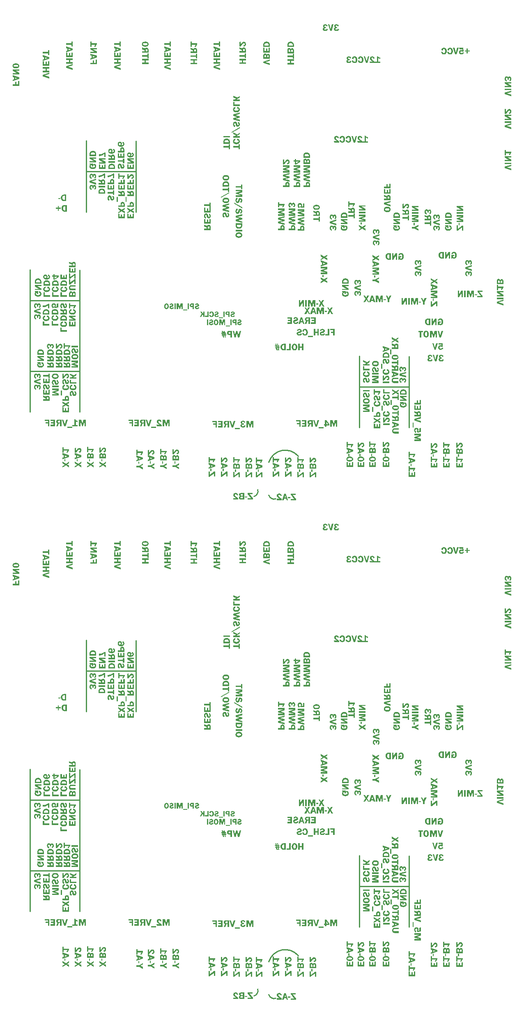
<source format=gbo>
G04 Layer_Color=32896*
%FSLAX23Y23*%
%MOIN*%
G70*
G01*
G75*
%ADD12C,0.010*%
G36*
X3044Y546D02*
X2991D01*
Y584D01*
X3002D01*
Y559D01*
X3013D01*
Y578D01*
X3023D01*
Y559D01*
X3034D01*
Y584D01*
X3044D01*
Y546D01*
D02*
G37*
G36*
X3020Y630D02*
X3022Y630D01*
X3024Y629D01*
X3025Y629D01*
X3027Y629D01*
X3029Y628D01*
X3030Y628D01*
X3032Y627D01*
X3033Y627D01*
X3034Y626D01*
X3035Y626D01*
X3035Y625D01*
X3036Y625D01*
X3037Y625D01*
X3037Y624D01*
X3037Y624D01*
X3038Y623D01*
X3039Y622D01*
X3040Y621D01*
X3041Y620D01*
X3042Y618D01*
X3043Y617D01*
X3043Y616D01*
X3044Y615D01*
X3044Y614D01*
X3044Y613D01*
X3044Y612D01*
X3045Y611D01*
Y610D01*
X3045Y610D01*
Y609D01*
Y609D01*
X3045Y607D01*
X3044Y606D01*
X3044Y604D01*
X3043Y602D01*
X3043Y601D01*
X3042Y600D01*
X3041Y599D01*
X3041Y598D01*
X3040Y597D01*
X3039Y596D01*
X3039Y595D01*
X3038Y595D01*
X3038Y594D01*
X3037Y594D01*
X3037Y594D01*
X3037Y594D01*
X3035Y593D01*
X3034Y592D01*
X3032Y591D01*
X3031Y591D01*
X3029Y590D01*
X3027Y590D01*
X3026Y590D01*
X3024Y589D01*
X3023Y589D01*
X3022Y589D01*
X3020Y589D01*
X3019Y589D01*
X3019Y589D01*
X3017D01*
X3015Y589D01*
X3013Y589D01*
X3011Y589D01*
X3009Y589D01*
X3008Y590D01*
X3006Y590D01*
X3005Y591D01*
X3003Y591D01*
X3002Y592D01*
X3001Y592D01*
X3000Y593D01*
X2999Y593D01*
X2999Y593D01*
X2998Y594D01*
X2998Y594D01*
X2998Y594D01*
X2997Y595D01*
X2995Y596D01*
X2994Y597D01*
X2994Y599D01*
X2993Y600D01*
X2992Y601D01*
X2992Y602D01*
X2991Y603D01*
X2991Y605D01*
X2991Y606D01*
X2991Y607D01*
X2990Y607D01*
Y608D01*
X2990Y609D01*
Y609D01*
Y609D01*
X2990Y611D01*
X2991Y613D01*
X2991Y614D01*
X2992Y616D01*
X2992Y617D01*
X2993Y618D01*
X2993Y619D01*
X2994Y620D01*
X2995Y621D01*
X2996Y622D01*
X2996Y623D01*
X2997Y623D01*
X2997Y624D01*
X2998Y624D01*
X2998Y624D01*
X2998Y624D01*
X3000Y625D01*
X3001Y626D01*
X3003Y627D01*
X3004Y628D01*
X3006Y628D01*
X3008Y628D01*
X3009Y629D01*
X3011Y629D01*
X3012Y629D01*
X3014Y630D01*
X3015Y630D01*
X3016Y630D01*
X3016Y630D01*
X3018D01*
X3020Y630D01*
D02*
G37*
G36*
X3092Y719D02*
X3093Y721D01*
X3095Y724D01*
X3096Y726D01*
X3097Y728D01*
X3099Y729D01*
X3100Y731D01*
X3101Y732D01*
X3102Y734D01*
X3103Y735D01*
X3103Y736D01*
X3104Y736D01*
X3104Y737D01*
X3105Y737D01*
X3105Y738D01*
X3105Y738D01*
X3105Y738D01*
X3107Y739D01*
X3108Y740D01*
X3109Y741D01*
X3110Y741D01*
X3111Y742D01*
X3112Y742D01*
X3114Y743D01*
X3115Y743D01*
X3116Y743D01*
X3116Y743D01*
X3117Y743D01*
X3117Y743D01*
X3118D01*
X3119Y743D01*
X3121Y743D01*
X3122Y743D01*
X3123Y743D01*
X3125Y742D01*
X3126Y741D01*
X3127Y740D01*
X3128Y740D01*
X3128Y739D01*
X3129Y739D01*
X3129Y739D01*
X3129Y739D01*
X3130Y738D01*
X3130Y738D01*
X3131Y737D01*
X3131Y736D01*
X3132Y735D01*
X3133Y734D01*
X3133Y733D01*
X3133Y732D01*
X3134Y729D01*
X3134Y728D01*
X3134Y727D01*
X3135Y726D01*
X3135Y725D01*
X3135Y725D01*
Y724D01*
Y724D01*
Y724D01*
X3135Y722D01*
X3135Y721D01*
X3134Y720D01*
X3134Y718D01*
X3133Y716D01*
X3132Y714D01*
X3131Y712D01*
X3129Y710D01*
X3128Y709D01*
X3126Y707D01*
X3124Y706D01*
X3123Y706D01*
X3121Y705D01*
X3120Y704D01*
X3119Y704D01*
X3118Y704D01*
X3118Y704D01*
X3117D01*
X3117Y704D01*
X3117D01*
X3115Y714D01*
X3117Y715D01*
X3118Y715D01*
X3120Y716D01*
X3121Y716D01*
X3122Y717D01*
X3122Y718D01*
X3123Y719D01*
X3124Y719D01*
X3124Y720D01*
X3124Y721D01*
X3125Y722D01*
X3125Y722D01*
X3125Y723D01*
X3125Y723D01*
Y723D01*
Y723D01*
X3125Y725D01*
X3125Y726D01*
X3124Y727D01*
X3124Y727D01*
X3124Y728D01*
X3123Y728D01*
X3123Y729D01*
X3123Y729D01*
X3122Y729D01*
X3121Y730D01*
X3120Y730D01*
X3120Y730D01*
X3119Y731D01*
X3118Y731D01*
X3118D01*
X3117Y731D01*
X3116Y730D01*
X3115Y730D01*
X3115Y730D01*
X3113Y729D01*
X3112Y728D01*
X3111Y727D01*
X3110Y726D01*
X3109Y726D01*
X3109Y726D01*
X3109Y726D01*
X3109Y726D01*
X3108Y725D01*
X3107Y724D01*
X3106Y722D01*
X3105Y721D01*
X3102Y719D01*
X3100Y716D01*
X3100Y715D01*
X3099Y714D01*
X3098Y713D01*
X3097Y712D01*
X3097Y711D01*
X3096Y710D01*
X3096Y710D01*
X3096Y710D01*
X3095Y708D01*
X3094Y707D01*
X3093Y706D01*
X3092Y705D01*
X3092Y704D01*
X3092Y704D01*
X3091Y704D01*
X3091Y704D01*
X3081D01*
Y743D01*
X3092Y744D01*
Y719D01*
D02*
G37*
G36*
X3105Y633D02*
X3097D01*
Y652D01*
X3105D01*
Y633D01*
D02*
G37*
G36*
X3134Y684D02*
Y670D01*
X3081Y653D01*
Y664D01*
X3092Y667D01*
Y684D01*
X3081Y687D01*
Y701D01*
X3134Y684D01*
D02*
G37*
G36*
X3015Y633D02*
X3007D01*
Y652D01*
X3015D01*
Y633D01*
D02*
G37*
G36*
X3891Y613D02*
X3935D01*
Y604D01*
X3933Y603D01*
X3932Y602D01*
X3931Y600D01*
X3930Y599D01*
X3929Y598D01*
X3928Y596D01*
X3927Y593D01*
X3926Y592D01*
X3926Y590D01*
X3925Y589D01*
X3925Y588D01*
X3924Y587D01*
X3924Y586D01*
X3924Y586D01*
X3924Y586D01*
X3913D01*
X3914Y587D01*
X3914Y588D01*
X3915Y590D01*
X3917Y593D01*
X3918Y595D01*
X3919Y596D01*
X3919Y597D01*
X3920Y598D01*
X3920Y599D01*
X3920Y599D01*
X3921Y600D01*
X3921Y600D01*
X3921Y600D01*
X3891D01*
Y584D01*
X3881D01*
Y627D01*
X3891D01*
Y613D01*
D02*
G37*
G36*
X3905Y628D02*
X3897D01*
Y647D01*
X3905D01*
Y628D01*
D02*
G37*
G36*
X3934Y541D02*
X3881D01*
Y579D01*
X3892D01*
Y554D01*
X3903D01*
Y573D01*
X3913D01*
Y554D01*
X3924D01*
Y579D01*
X3934D01*
Y541D01*
D02*
G37*
G36*
X3044Y684D02*
Y670D01*
X2991Y653D01*
Y664D01*
X3002Y667D01*
Y684D01*
X2991Y687D01*
Y701D01*
X3044Y684D01*
D02*
G37*
G36*
X3001Y733D02*
X3045D01*
Y724D01*
X3043Y723D01*
X3042Y722D01*
X3041Y720D01*
X3040Y719D01*
X3039Y718D01*
X3038Y716D01*
X3037Y713D01*
X3036Y712D01*
X3036Y710D01*
X3035Y709D01*
X3035Y708D01*
X3034Y707D01*
X3034Y706D01*
X3034Y706D01*
X3034Y706D01*
X3023D01*
X3024Y707D01*
X3024Y708D01*
X3025Y710D01*
X3027Y713D01*
X3028Y715D01*
X3029Y716D01*
X3029Y717D01*
X3030Y718D01*
X3030Y719D01*
X3030Y720D01*
X3031Y720D01*
X3031Y720D01*
X3031Y721D01*
X3001D01*
Y705D01*
X2991D01*
Y747D01*
X3001D01*
Y733D01*
D02*
G37*
G36*
X3297Y722D02*
X3298Y725D01*
X3300Y727D01*
X3301Y729D01*
X3302Y731D01*
X3304Y733D01*
X3305Y734D01*
X3306Y736D01*
X3307Y737D01*
X3308Y738D01*
X3308Y739D01*
X3309Y740D01*
X3309Y740D01*
X3310Y741D01*
X3310Y741D01*
X3310Y741D01*
X3310Y741D01*
X3312Y742D01*
X3313Y743D01*
X3314Y744D01*
X3315Y745D01*
X3316Y745D01*
X3317Y745D01*
X3319Y746D01*
X3320Y746D01*
X3321Y747D01*
X3321Y747D01*
X3322Y747D01*
X3322Y747D01*
X3323D01*
X3324Y747D01*
X3326Y747D01*
X3327Y746D01*
X3328Y746D01*
X3330Y745D01*
X3331Y744D01*
X3332Y744D01*
X3333Y743D01*
X3333Y743D01*
X3334Y743D01*
X3334Y742D01*
X3335Y742D01*
X3335Y742D01*
X3335Y742D01*
X3336Y741D01*
X3336Y740D01*
X3337Y739D01*
X3338Y737D01*
X3338Y736D01*
X3338Y735D01*
X3339Y733D01*
X3339Y732D01*
X3339Y731D01*
X3340Y730D01*
X3340Y729D01*
X3340Y728D01*
Y728D01*
Y727D01*
Y727D01*
X3340Y726D01*
X3340Y724D01*
X3339Y723D01*
X3339Y722D01*
X3338Y719D01*
X3337Y717D01*
X3336Y715D01*
X3334Y714D01*
X3333Y712D01*
X3331Y711D01*
X3329Y710D01*
X3328Y709D01*
X3326Y708D01*
X3325Y708D01*
X3324Y707D01*
X3323Y707D01*
X3323Y707D01*
X3322D01*
X3322Y707D01*
X3322D01*
X3320Y718D01*
X3322Y718D01*
X3323Y719D01*
X3325Y719D01*
X3326Y720D01*
X3327Y720D01*
X3327Y721D01*
X3328Y722D01*
X3329Y723D01*
X3329Y724D01*
X3329Y724D01*
X3330Y725D01*
X3330Y726D01*
X3330Y726D01*
X3330Y726D01*
Y727D01*
Y727D01*
X3330Y728D01*
X3330Y729D01*
X3329Y730D01*
X3329Y731D01*
X3329Y731D01*
X3328Y732D01*
X3328Y732D01*
X3328Y732D01*
X3327Y733D01*
X3326Y733D01*
X3325Y734D01*
X3325Y734D01*
X3324Y734D01*
X3323Y734D01*
X3323D01*
X3322Y734D01*
X3321Y734D01*
X3320Y734D01*
X3320Y733D01*
X3318Y733D01*
X3317Y732D01*
X3316Y731D01*
X3315Y730D01*
X3314Y730D01*
X3314Y729D01*
X3314Y729D01*
X3314Y729D01*
X3313Y728D01*
X3312Y727D01*
X3311Y726D01*
X3310Y725D01*
X3307Y722D01*
X3305Y719D01*
X3305Y718D01*
X3304Y717D01*
X3303Y716D01*
X3302Y715D01*
X3302Y714D01*
X3301Y714D01*
X3301Y713D01*
X3301Y713D01*
X3300Y712D01*
X3299Y710D01*
X3298Y709D01*
X3297Y708D01*
X3297Y708D01*
X3297Y707D01*
X3296Y707D01*
X3296Y707D01*
X3286D01*
Y747D01*
X3297Y748D01*
Y722D01*
D02*
G37*
G36*
X3229Y546D02*
X3176D01*
Y584D01*
X3187D01*
Y559D01*
X3198D01*
Y578D01*
X3208D01*
Y559D01*
X3219D01*
Y584D01*
X3229D01*
Y546D01*
D02*
G37*
G36*
X3302Y702D02*
X3304Y701D01*
X3305Y701D01*
X3306Y700D01*
X3307Y700D01*
X3308Y699D01*
X3309Y699D01*
X3309Y699D01*
X3310Y698D01*
X3311Y697D01*
X3312Y695D01*
X3313Y694D01*
X3313Y693D01*
X3313Y692D01*
X3313Y691D01*
X3314Y691D01*
X3314Y691D01*
Y691D01*
X3314Y692D01*
X3315Y694D01*
X3316Y695D01*
X3317Y696D01*
X3318Y697D01*
X3319Y698D01*
X3320Y699D01*
X3321Y699D01*
X3322Y699D01*
X3322Y700D01*
X3323Y700D01*
X3324Y700D01*
X3325Y700D01*
X3325Y700D01*
X3325D01*
X3327Y700D01*
X3328Y700D01*
X3330Y700D01*
X3331Y699D01*
X3332Y699D01*
X3332Y698D01*
X3333Y698D01*
X3333Y698D01*
X3334Y697D01*
X3335Y696D01*
X3335Y695D01*
X3336Y695D01*
X3337Y694D01*
X3337Y693D01*
X3337Y693D01*
X3337Y693D01*
X3338Y691D01*
X3338Y690D01*
X3339Y688D01*
X3339Y686D01*
X3339Y685D01*
Y684D01*
X3339Y684D01*
Y683D01*
Y683D01*
Y683D01*
Y683D01*
Y658D01*
X3286D01*
Y683D01*
X3286Y685D01*
X3286Y686D01*
X3287Y688D01*
X3287Y689D01*
X3287Y691D01*
X3287Y692D01*
X3288Y693D01*
X3288Y694D01*
X3289Y695D01*
X3289Y695D01*
X3289Y696D01*
X3290Y696D01*
X3290Y697D01*
X3290Y697D01*
X3290Y697D01*
X3290Y697D01*
X3291Y698D01*
X3292Y699D01*
X3293Y699D01*
X3294Y700D01*
X3296Y701D01*
X3297Y701D01*
X3299Y702D01*
X3299Y702D01*
X3300Y702D01*
X3300Y702D01*
X3301D01*
X3302Y702D01*
D02*
G37*
G36*
X3315Y630D02*
X3317Y630D01*
X3319Y629D01*
X3320Y629D01*
X3322Y629D01*
X3324Y628D01*
X3325Y628D01*
X3327Y627D01*
X3328Y627D01*
X3329Y626D01*
X3330Y626D01*
X3330Y625D01*
X3331Y625D01*
X3332Y625D01*
X3332Y624D01*
X3332Y624D01*
X3333Y623D01*
X3334Y622D01*
X3335Y621D01*
X3336Y620D01*
X3337Y618D01*
X3338Y617D01*
X3338Y616D01*
X3339Y615D01*
X3339Y614D01*
X3339Y613D01*
X3339Y612D01*
X3340Y611D01*
Y610D01*
X3340Y610D01*
Y609D01*
Y609D01*
X3340Y607D01*
X3339Y606D01*
X3339Y604D01*
X3338Y602D01*
X3338Y601D01*
X3337Y600D01*
X3336Y599D01*
X3336Y598D01*
X3335Y597D01*
X3334Y596D01*
X3334Y595D01*
X3333Y595D01*
X3333Y594D01*
X3332Y594D01*
X3332Y594D01*
X3332Y594D01*
X3330Y593D01*
X3329Y592D01*
X3327Y591D01*
X3326Y591D01*
X3324Y590D01*
X3322Y590D01*
X3321Y590D01*
X3319Y589D01*
X3318Y589D01*
X3317Y589D01*
X3315Y589D01*
X3314Y589D01*
X3314Y589D01*
X3312D01*
X3310Y589D01*
X3308Y589D01*
X3306Y589D01*
X3304Y589D01*
X3303Y590D01*
X3301Y590D01*
X3300Y591D01*
X3298Y591D01*
X3297Y592D01*
X3296Y592D01*
X3295Y593D01*
X3294Y593D01*
X3294Y593D01*
X3293Y594D01*
X3293Y594D01*
X3293Y594D01*
X3292Y595D01*
X3290Y596D01*
X3289Y597D01*
X3289Y599D01*
X3288Y600D01*
X3287Y601D01*
X3287Y602D01*
X3286Y603D01*
X3286Y605D01*
X3286Y606D01*
X3286Y607D01*
X3285Y607D01*
Y608D01*
X3285Y609D01*
Y609D01*
Y609D01*
X3285Y611D01*
X3286Y613D01*
X3286Y614D01*
X3287Y616D01*
X3287Y617D01*
X3288Y618D01*
X3288Y619D01*
X3289Y620D01*
X3290Y621D01*
X3291Y622D01*
X3291Y623D01*
X3292Y623D01*
X3292Y624D01*
X3293Y624D01*
X3293Y624D01*
X3293Y624D01*
X3295Y625D01*
X3296Y626D01*
X3298Y627D01*
X3299Y628D01*
X3301Y628D01*
X3303Y628D01*
X3304Y629D01*
X3306Y629D01*
X3307Y629D01*
X3309Y630D01*
X3310Y630D01*
X3311Y630D01*
X3311Y630D01*
X3313D01*
X3315Y630D01*
D02*
G37*
G36*
X3310Y633D02*
X3302D01*
Y652D01*
X3310D01*
Y633D01*
D02*
G37*
G36*
X3205Y630D02*
X3207Y630D01*
X3209Y629D01*
X3210Y629D01*
X3212Y629D01*
X3214Y628D01*
X3215Y628D01*
X3217Y627D01*
X3218Y627D01*
X3219Y626D01*
X3220Y626D01*
X3220Y625D01*
X3221Y625D01*
X3222Y625D01*
X3222Y624D01*
X3222Y624D01*
X3223Y623D01*
X3224Y622D01*
X3225Y621D01*
X3226Y620D01*
X3227Y618D01*
X3228Y617D01*
X3228Y616D01*
X3229Y615D01*
X3229Y614D01*
X3229Y613D01*
X3229Y612D01*
X3230Y611D01*
Y610D01*
X3230Y610D01*
Y609D01*
Y609D01*
X3230Y607D01*
X3229Y606D01*
X3229Y604D01*
X3228Y602D01*
X3228Y601D01*
X3227Y600D01*
X3226Y599D01*
X3226Y598D01*
X3225Y597D01*
X3224Y596D01*
X3224Y595D01*
X3223Y595D01*
X3223Y594D01*
X3222Y594D01*
X3222Y594D01*
X3222Y594D01*
X3220Y593D01*
X3219Y592D01*
X3217Y591D01*
X3216Y591D01*
X3214Y590D01*
X3212Y590D01*
X3211Y590D01*
X3209Y589D01*
X3208Y589D01*
X3207Y589D01*
X3205Y589D01*
X3204Y589D01*
X3204Y589D01*
X3202D01*
X3200Y589D01*
X3198Y589D01*
X3196Y589D01*
X3194Y589D01*
X3193Y590D01*
X3191Y590D01*
X3190Y591D01*
X3188Y591D01*
X3187Y592D01*
X3186Y592D01*
X3185Y593D01*
X3184Y593D01*
X3184Y593D01*
X3183Y594D01*
X3183Y594D01*
X3183Y594D01*
X3182Y595D01*
X3180Y596D01*
X3179Y597D01*
X3179Y599D01*
X3178Y600D01*
X3177Y601D01*
X3177Y602D01*
X3176Y603D01*
X3176Y605D01*
X3176Y606D01*
X3176Y607D01*
X3175Y607D01*
Y608D01*
X3175Y609D01*
Y609D01*
Y609D01*
X3175Y611D01*
X3176Y613D01*
X3176Y614D01*
X3177Y616D01*
X3177Y617D01*
X3178Y618D01*
X3178Y619D01*
X3179Y620D01*
X3180Y621D01*
X3181Y622D01*
X3181Y623D01*
X3182Y623D01*
X3182Y624D01*
X3183Y624D01*
X3183Y624D01*
X3183Y624D01*
X3185Y625D01*
X3186Y626D01*
X3188Y627D01*
X3189Y628D01*
X3191Y628D01*
X3193Y628D01*
X3194Y629D01*
X3196Y629D01*
X3197Y629D01*
X3199Y630D01*
X3200Y630D01*
X3201Y630D01*
X3201Y630D01*
X3203D01*
X3205Y630D01*
D02*
G37*
G36*
X3134Y546D02*
X3081D01*
Y584D01*
X3092D01*
Y559D01*
X3103D01*
Y578D01*
X3113D01*
Y559D01*
X3124D01*
Y584D01*
X3134D01*
Y546D01*
D02*
G37*
G36*
X3110Y630D02*
X3112Y630D01*
X3114Y629D01*
X3115Y629D01*
X3117Y629D01*
X3119Y628D01*
X3120Y628D01*
X3122Y627D01*
X3123Y627D01*
X3124Y626D01*
X3125Y626D01*
X3125Y625D01*
X3126Y625D01*
X3127Y625D01*
X3127Y624D01*
X3127Y624D01*
X3128Y623D01*
X3129Y622D01*
X3130Y621D01*
X3131Y620D01*
X3132Y618D01*
X3133Y617D01*
X3133Y616D01*
X3134Y615D01*
X3134Y614D01*
X3134Y613D01*
X3134Y612D01*
X3135Y611D01*
Y610D01*
X3135Y610D01*
Y609D01*
Y609D01*
X3135Y607D01*
X3134Y606D01*
X3134Y604D01*
X3133Y602D01*
X3133Y601D01*
X3132Y600D01*
X3131Y599D01*
X3131Y598D01*
X3130Y597D01*
X3129Y596D01*
X3129Y595D01*
X3128Y595D01*
X3128Y594D01*
X3127Y594D01*
X3127Y594D01*
X3127Y594D01*
X3125Y593D01*
X3124Y592D01*
X3122Y591D01*
X3121Y591D01*
X3119Y590D01*
X3117Y590D01*
X3116Y590D01*
X3114Y589D01*
X3113Y589D01*
X3112Y589D01*
X3110Y589D01*
X3109Y589D01*
X3109Y589D01*
X3107D01*
X3105Y589D01*
X3103Y589D01*
X3101Y589D01*
X3099Y589D01*
X3098Y590D01*
X3096Y590D01*
X3095Y591D01*
X3093Y591D01*
X3092Y592D01*
X3091Y592D01*
X3090Y593D01*
X3089Y593D01*
X3089Y593D01*
X3088Y594D01*
X3088Y594D01*
X3088Y594D01*
X3087Y595D01*
X3085Y596D01*
X3084Y597D01*
X3084Y599D01*
X3083Y600D01*
X3082Y601D01*
X3082Y602D01*
X3081Y603D01*
X3081Y605D01*
X3081Y606D01*
X3081Y607D01*
X3080Y607D01*
Y608D01*
X3080Y609D01*
Y609D01*
Y609D01*
X3080Y611D01*
X3081Y613D01*
X3081Y614D01*
X3082Y616D01*
X3082Y617D01*
X3083Y618D01*
X3083Y619D01*
X3084Y620D01*
X3085Y621D01*
X3086Y622D01*
X3086Y623D01*
X3087Y623D01*
X3087Y624D01*
X3088Y624D01*
X3088Y624D01*
X3088Y624D01*
X3090Y625D01*
X3091Y626D01*
X3093Y627D01*
X3094Y628D01*
X3096Y628D01*
X3098Y628D01*
X3099Y629D01*
X3101Y629D01*
X3102Y629D01*
X3104Y630D01*
X3105Y630D01*
X3106Y630D01*
X3106Y630D01*
X3108D01*
X3110Y630D01*
D02*
G37*
G36*
X3186Y736D02*
X3230D01*
Y727D01*
X3228Y726D01*
X3227Y725D01*
X3226Y724D01*
X3225Y723D01*
X3224Y721D01*
X3223Y720D01*
X3222Y717D01*
X3221Y715D01*
X3221Y714D01*
X3220Y713D01*
X3220Y711D01*
X3219Y711D01*
X3219Y710D01*
X3219Y709D01*
X3219Y709D01*
X3208D01*
X3209Y710D01*
X3209Y711D01*
X3210Y714D01*
X3212Y716D01*
X3213Y719D01*
X3214Y720D01*
X3214Y721D01*
X3215Y722D01*
X3215Y722D01*
X3215Y723D01*
X3216Y724D01*
X3216Y724D01*
X3216Y724D01*
X3186D01*
Y708D01*
X3176D01*
Y751D01*
X3186D01*
Y736D01*
D02*
G37*
G36*
X3200Y633D02*
X3192D01*
Y652D01*
X3200D01*
Y633D01*
D02*
G37*
G36*
X3192Y702D02*
X3194Y701D01*
X3195Y701D01*
X3196Y700D01*
X3197Y700D01*
X3198Y699D01*
X3199Y699D01*
X3199Y699D01*
X3200Y698D01*
X3201Y697D01*
X3202Y695D01*
X3203Y694D01*
X3203Y693D01*
X3203Y692D01*
X3203Y691D01*
X3204Y691D01*
X3204Y691D01*
Y691D01*
X3204Y692D01*
X3205Y694D01*
X3206Y695D01*
X3207Y696D01*
X3208Y697D01*
X3209Y698D01*
X3210Y699D01*
X3211Y699D01*
X3212Y699D01*
X3212Y700D01*
X3213Y700D01*
X3214Y700D01*
X3215Y700D01*
X3215Y700D01*
X3215D01*
X3217Y700D01*
X3218Y700D01*
X3220Y700D01*
X3221Y699D01*
X3222Y699D01*
X3222Y698D01*
X3223Y698D01*
X3223Y698D01*
X3224Y697D01*
X3225Y696D01*
X3225Y695D01*
X3226Y695D01*
X3227Y694D01*
X3227Y693D01*
X3227Y693D01*
X3227Y693D01*
X3228Y691D01*
X3228Y690D01*
X3229Y688D01*
X3229Y686D01*
X3229Y685D01*
Y684D01*
X3229Y684D01*
Y683D01*
Y683D01*
Y683D01*
Y683D01*
Y658D01*
X3176D01*
Y683D01*
X3176Y685D01*
X3176Y686D01*
X3177Y688D01*
X3177Y689D01*
X3177Y691D01*
X3177Y692D01*
X3178Y693D01*
X3178Y694D01*
X3179Y695D01*
X3179Y695D01*
X3179Y696D01*
X3180Y696D01*
X3180Y697D01*
X3180Y697D01*
X3180Y697D01*
X3180Y697D01*
X3181Y698D01*
X3182Y699D01*
X3183Y699D01*
X3184Y700D01*
X3186Y701D01*
X3187Y701D01*
X3189Y702D01*
X3189Y702D01*
X3190Y702D01*
X3190Y702D01*
X3191D01*
X3192Y702D01*
D02*
G37*
G36*
X3897Y697D02*
X3899Y696D01*
X3900Y696D01*
X3901Y695D01*
X3902Y695D01*
X3903Y694D01*
X3904Y694D01*
X3904Y694D01*
X3905Y693D01*
X3906Y692D01*
X3907Y690D01*
X3908Y689D01*
X3908Y688D01*
X3908Y687D01*
X3908Y686D01*
X3909Y686D01*
X3909Y686D01*
Y686D01*
X3909Y687D01*
X3910Y689D01*
X3911Y690D01*
X3912Y691D01*
X3913Y692D01*
X3914Y693D01*
X3915Y694D01*
X3916Y694D01*
X3917Y694D01*
X3917Y695D01*
X3918Y695D01*
X3919Y695D01*
X3920Y695D01*
X3920Y695D01*
X3920D01*
X3922Y695D01*
X3923Y695D01*
X3925Y695D01*
X3926Y694D01*
X3927Y694D01*
X3927Y693D01*
X3928Y693D01*
X3928Y693D01*
X3929Y692D01*
X3930Y691D01*
X3930Y690D01*
X3931Y690D01*
X3932Y689D01*
X3932Y688D01*
X3932Y688D01*
X3932Y688D01*
X3933Y686D01*
X3933Y685D01*
X3934Y683D01*
X3934Y681D01*
X3934Y680D01*
Y679D01*
X3934Y679D01*
Y678D01*
Y678D01*
Y678D01*
Y678D01*
Y653D01*
X3881D01*
Y678D01*
X3881Y680D01*
X3881Y681D01*
X3882Y683D01*
X3882Y684D01*
X3882Y686D01*
X3882Y687D01*
X3883Y688D01*
X3883Y689D01*
X3884Y690D01*
X3884Y690D01*
X3884Y691D01*
X3885Y691D01*
X3885Y692D01*
X3885Y692D01*
X3885Y692D01*
X3885Y692D01*
X3886Y693D01*
X3887Y694D01*
X3888Y694D01*
X3889Y695D01*
X3891Y696D01*
X3892Y696D01*
X3894Y697D01*
X3894Y697D01*
X3895Y697D01*
X3895Y697D01*
X3896D01*
X3897Y697D01*
D02*
G37*
G36*
X3549Y604D02*
Y590D01*
X3496Y573D01*
Y584D01*
X3507Y587D01*
Y604D01*
X3496Y607D01*
Y621D01*
X3549Y604D01*
D02*
G37*
G36*
X3506Y653D02*
X3550D01*
Y644D01*
X3548Y643D01*
X3547Y642D01*
X3546Y640D01*
X3545Y639D01*
X3544Y638D01*
X3543Y636D01*
X3542Y633D01*
X3541Y632D01*
X3541Y630D01*
X3540Y629D01*
X3540Y628D01*
X3539Y627D01*
X3539Y626D01*
X3539Y626D01*
X3539Y626D01*
X3528D01*
X3529Y627D01*
X3529Y628D01*
X3530Y630D01*
X3532Y633D01*
X3533Y635D01*
X3534Y636D01*
X3534Y637D01*
X3535Y638D01*
X3535Y639D01*
X3535Y640D01*
X3536Y640D01*
X3536Y640D01*
X3536Y641D01*
X3506D01*
Y625D01*
X3496D01*
Y667D01*
X3506D01*
Y653D01*
D02*
G37*
G36*
X3520Y553D02*
X3512D01*
Y572D01*
X3520D01*
Y553D01*
D02*
G37*
G36*
X3549Y466D02*
X3496D01*
Y504D01*
X3507D01*
Y479D01*
X3518D01*
Y498D01*
X3528D01*
Y479D01*
X3539D01*
Y504D01*
X3549D01*
Y466D01*
D02*
G37*
G36*
X3506Y538D02*
X3550D01*
Y529D01*
X3548Y528D01*
X3547Y527D01*
X3546Y525D01*
X3545Y524D01*
X3544Y523D01*
X3543Y521D01*
X3542Y518D01*
X3541Y517D01*
X3541Y515D01*
X3540Y514D01*
X3540Y513D01*
X3539Y512D01*
X3539Y511D01*
X3539Y511D01*
X3539Y511D01*
X3528D01*
X3529Y512D01*
X3529Y513D01*
X3530Y515D01*
X3532Y518D01*
X3533Y520D01*
X3534Y521D01*
X3534Y522D01*
X3535Y523D01*
X3535Y524D01*
X3535Y524D01*
X3536Y525D01*
X3536Y525D01*
X3536Y525D01*
X3506D01*
Y509D01*
X3496D01*
Y552D01*
X3506D01*
Y538D01*
D02*
G37*
G36*
X2401Y481D02*
X2435Y508D01*
X2444D01*
Y468D01*
X2434D01*
Y493D01*
X2400Y466D01*
X2391D01*
Y509D01*
X2401D01*
Y481D01*
D02*
G37*
G36*
X2501D02*
X2535Y508D01*
X2544D01*
Y468D01*
X2534D01*
Y493D01*
X2500Y466D01*
X2491D01*
Y509D01*
X2501D01*
Y481D01*
D02*
G37*
G36*
X2515Y511D02*
X2507D01*
Y530D01*
X2515D01*
Y511D01*
D02*
G37*
G36*
X2401Y611D02*
X2445D01*
Y602D01*
X2443Y601D01*
X2442Y600D01*
X2441Y598D01*
X2440Y597D01*
X2439Y596D01*
X2438Y594D01*
X2437Y591D01*
X2436Y590D01*
X2436Y588D01*
X2435Y587D01*
X2435Y586D01*
X2434Y585D01*
X2434Y584D01*
X2434Y584D01*
X2434Y584D01*
X2423D01*
X2424Y585D01*
X2424Y586D01*
X2425Y588D01*
X2427Y591D01*
X2428Y593D01*
X2429Y594D01*
X2429Y595D01*
X2430Y596D01*
X2430Y597D01*
X2430Y598D01*
X2431Y598D01*
X2431Y598D01*
X2431Y598D01*
X2401D01*
Y582D01*
X2391D01*
Y625D01*
X2401D01*
Y611D01*
D02*
G37*
G36*
X2415Y511D02*
X2407D01*
Y530D01*
X2415D01*
Y511D01*
D02*
G37*
G36*
X2444Y562D02*
Y548D01*
X2391Y531D01*
Y542D01*
X2402Y545D01*
Y562D01*
X2391Y565D01*
Y579D01*
X2444Y562D01*
D02*
G37*
G36*
X3800Y628D02*
X3792D01*
Y647D01*
X3800D01*
Y628D01*
D02*
G37*
G36*
X3792Y697D02*
X3794Y696D01*
X3795Y696D01*
X3796Y695D01*
X3797Y695D01*
X3798Y694D01*
X3799Y694D01*
X3799Y694D01*
X3800Y693D01*
X3801Y692D01*
X3802Y690D01*
X3803Y689D01*
X3803Y688D01*
X3803Y687D01*
X3803Y686D01*
X3804Y686D01*
X3804Y686D01*
Y686D01*
X3804Y687D01*
X3805Y689D01*
X3806Y690D01*
X3807Y691D01*
X3808Y692D01*
X3809Y693D01*
X3810Y694D01*
X3811Y694D01*
X3812Y694D01*
X3812Y695D01*
X3813Y695D01*
X3814Y695D01*
X3815Y695D01*
X3815Y695D01*
X3815D01*
X3817Y695D01*
X3818Y695D01*
X3820Y695D01*
X3821Y694D01*
X3822Y694D01*
X3822Y693D01*
X3823Y693D01*
X3823Y693D01*
X3824Y692D01*
X3825Y691D01*
X3825Y690D01*
X3826Y690D01*
X3827Y689D01*
X3827Y688D01*
X3827Y688D01*
X3827Y688D01*
X3828Y686D01*
X3828Y685D01*
X3829Y683D01*
X3829Y681D01*
X3829Y680D01*
Y679D01*
X3829Y679D01*
Y678D01*
Y678D01*
Y678D01*
Y678D01*
Y653D01*
X3776D01*
Y678D01*
X3776Y680D01*
X3776Y681D01*
X3777Y683D01*
X3777Y684D01*
X3777Y686D01*
X3777Y687D01*
X3778Y688D01*
X3778Y689D01*
X3779Y690D01*
X3779Y690D01*
X3779Y691D01*
X3780Y691D01*
X3780Y692D01*
X3780Y692D01*
X3780Y692D01*
X3780Y692D01*
X3781Y693D01*
X3782Y694D01*
X3783Y694D01*
X3784Y695D01*
X3786Y696D01*
X3787Y696D01*
X3789Y697D01*
X3789Y697D01*
X3790Y697D01*
X3790Y697D01*
X3791D01*
X3792Y697D01*
D02*
G37*
G36*
X3786Y613D02*
X3830D01*
Y604D01*
X3828Y603D01*
X3827Y602D01*
X3826Y600D01*
X3825Y599D01*
X3824Y598D01*
X3823Y596D01*
X3822Y593D01*
X3821Y592D01*
X3821Y590D01*
X3820Y589D01*
X3820Y588D01*
X3819Y587D01*
X3819Y586D01*
X3819Y586D01*
X3819Y586D01*
X3808D01*
X3809Y587D01*
X3809Y588D01*
X3810Y590D01*
X3812Y593D01*
X3813Y595D01*
X3814Y596D01*
X3814Y597D01*
X3815Y598D01*
X3815Y599D01*
X3815Y599D01*
X3816Y600D01*
X3816Y600D01*
X3816Y600D01*
X3786D01*
Y584D01*
X3776D01*
Y627D01*
X3786D01*
Y613D01*
D02*
G37*
G36*
X3892Y717D02*
X3893Y720D01*
X3895Y722D01*
X3896Y724D01*
X3897Y726D01*
X3899Y728D01*
X3900Y729D01*
X3901Y731D01*
X3902Y732D01*
X3903Y733D01*
X3903Y734D01*
X3904Y735D01*
X3904Y735D01*
X3905Y736D01*
X3905Y736D01*
X3905Y736D01*
X3905Y736D01*
X3907Y737D01*
X3908Y738D01*
X3909Y739D01*
X3910Y740D01*
X3911Y740D01*
X3912Y740D01*
X3914Y741D01*
X3915Y741D01*
X3916Y742D01*
X3916Y742D01*
X3917Y742D01*
X3917Y742D01*
X3918D01*
X3919Y742D01*
X3921Y742D01*
X3922Y741D01*
X3923Y741D01*
X3925Y740D01*
X3926Y739D01*
X3927Y739D01*
X3928Y738D01*
X3928Y738D01*
X3929Y738D01*
X3929Y737D01*
X3930Y737D01*
X3930Y737D01*
X3930Y737D01*
X3931Y736D01*
X3931Y735D01*
X3932Y734D01*
X3933Y732D01*
X3933Y731D01*
X3933Y730D01*
X3934Y728D01*
X3934Y727D01*
X3934Y726D01*
X3935Y725D01*
X3935Y724D01*
X3935Y723D01*
Y723D01*
Y722D01*
Y722D01*
X3935Y721D01*
X3935Y719D01*
X3934Y718D01*
X3934Y717D01*
X3933Y714D01*
X3932Y712D01*
X3931Y710D01*
X3929Y709D01*
X3928Y707D01*
X3926Y706D01*
X3924Y705D01*
X3923Y704D01*
X3921Y703D01*
X3920Y703D01*
X3919Y702D01*
X3918Y702D01*
X3918Y702D01*
X3917D01*
X3917Y702D01*
X3917D01*
X3915Y713D01*
X3917Y713D01*
X3918Y714D01*
X3920Y714D01*
X3921Y715D01*
X3922Y715D01*
X3922Y716D01*
X3923Y717D01*
X3924Y718D01*
X3924Y719D01*
X3924Y719D01*
X3925Y720D01*
X3925Y721D01*
X3925Y721D01*
X3925Y721D01*
Y722D01*
Y722D01*
X3925Y723D01*
X3925Y724D01*
X3924Y725D01*
X3924Y726D01*
X3924Y726D01*
X3923Y727D01*
X3923Y727D01*
X3923Y727D01*
X3922Y728D01*
X3921Y728D01*
X3920Y729D01*
X3920Y729D01*
X3919Y729D01*
X3918Y729D01*
X3918D01*
X3917Y729D01*
X3916Y729D01*
X3915Y729D01*
X3915Y728D01*
X3913Y728D01*
X3912Y727D01*
X3911Y726D01*
X3910Y725D01*
X3909Y725D01*
X3909Y724D01*
X3909Y724D01*
X3909Y724D01*
X3908Y723D01*
X3907Y722D01*
X3906Y721D01*
X3905Y720D01*
X3902Y717D01*
X3900Y714D01*
X3900Y713D01*
X3899Y712D01*
X3898Y711D01*
X3897Y710D01*
X3897Y709D01*
X3896Y709D01*
X3896Y708D01*
X3896Y708D01*
X3895Y707D01*
X3894Y705D01*
X3893Y704D01*
X3892Y703D01*
X3892Y703D01*
X3892Y702D01*
X3891Y702D01*
X3891Y702D01*
X3881D01*
Y742D01*
X3892Y743D01*
Y717D01*
D02*
G37*
G36*
X3829Y541D02*
X3776D01*
Y579D01*
X3787D01*
Y554D01*
X3798D01*
Y573D01*
X3808D01*
Y554D01*
X3819D01*
Y579D01*
X3829D01*
Y541D01*
D02*
G37*
G36*
X3786Y731D02*
X3830D01*
Y722D01*
X3828Y721D01*
X3827Y720D01*
X3826Y719D01*
X3825Y718D01*
X3824Y716D01*
X3823Y715D01*
X3822Y712D01*
X3821Y710D01*
X3821Y709D01*
X3820Y708D01*
X3820Y706D01*
X3819Y706D01*
X3819Y705D01*
X3819Y704D01*
X3819Y704D01*
X3808D01*
X3809Y705D01*
X3809Y706D01*
X3810Y709D01*
X3812Y711D01*
X3813Y714D01*
X3814Y715D01*
X3814Y716D01*
X3815Y717D01*
X3815Y717D01*
X3815Y718D01*
X3816Y719D01*
X3816Y719D01*
X3816Y719D01*
X3786D01*
Y703D01*
X3776D01*
Y746D01*
X3786D01*
Y731D01*
D02*
G37*
G36*
X3729Y679D02*
Y665D01*
X3676Y648D01*
Y659D01*
X3687Y662D01*
Y679D01*
X3676Y682D01*
Y696D01*
X3729Y679D01*
D02*
G37*
G36*
X3687Y714D02*
X3688Y716D01*
X3690Y719D01*
X3691Y721D01*
X3692Y723D01*
X3694Y724D01*
X3695Y726D01*
X3696Y727D01*
X3697Y729D01*
X3698Y730D01*
X3698Y731D01*
X3699Y731D01*
X3699Y732D01*
X3700Y732D01*
X3700Y733D01*
X3700Y733D01*
X3700Y733D01*
X3702Y734D01*
X3703Y735D01*
X3704Y736D01*
X3705Y736D01*
X3706Y737D01*
X3707Y737D01*
X3709Y738D01*
X3710Y738D01*
X3711Y738D01*
X3711Y738D01*
X3712Y738D01*
X3712Y738D01*
X3713D01*
X3714Y738D01*
X3716Y738D01*
X3717Y738D01*
X3718Y738D01*
X3720Y737D01*
X3721Y736D01*
X3722Y735D01*
X3723Y735D01*
X3723Y734D01*
X3724Y734D01*
X3724Y734D01*
X3724Y734D01*
X3725Y733D01*
X3725Y733D01*
X3726Y732D01*
X3726Y731D01*
X3727Y730D01*
X3728Y729D01*
X3728Y728D01*
X3728Y727D01*
X3729Y724D01*
X3729Y723D01*
X3729Y722D01*
X3730Y721D01*
X3730Y720D01*
X3730Y720D01*
Y719D01*
Y719D01*
Y719D01*
X3730Y717D01*
X3730Y716D01*
X3729Y715D01*
X3729Y713D01*
X3728Y711D01*
X3727Y709D01*
X3726Y707D01*
X3724Y705D01*
X3723Y704D01*
X3721Y702D01*
X3719Y701D01*
X3718Y701D01*
X3716Y700D01*
X3715Y699D01*
X3714Y699D01*
X3713Y699D01*
X3713Y699D01*
X3712D01*
X3712Y699D01*
X3712D01*
X3710Y709D01*
X3712Y710D01*
X3713Y710D01*
X3715Y711D01*
X3716Y711D01*
X3717Y712D01*
X3717Y713D01*
X3718Y714D01*
X3719Y714D01*
X3719Y715D01*
X3719Y716D01*
X3720Y717D01*
X3720Y717D01*
X3720Y718D01*
X3720Y718D01*
Y718D01*
Y718D01*
X3720Y720D01*
X3720Y721D01*
X3719Y722D01*
X3719Y722D01*
X3719Y723D01*
X3718Y723D01*
X3718Y724D01*
X3718Y724D01*
X3717Y724D01*
X3716Y725D01*
X3715Y725D01*
X3715Y725D01*
X3714Y726D01*
X3713Y726D01*
X3713D01*
X3712Y726D01*
X3711Y725D01*
X3710Y725D01*
X3710Y725D01*
X3708Y724D01*
X3707Y723D01*
X3706Y722D01*
X3705Y721D01*
X3704Y721D01*
X3704Y721D01*
X3704Y721D01*
X3704Y721D01*
X3703Y720D01*
X3702Y719D01*
X3701Y717D01*
X3700Y716D01*
X3697Y714D01*
X3695Y711D01*
X3695Y710D01*
X3694Y709D01*
X3693Y708D01*
X3692Y707D01*
X3692Y706D01*
X3691Y705D01*
X3691Y705D01*
X3691Y705D01*
X3690Y703D01*
X3689Y702D01*
X3688Y701D01*
X3687Y700D01*
X3687Y699D01*
X3687Y699D01*
X3686Y699D01*
X3686Y699D01*
X3676D01*
Y738D01*
X3687Y739D01*
Y714D01*
D02*
G37*
G36*
X3700Y628D02*
X3692D01*
Y647D01*
X3700D01*
Y628D01*
D02*
G37*
G36*
X3729Y541D02*
X3676D01*
Y579D01*
X3687D01*
Y554D01*
X3698D01*
Y573D01*
X3708D01*
Y554D01*
X3719D01*
Y579D01*
X3729D01*
Y541D01*
D02*
G37*
G36*
X3686Y613D02*
X3730D01*
Y604D01*
X3728Y603D01*
X3727Y602D01*
X3726Y600D01*
X3725Y599D01*
X3724Y598D01*
X3723Y596D01*
X3722Y593D01*
X3721Y592D01*
X3721Y590D01*
X3720Y589D01*
X3720Y588D01*
X3719Y587D01*
X3719Y586D01*
X3719Y586D01*
X3719Y586D01*
X3708D01*
X3709Y587D01*
X3709Y588D01*
X3710Y590D01*
X3712Y593D01*
X3713Y595D01*
X3714Y596D01*
X3714Y597D01*
X3715Y598D01*
X3715Y599D01*
X3715Y599D01*
X3716Y600D01*
X3716Y600D01*
X3716Y600D01*
X3686D01*
Y584D01*
X3676D01*
Y627D01*
X3686D01*
Y613D01*
D02*
G37*
G36*
X3339Y546D02*
X3286D01*
Y584D01*
X3297D01*
Y559D01*
X3308D01*
Y578D01*
X3318D01*
Y559D01*
X3329D01*
Y584D01*
X3339D01*
Y546D01*
D02*
G37*
G36*
X1603Y573D02*
X1594D01*
Y592D01*
X1603D01*
Y573D01*
D02*
G37*
G36*
X1594Y642D02*
X1596Y641D01*
X1597Y641D01*
X1599Y640D01*
X1599Y640D01*
X1600Y639D01*
X1601Y639D01*
X1601Y639D01*
X1602Y638D01*
X1603Y637D01*
X1604Y635D01*
X1605Y634D01*
X1605Y633D01*
X1606Y632D01*
X1606Y631D01*
X1606Y631D01*
X1606Y631D01*
Y631D01*
X1606Y632D01*
X1607Y634D01*
X1608Y635D01*
X1609Y636D01*
X1610Y637D01*
X1611Y638D01*
X1612Y639D01*
X1613Y639D01*
X1614Y639D01*
X1615Y640D01*
X1615Y640D01*
X1616Y640D01*
X1617Y640D01*
X1617Y640D01*
X1618D01*
X1619Y640D01*
X1621Y640D01*
X1622Y640D01*
X1623Y639D01*
X1624Y639D01*
X1624Y638D01*
X1625Y638D01*
X1625Y638D01*
X1626Y637D01*
X1627Y636D01*
X1628Y635D01*
X1628Y634D01*
X1629Y634D01*
X1629Y633D01*
X1629Y633D01*
X1630Y633D01*
X1630Y631D01*
X1631Y630D01*
X1631Y628D01*
X1631Y626D01*
X1631Y625D01*
Y624D01*
X1631Y624D01*
Y623D01*
Y623D01*
Y623D01*
Y623D01*
Y598D01*
X1578D01*
Y623D01*
X1578Y624D01*
X1578Y626D01*
X1579Y628D01*
X1579Y629D01*
X1579Y630D01*
X1580Y632D01*
X1580Y633D01*
X1580Y634D01*
X1581Y635D01*
X1581Y635D01*
X1582Y636D01*
X1582Y636D01*
X1582Y637D01*
X1582Y637D01*
X1582Y637D01*
X1583Y637D01*
X1583Y638D01*
X1584Y639D01*
X1585Y639D01*
X1586Y640D01*
X1588Y641D01*
X1589Y641D01*
X1591Y641D01*
X1591Y642D01*
X1592Y642D01*
X1592Y642D01*
X1593D01*
X1594Y642D01*
D02*
G37*
G36*
X1631Y563D02*
X1611Y553D01*
X1631Y543D01*
Y529D01*
X1601Y546D01*
X1578D01*
Y558D01*
X1601D01*
X1631Y574D01*
Y563D01*
D02*
G37*
G36*
X1002Y658D02*
X1004Y658D01*
X1005Y657D01*
X1006Y657D01*
X1007Y656D01*
X1008Y656D01*
X1009Y655D01*
X1009Y655D01*
X1010Y654D01*
X1011Y653D01*
X1012Y651D01*
X1013Y650D01*
X1013Y649D01*
X1013Y648D01*
X1013Y647D01*
X1014Y647D01*
X1014Y647D01*
Y647D01*
X1014Y649D01*
X1015Y650D01*
X1016Y651D01*
X1017Y652D01*
X1018Y653D01*
X1019Y654D01*
X1020Y655D01*
X1021Y655D01*
X1022Y656D01*
X1022Y656D01*
X1023Y656D01*
X1024Y656D01*
X1025Y656D01*
X1025Y656D01*
X1025D01*
X1027Y656D01*
X1028Y656D01*
X1030Y656D01*
X1031Y655D01*
X1032Y655D01*
X1032Y655D01*
X1033Y654D01*
X1033Y654D01*
X1034Y653D01*
X1035Y653D01*
X1035Y652D01*
X1036Y651D01*
X1037Y650D01*
X1037Y649D01*
X1037Y649D01*
X1037Y649D01*
X1038Y647D01*
X1038Y646D01*
X1039Y644D01*
X1039Y643D01*
X1039Y641D01*
Y640D01*
X1039Y640D01*
Y639D01*
Y639D01*
Y639D01*
Y639D01*
Y614D01*
X986D01*
Y639D01*
X986Y641D01*
X986Y642D01*
X987Y644D01*
X987Y645D01*
X987Y647D01*
X987Y648D01*
X988Y649D01*
X988Y650D01*
X989Y651D01*
X989Y652D01*
X989Y652D01*
X990Y653D01*
X990Y653D01*
X990Y653D01*
X990Y653D01*
X990Y653D01*
X991Y654D01*
X992Y655D01*
X993Y656D01*
X994Y656D01*
X996Y657D01*
X997Y657D01*
X999Y658D01*
X999Y658D01*
X1000Y658D01*
X1000Y658D01*
X1001D01*
X1002Y658D01*
D02*
G37*
G36*
X997Y678D02*
X998Y681D01*
X1000Y683D01*
X1001Y685D01*
X1002Y687D01*
X1004Y689D01*
X1005Y691D01*
X1006Y692D01*
X1007Y693D01*
X1008Y694D01*
X1008Y695D01*
X1009Y696D01*
X1009Y697D01*
X1010Y697D01*
X1010Y697D01*
X1010Y698D01*
X1010Y698D01*
X1012Y699D01*
X1013Y699D01*
X1014Y700D01*
X1015Y701D01*
X1016Y701D01*
X1017Y702D01*
X1019Y702D01*
X1020Y703D01*
X1021Y703D01*
X1021Y703D01*
X1022Y703D01*
X1022Y703D01*
X1023D01*
X1024Y703D01*
X1026Y703D01*
X1027Y702D01*
X1028Y702D01*
X1030Y701D01*
X1031Y700D01*
X1032Y700D01*
X1033Y699D01*
X1033Y699D01*
X1034Y699D01*
X1034Y698D01*
X1035Y698D01*
X1035Y698D01*
X1035Y698D01*
X1036Y697D01*
X1036Y696D01*
X1037Y695D01*
X1038Y694D01*
X1038Y692D01*
X1038Y691D01*
X1039Y689D01*
X1039Y688D01*
X1039Y687D01*
X1040Y686D01*
X1040Y685D01*
X1040Y684D01*
Y684D01*
Y684D01*
Y684D01*
X1040Y682D01*
X1040Y681D01*
X1039Y679D01*
X1039Y678D01*
X1038Y675D01*
X1037Y673D01*
X1036Y671D01*
X1034Y670D01*
X1033Y668D01*
X1031Y667D01*
X1029Y666D01*
X1028Y665D01*
X1026Y664D01*
X1025Y664D01*
X1024Y664D01*
X1023Y663D01*
X1023Y663D01*
X1022D01*
X1022Y663D01*
X1022D01*
X1020Y674D01*
X1022Y674D01*
X1023Y675D01*
X1025Y675D01*
X1026Y676D01*
X1027Y677D01*
X1027Y677D01*
X1028Y678D01*
X1029Y679D01*
X1029Y680D01*
X1029Y680D01*
X1030Y681D01*
X1030Y682D01*
X1030Y682D01*
X1030Y683D01*
Y683D01*
Y683D01*
X1030Y684D01*
X1030Y685D01*
X1029Y686D01*
X1029Y687D01*
X1029Y687D01*
X1028Y688D01*
X1028Y688D01*
X1028Y688D01*
X1027Y689D01*
X1026Y689D01*
X1025Y690D01*
X1025Y690D01*
X1024Y690D01*
X1023Y690D01*
X1023D01*
X1022Y690D01*
X1021Y690D01*
X1020Y690D01*
X1020Y690D01*
X1018Y689D01*
X1017Y688D01*
X1016Y687D01*
X1015Y686D01*
X1014Y686D01*
X1014Y686D01*
X1014Y685D01*
X1014Y685D01*
X1013Y684D01*
X1012Y683D01*
X1011Y682D01*
X1010Y681D01*
X1007Y678D01*
X1005Y676D01*
X1005Y674D01*
X1004Y673D01*
X1003Y672D01*
X1002Y671D01*
X1002Y671D01*
X1001Y670D01*
X1001Y670D01*
X1001Y669D01*
X1000Y668D01*
X999Y667D01*
X998Y666D01*
X997Y665D01*
X997Y664D01*
X997Y663D01*
X996Y663D01*
X996Y663D01*
X986D01*
Y703D01*
X997Y704D01*
Y678D01*
D02*
G37*
G36*
X1589Y662D02*
X1590Y665D01*
X1592Y667D01*
X1593Y669D01*
X1594Y671D01*
X1596Y673D01*
X1597Y674D01*
X1598Y676D01*
X1599Y677D01*
X1600Y678D01*
X1600Y679D01*
X1601Y680D01*
X1602Y680D01*
X1602Y681D01*
X1602Y681D01*
X1603Y681D01*
X1603Y681D01*
X1604Y682D01*
X1605Y683D01*
X1606Y684D01*
X1607Y684D01*
X1608Y685D01*
X1609Y685D01*
X1611Y686D01*
X1612Y686D01*
X1613Y686D01*
X1613Y687D01*
X1614Y687D01*
X1615Y687D01*
X1615D01*
X1617Y687D01*
X1618Y686D01*
X1619Y686D01*
X1620Y686D01*
X1622Y685D01*
X1624Y684D01*
X1624Y684D01*
X1625Y683D01*
X1626Y683D01*
X1626Y682D01*
X1626Y682D01*
X1627Y682D01*
X1627Y682D01*
X1627Y682D01*
X1628Y681D01*
X1629Y680D01*
X1629Y678D01*
X1630Y677D01*
X1630Y676D01*
X1631Y675D01*
X1631Y673D01*
X1632Y672D01*
X1632Y671D01*
X1632Y670D01*
X1632Y669D01*
X1632Y668D01*
Y668D01*
Y667D01*
Y667D01*
X1632Y666D01*
X1632Y664D01*
X1632Y663D01*
X1631Y662D01*
X1630Y659D01*
X1629Y657D01*
X1628Y655D01*
X1626Y653D01*
X1625Y652D01*
X1623Y651D01*
X1622Y650D01*
X1620Y649D01*
X1619Y648D01*
X1617Y648D01*
X1616Y647D01*
X1615Y647D01*
X1615Y647D01*
X1615D01*
X1615Y647D01*
X1614D01*
X1612Y658D01*
X1614Y658D01*
X1615Y658D01*
X1617Y659D01*
X1618Y660D01*
X1619Y660D01*
X1620Y661D01*
X1620Y662D01*
X1621Y663D01*
X1621Y663D01*
X1622Y664D01*
X1622Y665D01*
X1622Y665D01*
X1622Y666D01*
X1622Y666D01*
Y667D01*
Y667D01*
X1622Y668D01*
X1622Y669D01*
X1621Y670D01*
X1621Y671D01*
X1621Y671D01*
X1620Y672D01*
X1620Y672D01*
X1620Y672D01*
X1619Y673D01*
X1618Y673D01*
X1618Y674D01*
X1617Y674D01*
X1616Y674D01*
X1616Y674D01*
X1615D01*
X1614Y674D01*
X1613Y674D01*
X1613Y674D01*
X1612Y673D01*
X1610Y672D01*
X1609Y672D01*
X1608Y671D01*
X1607Y670D01*
X1606Y670D01*
X1606Y669D01*
X1606Y669D01*
X1606Y669D01*
X1605Y668D01*
X1604Y667D01*
X1603Y666D01*
X1602Y664D01*
X1600Y662D01*
X1598Y659D01*
X1597Y658D01*
X1596Y657D01*
X1595Y656D01*
X1594Y655D01*
X1594Y654D01*
X1593Y654D01*
X1593Y653D01*
X1593Y653D01*
X1592Y652D01*
X1591Y650D01*
X1590Y649D01*
X1590Y648D01*
X1589Y648D01*
X1589Y647D01*
X1589Y647D01*
X1589Y647D01*
X1578D01*
Y687D01*
X1589Y687D01*
Y662D01*
D02*
G37*
G36*
X1488Y676D02*
X1532D01*
Y667D01*
X1531Y666D01*
X1530Y665D01*
X1528Y664D01*
X1527Y662D01*
X1526Y661D01*
X1526Y660D01*
X1524Y657D01*
X1523Y655D01*
X1523Y654D01*
X1522Y652D01*
X1522Y651D01*
X1522Y650D01*
X1521Y650D01*
X1521Y649D01*
X1521Y649D01*
X1510D01*
X1511Y650D01*
X1511Y651D01*
X1512Y654D01*
X1514Y656D01*
X1515Y658D01*
X1516Y660D01*
X1516Y661D01*
X1517Y662D01*
X1517Y662D01*
X1518Y663D01*
X1518Y663D01*
X1518Y664D01*
X1518Y664D01*
X1488D01*
Y648D01*
X1478D01*
Y691D01*
X1488D01*
Y676D01*
D02*
G37*
G36*
X1431Y563D02*
X1411Y553D01*
X1431Y543D01*
Y529D01*
X1401Y546D01*
X1378D01*
Y558D01*
X1401D01*
X1431Y574D01*
Y563D01*
D02*
G37*
G36*
X1494Y642D02*
X1496Y641D01*
X1497Y641D01*
X1499Y640D01*
X1499Y640D01*
X1500Y639D01*
X1501Y639D01*
X1501Y639D01*
X1502Y638D01*
X1503Y637D01*
X1504Y635D01*
X1505Y634D01*
X1505Y633D01*
X1506Y632D01*
X1506Y631D01*
X1506Y631D01*
X1506Y631D01*
Y631D01*
X1506Y632D01*
X1507Y634D01*
X1508Y635D01*
X1509Y636D01*
X1510Y637D01*
X1511Y638D01*
X1512Y639D01*
X1513Y639D01*
X1514Y639D01*
X1515Y640D01*
X1515Y640D01*
X1516Y640D01*
X1517Y640D01*
X1517Y640D01*
X1518D01*
X1519Y640D01*
X1521Y640D01*
X1522Y640D01*
X1523Y639D01*
X1524Y639D01*
X1524Y638D01*
X1525Y638D01*
X1525Y638D01*
X1526Y637D01*
X1527Y636D01*
X1528Y635D01*
X1528Y634D01*
X1529Y634D01*
X1529Y633D01*
X1529Y633D01*
X1530Y633D01*
X1530Y631D01*
X1531Y630D01*
X1531Y628D01*
X1531Y626D01*
X1531Y625D01*
Y624D01*
X1531Y624D01*
Y623D01*
Y623D01*
Y623D01*
Y623D01*
Y598D01*
X1478D01*
Y623D01*
X1478Y624D01*
X1478Y626D01*
X1479Y628D01*
X1479Y629D01*
X1479Y630D01*
X1480Y632D01*
X1480Y633D01*
X1480Y634D01*
X1481Y635D01*
X1481Y635D01*
X1482Y636D01*
X1482Y636D01*
X1482Y637D01*
X1482Y637D01*
X1482Y637D01*
X1483Y637D01*
X1483Y638D01*
X1484Y639D01*
X1485Y639D01*
X1486Y640D01*
X1488Y641D01*
X1489Y641D01*
X1491Y641D01*
X1491Y642D01*
X1492Y642D01*
X1492Y642D01*
X1493D01*
X1494Y642D01*
D02*
G37*
G36*
X1531Y563D02*
X1511Y553D01*
X1531Y543D01*
Y529D01*
X1501Y546D01*
X1478D01*
Y558D01*
X1501D01*
X1531Y574D01*
Y563D01*
D02*
G37*
G36*
X1503Y573D02*
X1494D01*
Y592D01*
X1503D01*
Y573D01*
D02*
G37*
G36*
X839Y640D02*
Y626D01*
X786Y609D01*
Y620D01*
X797Y623D01*
Y640D01*
X786Y643D01*
Y657D01*
X839Y640D01*
D02*
G37*
G36*
X797Y675D02*
X798Y677D01*
X800Y680D01*
X801Y682D01*
X802Y684D01*
X804Y686D01*
X805Y687D01*
X806Y689D01*
X807Y690D01*
X808Y691D01*
X808Y692D01*
X809Y693D01*
X809Y693D01*
X810Y694D01*
X810Y694D01*
X810Y694D01*
X810Y694D01*
X812Y695D01*
X813Y696D01*
X814Y697D01*
X815Y697D01*
X816Y698D01*
X817Y698D01*
X819Y699D01*
X820Y699D01*
X821Y699D01*
X821Y699D01*
X822Y699D01*
X822Y700D01*
X823D01*
X824Y699D01*
X826Y699D01*
X827Y699D01*
X828Y699D01*
X830Y698D01*
X831Y697D01*
X832Y697D01*
X833Y696D01*
X833Y696D01*
X834Y695D01*
X834Y695D01*
X835Y695D01*
X835Y695D01*
X835Y694D01*
X836Y693D01*
X836Y692D01*
X837Y691D01*
X838Y690D01*
X838Y689D01*
X838Y688D01*
X839Y685D01*
X839Y684D01*
X839Y683D01*
X840Y682D01*
X840Y682D01*
X840Y681D01*
Y681D01*
Y680D01*
Y680D01*
X840Y679D01*
X840Y677D01*
X839Y676D01*
X839Y674D01*
X838Y672D01*
X837Y670D01*
X836Y668D01*
X834Y666D01*
X833Y665D01*
X831Y664D01*
X829Y663D01*
X828Y662D01*
X826Y661D01*
X825Y661D01*
X824Y660D01*
X823Y660D01*
X823Y660D01*
X822D01*
X822Y660D01*
X822D01*
X820Y671D01*
X822Y671D01*
X823Y671D01*
X825Y672D01*
X826Y672D01*
X827Y673D01*
X827Y674D01*
X828Y675D01*
X829Y675D01*
X829Y676D01*
X829Y677D01*
X830Y678D01*
X830Y678D01*
X830Y679D01*
X830Y679D01*
Y679D01*
Y680D01*
X830Y681D01*
X830Y682D01*
X829Y683D01*
X829Y683D01*
X829Y684D01*
X828Y685D01*
X828Y685D01*
X828Y685D01*
X827Y686D01*
X826Y686D01*
X825Y686D01*
X825Y687D01*
X824Y687D01*
X823Y687D01*
X823D01*
X822Y687D01*
X821Y687D01*
X820Y686D01*
X820Y686D01*
X818Y685D01*
X817Y684D01*
X816Y683D01*
X815Y683D01*
X814Y682D01*
X814Y682D01*
X814Y682D01*
X814Y682D01*
X813Y681D01*
X812Y680D01*
X811Y679D01*
X810Y677D01*
X807Y675D01*
X805Y672D01*
X805Y671D01*
X804Y670D01*
X803Y669D01*
X802Y668D01*
X802Y667D01*
X801Y667D01*
X801Y666D01*
X801Y666D01*
X800Y665D01*
X799Y663D01*
X798Y662D01*
X797Y661D01*
X797Y661D01*
X797Y660D01*
X796Y660D01*
X796Y660D01*
X786D01*
Y699D01*
X797Y700D01*
Y675D01*
D02*
G37*
G36*
X810Y590D02*
X802D01*
Y608D01*
X810D01*
Y590D01*
D02*
G37*
G36*
X696Y689D02*
X740D01*
Y680D01*
X738Y679D01*
X737Y678D01*
X736Y677D01*
X735Y675D01*
X734Y674D01*
X733Y672D01*
X732Y669D01*
X731Y668D01*
X731Y667D01*
X730Y665D01*
X730Y664D01*
X729Y663D01*
X729Y663D01*
X729Y662D01*
X729Y662D01*
X718D01*
X719Y663D01*
X719Y664D01*
X720Y667D01*
X722Y669D01*
X723Y671D01*
X724Y672D01*
X724Y673D01*
X725Y674D01*
X725Y675D01*
X725Y676D01*
X726Y676D01*
X726Y677D01*
X726Y677D01*
X696D01*
Y661D01*
X686D01*
Y704D01*
X696D01*
Y689D01*
D02*
G37*
G36*
X814Y572D02*
X839Y587D01*
Y575D01*
X823Y566D01*
X839Y557D01*
Y543D01*
X814Y557D01*
X786Y541D01*
Y553D01*
X805Y563D01*
X786Y574D01*
Y588D01*
X814Y572D01*
D02*
G37*
G36*
X914D02*
X939Y587D01*
Y575D01*
X923Y566D01*
X939Y557D01*
Y543D01*
X914Y557D01*
X886Y541D01*
Y553D01*
X905Y563D01*
X886Y574D01*
Y588D01*
X914Y572D01*
D02*
G37*
G36*
X1014D02*
X1039Y587D01*
Y575D01*
X1023Y566D01*
X1039Y557D01*
Y543D01*
X1014Y557D01*
X986Y541D01*
Y553D01*
X1005Y563D01*
X986Y574D01*
Y588D01*
X1014Y572D01*
D02*
G37*
G36*
X1010Y590D02*
X1002D01*
Y608D01*
X1010D01*
Y590D01*
D02*
G37*
G36*
X896Y692D02*
X940D01*
Y683D01*
X938Y682D01*
X937Y681D01*
X936Y680D01*
X935Y679D01*
X934Y677D01*
X933Y676D01*
X932Y673D01*
X931Y671D01*
X931Y670D01*
X930Y669D01*
X930Y668D01*
X929Y667D01*
X929Y666D01*
X929Y666D01*
X929Y665D01*
X918D01*
X919Y666D01*
X919Y668D01*
X920Y670D01*
X922Y672D01*
X923Y675D01*
X924Y676D01*
X924Y677D01*
X925Y678D01*
X925Y679D01*
X925Y679D01*
X926Y680D01*
X926Y680D01*
X926Y680D01*
X896D01*
Y664D01*
X886D01*
Y707D01*
X896D01*
Y692D01*
D02*
G37*
G36*
X910Y590D02*
X902D01*
Y608D01*
X910D01*
Y590D01*
D02*
G37*
G36*
X902Y658D02*
X904Y658D01*
X905Y657D01*
X906Y657D01*
X907Y656D01*
X908Y656D01*
X909Y655D01*
X909Y655D01*
X910Y654D01*
X911Y653D01*
X912Y651D01*
X913Y650D01*
X913Y649D01*
X913Y648D01*
X913Y647D01*
X914Y647D01*
X914Y647D01*
Y647D01*
X914Y649D01*
X915Y650D01*
X916Y651D01*
X917Y652D01*
X918Y653D01*
X919Y654D01*
X920Y655D01*
X921Y655D01*
X922Y656D01*
X922Y656D01*
X923Y656D01*
X924Y656D01*
X925Y656D01*
X925Y656D01*
X925D01*
X927Y656D01*
X928Y656D01*
X930Y656D01*
X931Y655D01*
X932Y655D01*
X932Y655D01*
X933Y654D01*
X933Y654D01*
X934Y653D01*
X935Y653D01*
X935Y652D01*
X936Y651D01*
X937Y650D01*
X937Y649D01*
X937Y649D01*
X937Y649D01*
X938Y647D01*
X938Y646D01*
X939Y644D01*
X939Y643D01*
X939Y641D01*
Y640D01*
X939Y640D01*
Y639D01*
Y639D01*
Y639D01*
Y639D01*
Y614D01*
X886D01*
Y639D01*
X886Y641D01*
X886Y642D01*
X887Y644D01*
X887Y645D01*
X887Y647D01*
X887Y648D01*
X888Y649D01*
X888Y650D01*
X889Y651D01*
X889Y652D01*
X889Y652D01*
X890Y653D01*
X890Y653D01*
X890Y653D01*
X890Y653D01*
X890Y653D01*
X891Y654D01*
X892Y655D01*
X893Y656D01*
X894Y656D01*
X896Y657D01*
X897Y657D01*
X899Y658D01*
X899Y658D01*
X900Y658D01*
X900Y658D01*
X901D01*
X902Y658D01*
D02*
G37*
G36*
X1403Y573D02*
X1394D01*
Y592D01*
X1403D01*
Y573D01*
D02*
G37*
G36*
X1981Y481D02*
X2015Y508D01*
X2024D01*
Y468D01*
X2014D01*
Y493D01*
X1980Y466D01*
X1971D01*
Y509D01*
X1981D01*
Y481D01*
D02*
G37*
G36*
X1995Y511D02*
X1987D01*
Y530D01*
X1995D01*
Y511D01*
D02*
G37*
G36*
X2081Y609D02*
X2125D01*
Y600D01*
X2123Y599D01*
X2122Y598D01*
X2121Y597D01*
X2120Y595D01*
X2119Y594D01*
X2118Y593D01*
X2117Y590D01*
X2116Y588D01*
X2116Y587D01*
X2115Y585D01*
X2115Y584D01*
X2114Y583D01*
X2114Y583D01*
X2114Y582D01*
X2114Y582D01*
X2103D01*
X2104Y583D01*
X2104Y584D01*
X2105Y587D01*
X2107Y589D01*
X2108Y591D01*
X2109Y593D01*
X2109Y594D01*
X2110Y595D01*
X2110Y595D01*
X2110Y596D01*
X2111Y596D01*
X2111Y597D01*
X2111Y597D01*
X2081D01*
Y581D01*
X2071D01*
Y624D01*
X2081D01*
Y609D01*
D02*
G37*
G36*
X2095Y506D02*
X2087D01*
Y525D01*
X2095D01*
Y506D01*
D02*
G37*
G36*
X2087Y575D02*
X2089Y574D01*
X2090Y574D01*
X2091Y573D01*
X2092Y573D01*
X2093Y572D01*
X2094Y572D01*
X2094Y572D01*
X2095Y571D01*
X2096Y570D01*
X2097Y568D01*
X2098Y567D01*
X2098Y566D01*
X2098Y565D01*
X2098Y564D01*
X2099Y564D01*
X2099Y564D01*
Y564D01*
X2099Y565D01*
X2100Y567D01*
X2101Y568D01*
X2102Y569D01*
X2103Y570D01*
X2104Y571D01*
X2105Y572D01*
X2106Y572D01*
X2107Y572D01*
X2107Y573D01*
X2108Y573D01*
X2109Y573D01*
X2110Y573D01*
X2110Y573D01*
X2110D01*
X2112Y573D01*
X2113Y573D01*
X2115Y573D01*
X2116Y572D01*
X2117Y572D01*
X2117Y571D01*
X2118Y571D01*
X2118Y571D01*
X2119Y570D01*
X2120Y569D01*
X2120Y568D01*
X2121Y567D01*
X2122Y567D01*
X2122Y566D01*
X2122Y566D01*
X2122Y566D01*
X2123Y564D01*
X2123Y563D01*
X2124Y561D01*
X2124Y559D01*
X2124Y558D01*
Y557D01*
X2124Y557D01*
Y556D01*
Y556D01*
Y556D01*
Y556D01*
Y531D01*
X2071D01*
Y556D01*
X2071Y557D01*
X2071Y559D01*
X2072Y561D01*
X2072Y562D01*
X2072Y563D01*
X2072Y565D01*
X2073Y566D01*
X2073Y567D01*
X2074Y568D01*
X2074Y568D01*
X2074Y569D01*
X2075Y569D01*
X2075Y570D01*
X2075Y570D01*
X2075Y570D01*
X2075Y570D01*
X2076Y571D01*
X2077Y572D01*
X2078Y572D01*
X2079Y573D01*
X2081Y574D01*
X2082Y574D01*
X2084Y574D01*
X2084Y575D01*
X2085Y575D01*
X2085Y575D01*
X2086D01*
X2087Y575D01*
D02*
G37*
G36*
X2024Y562D02*
Y548D01*
X1971Y531D01*
Y542D01*
X1982Y545D01*
Y562D01*
X1971Y565D01*
Y579D01*
X2024Y562D01*
D02*
G37*
G36*
X1924D02*
Y548D01*
X1871Y531D01*
Y542D01*
X1882Y545D01*
Y562D01*
X1871Y565D01*
Y579D01*
X1924Y562D01*
D02*
G37*
G36*
X1881Y611D02*
X1925D01*
Y602D01*
X1923Y601D01*
X1922Y600D01*
X1921Y598D01*
X1920Y597D01*
X1919Y596D01*
X1918Y594D01*
X1917Y591D01*
X1916Y590D01*
X1916Y588D01*
X1915Y587D01*
X1915Y586D01*
X1914Y585D01*
X1914Y584D01*
X1914Y584D01*
X1914Y584D01*
X1903D01*
X1904Y585D01*
X1904Y586D01*
X1905Y588D01*
X1907Y591D01*
X1908Y593D01*
X1909Y594D01*
X1909Y595D01*
X1910Y596D01*
X1910Y597D01*
X1910Y598D01*
X1911Y598D01*
X1911Y598D01*
X1911Y598D01*
X1881D01*
Y582D01*
X1871D01*
Y625D01*
X1881D01*
Y611D01*
D02*
G37*
G36*
X1895Y511D02*
X1887D01*
Y530D01*
X1895D01*
Y511D01*
D02*
G37*
G36*
X1982Y597D02*
X1983Y599D01*
X1985Y602D01*
X1986Y604D01*
X1987Y606D01*
X1989Y607D01*
X1990Y609D01*
X1991Y610D01*
X1992Y612D01*
X1993Y613D01*
X1993Y614D01*
X1994Y614D01*
X1994Y615D01*
X1995Y615D01*
X1995Y616D01*
X1995Y616D01*
X1995Y616D01*
X1997Y617D01*
X1998Y618D01*
X1999Y618D01*
X2000Y619D01*
X2001Y620D01*
X2002Y620D01*
X2004Y621D01*
X2005Y621D01*
X2006Y621D01*
X2006Y621D01*
X2007Y621D01*
X2007Y621D01*
X2008D01*
X2009Y621D01*
X2011Y621D01*
X2012Y621D01*
X2013Y621D01*
X2015Y620D01*
X2016Y619D01*
X2017Y618D01*
X2018Y618D01*
X2018Y617D01*
X2019Y617D01*
X2019Y617D01*
X2020Y616D01*
X2020Y616D01*
X2020Y616D01*
X2021Y615D01*
X2021Y614D01*
X2022Y613D01*
X2023Y612D01*
X2023Y611D01*
X2023Y609D01*
X2024Y607D01*
X2024Y606D01*
X2024Y605D01*
X2025Y604D01*
X2025Y603D01*
X2025Y603D01*
Y602D01*
Y602D01*
Y602D01*
X2025Y600D01*
X2025Y599D01*
X2024Y598D01*
X2024Y596D01*
X2023Y594D01*
X2022Y592D01*
X2021Y590D01*
X2019Y588D01*
X2018Y587D01*
X2016Y585D01*
X2014Y584D01*
X2013Y584D01*
X2011Y583D01*
X2010Y582D01*
X2009Y582D01*
X2008Y582D01*
X2008Y582D01*
X2007D01*
X2007Y581D01*
X2007D01*
X2005Y592D01*
X2007Y593D01*
X2008Y593D01*
X2010Y594D01*
X2011Y594D01*
X2012Y595D01*
X2012Y596D01*
X2013Y596D01*
X2014Y597D01*
X2014Y598D01*
X2014Y599D01*
X2015Y599D01*
X2015Y600D01*
X2015Y601D01*
X2015Y601D01*
Y601D01*
Y601D01*
X2015Y602D01*
X2015Y604D01*
X2014Y604D01*
X2014Y605D01*
X2014Y606D01*
X2013Y606D01*
X2013Y607D01*
X2013Y607D01*
X2012Y607D01*
X2011Y608D01*
X2010Y608D01*
X2010Y608D01*
X2009Y609D01*
X2008Y609D01*
X2008D01*
X2007Y609D01*
X2006Y608D01*
X2005Y608D01*
X2005Y608D01*
X2003Y607D01*
X2002Y606D01*
X2001Y605D01*
X2000Y604D01*
X1999Y604D01*
X1999Y604D01*
X1999Y604D01*
X1999Y604D01*
X1998Y603D01*
X1997Y602D01*
X1996Y600D01*
X1995Y599D01*
X1992Y596D01*
X1990Y594D01*
X1990Y593D01*
X1989Y592D01*
X1988Y590D01*
X1987Y590D01*
X1987Y589D01*
X1986Y588D01*
X1986Y588D01*
X1986Y588D01*
X1985Y586D01*
X1984Y585D01*
X1983Y584D01*
X1982Y583D01*
X1982Y582D01*
X1982Y582D01*
X1981Y582D01*
X1981Y581D01*
X1971D01*
Y621D01*
X1982Y622D01*
Y597D01*
D02*
G37*
G36*
X1881Y481D02*
X1915Y508D01*
X1924D01*
Y468D01*
X1914D01*
Y493D01*
X1880Y466D01*
X1871D01*
Y509D01*
X1881D01*
Y481D01*
D02*
G37*
G36*
X1310Y570D02*
X1302D01*
Y589D01*
X1310D01*
Y570D01*
D02*
G37*
G36*
X1339Y621D02*
Y607D01*
X1286Y590D01*
Y601D01*
X1297Y604D01*
Y621D01*
X1286Y624D01*
Y638D01*
X1339Y621D01*
D02*
G37*
G36*
Y560D02*
X1319Y550D01*
X1339Y540D01*
Y526D01*
X1308Y543D01*
X1286D01*
Y555D01*
X1308D01*
X1339Y572D01*
Y560D01*
D02*
G37*
G36*
X1431Y624D02*
Y610D01*
X1378Y593D01*
Y604D01*
X1389Y607D01*
Y624D01*
X1378Y627D01*
Y641D01*
X1431Y624D01*
D02*
G37*
G36*
X1389Y659D02*
X1390Y661D01*
X1392Y664D01*
X1393Y666D01*
X1394Y668D01*
X1396Y669D01*
X1397Y671D01*
X1398Y672D01*
X1399Y674D01*
X1400Y675D01*
X1400Y676D01*
X1401Y676D01*
X1402Y677D01*
X1402Y677D01*
X1402Y678D01*
X1403Y678D01*
X1403Y678D01*
X1404Y679D01*
X1405Y680D01*
X1406Y680D01*
X1407Y681D01*
X1408Y682D01*
X1409Y682D01*
X1411Y683D01*
X1412Y683D01*
X1413Y683D01*
X1413Y683D01*
X1414Y683D01*
X1415Y683D01*
X1415D01*
X1417Y683D01*
X1418Y683D01*
X1419Y683D01*
X1420Y683D01*
X1422Y682D01*
X1424Y681D01*
X1424Y680D01*
X1425Y680D01*
X1426Y679D01*
X1426Y679D01*
X1426Y679D01*
X1427Y678D01*
X1427Y678D01*
X1427Y678D01*
X1428Y677D01*
X1429Y676D01*
X1429Y675D01*
X1430Y674D01*
X1430Y673D01*
X1431Y671D01*
X1431Y669D01*
X1432Y668D01*
X1432Y667D01*
X1432Y666D01*
X1432Y665D01*
X1432Y665D01*
Y664D01*
Y664D01*
Y664D01*
X1432Y662D01*
X1432Y661D01*
X1432Y660D01*
X1431Y658D01*
X1430Y656D01*
X1429Y654D01*
X1428Y652D01*
X1426Y650D01*
X1425Y649D01*
X1423Y647D01*
X1422Y646D01*
X1420Y646D01*
X1419Y645D01*
X1417Y644D01*
X1416Y644D01*
X1415Y644D01*
X1415Y644D01*
X1415D01*
X1415Y643D01*
X1414D01*
X1412Y654D01*
X1414Y655D01*
X1415Y655D01*
X1417Y656D01*
X1418Y656D01*
X1419Y657D01*
X1420Y658D01*
X1420Y658D01*
X1421Y659D01*
X1421Y660D01*
X1422Y661D01*
X1422Y661D01*
X1422Y662D01*
X1422Y663D01*
X1422Y663D01*
Y663D01*
Y663D01*
X1422Y664D01*
X1422Y666D01*
X1421Y666D01*
X1421Y667D01*
X1421Y668D01*
X1420Y668D01*
X1420Y669D01*
X1420Y669D01*
X1419Y669D01*
X1418Y670D01*
X1418Y670D01*
X1417Y670D01*
X1416Y671D01*
X1416Y671D01*
X1415D01*
X1414Y671D01*
X1413Y670D01*
X1413Y670D01*
X1412Y670D01*
X1410Y669D01*
X1409Y668D01*
X1408Y667D01*
X1407Y666D01*
X1406Y666D01*
X1406Y666D01*
X1406Y666D01*
X1406Y666D01*
X1405Y665D01*
X1404Y664D01*
X1403Y662D01*
X1402Y661D01*
X1400Y658D01*
X1398Y656D01*
X1397Y655D01*
X1396Y654D01*
X1395Y652D01*
X1394Y652D01*
X1394Y651D01*
X1393Y650D01*
X1393Y650D01*
X1393Y650D01*
X1392Y648D01*
X1391Y647D01*
X1390Y646D01*
X1390Y645D01*
X1389Y644D01*
X1389Y644D01*
X1389Y644D01*
X1389Y643D01*
X1378D01*
Y683D01*
X1389Y684D01*
Y659D01*
D02*
G37*
G36*
X1296Y670D02*
X1340D01*
Y661D01*
X1338Y660D01*
X1337Y659D01*
X1336Y658D01*
X1335Y656D01*
X1334Y655D01*
X1333Y653D01*
X1332Y650D01*
X1331Y649D01*
X1331Y647D01*
X1330Y646D01*
X1330Y645D01*
X1329Y644D01*
X1329Y644D01*
X1329Y643D01*
X1329Y643D01*
X1318D01*
X1319Y644D01*
X1319Y645D01*
X1320Y647D01*
X1322Y650D01*
X1323Y652D01*
X1324Y653D01*
X1324Y654D01*
X1325Y655D01*
X1325Y656D01*
X1325Y657D01*
X1326Y657D01*
X1326Y658D01*
X1326Y658D01*
X1296D01*
Y642D01*
X1286D01*
Y684D01*
X1296D01*
Y670D01*
D02*
G37*
G36*
X2182Y595D02*
X2183Y598D01*
X2185Y600D01*
X2186Y602D01*
X2187Y604D01*
X2189Y606D01*
X2190Y607D01*
X2191Y609D01*
X2192Y610D01*
X2193Y611D01*
X2193Y612D01*
X2194Y613D01*
X2194Y613D01*
X2195Y614D01*
X2195Y614D01*
X2195Y614D01*
X2195Y614D01*
X2197Y615D01*
X2198Y616D01*
X2199Y617D01*
X2200Y617D01*
X2201Y618D01*
X2202Y618D01*
X2204Y619D01*
X2205Y619D01*
X2206Y619D01*
X2206Y620D01*
X2207Y620D01*
X2207Y620D01*
X2208D01*
X2209Y620D01*
X2211Y619D01*
X2212Y619D01*
X2213Y619D01*
X2215Y618D01*
X2216Y617D01*
X2217Y617D01*
X2218Y616D01*
X2218Y616D01*
X2219Y615D01*
X2219Y615D01*
X2220Y615D01*
X2220Y615D01*
X2220Y615D01*
X2221Y614D01*
X2221Y613D01*
X2222Y611D01*
X2223Y610D01*
X2223Y609D01*
X2223Y608D01*
X2224Y606D01*
X2224Y605D01*
X2224Y604D01*
X2225Y603D01*
X2225Y602D01*
X2225Y601D01*
Y601D01*
Y600D01*
Y600D01*
X2225Y599D01*
X2225Y597D01*
X2224Y596D01*
X2224Y595D01*
X2223Y592D01*
X2222Y590D01*
X2221Y588D01*
X2219Y586D01*
X2218Y585D01*
X2216Y584D01*
X2214Y583D01*
X2213Y582D01*
X2211Y581D01*
X2210Y581D01*
X2209Y580D01*
X2208Y580D01*
X2208Y580D01*
X2207D01*
X2207Y580D01*
X2207D01*
X2205Y591D01*
X2207Y591D01*
X2208Y591D01*
X2210Y592D01*
X2211Y593D01*
X2212Y593D01*
X2212Y594D01*
X2213Y595D01*
X2214Y596D01*
X2214Y596D01*
X2214Y597D01*
X2215Y598D01*
X2215Y598D01*
X2215Y599D01*
X2215Y599D01*
Y600D01*
Y600D01*
X2215Y601D01*
X2215Y602D01*
X2214Y603D01*
X2214Y604D01*
X2214Y604D01*
X2213Y605D01*
X2213Y605D01*
X2213Y605D01*
X2212Y606D01*
X2211Y606D01*
X2210Y607D01*
X2210Y607D01*
X2209Y607D01*
X2208Y607D01*
X2208D01*
X2207Y607D01*
X2206Y607D01*
X2205Y607D01*
X2205Y606D01*
X2203Y605D01*
X2202Y605D01*
X2201Y604D01*
X2200Y603D01*
X2199Y603D01*
X2199Y602D01*
X2199Y602D01*
X2199Y602D01*
X2198Y601D01*
X2197Y600D01*
X2196Y599D01*
X2195Y597D01*
X2192Y595D01*
X2190Y592D01*
X2190Y591D01*
X2189Y590D01*
X2188Y589D01*
X2187Y588D01*
X2187Y587D01*
X2186Y587D01*
X2186Y586D01*
X2186Y586D01*
X2185Y585D01*
X2184Y583D01*
X2183Y582D01*
X2182Y581D01*
X2182Y581D01*
X2182Y580D01*
X2181Y580D01*
X2181Y580D01*
X2171D01*
Y620D01*
X2182Y620D01*
Y595D01*
D02*
G37*
G36*
X2081Y476D02*
X2115Y503D01*
X2124D01*
Y463D01*
X2114D01*
Y488D01*
X2080Y461D01*
X2071D01*
Y504D01*
X2081D01*
Y476D01*
D02*
G37*
G36*
X2187Y575D02*
X2189Y574D01*
X2190Y574D01*
X2191Y573D01*
X2192Y573D01*
X2193Y572D01*
X2194Y572D01*
X2194Y572D01*
X2195Y571D01*
X2196Y570D01*
X2197Y568D01*
X2198Y567D01*
X2198Y566D01*
X2198Y565D01*
X2198Y564D01*
X2199Y564D01*
X2199Y564D01*
Y564D01*
X2199Y565D01*
X2200Y567D01*
X2201Y568D01*
X2202Y569D01*
X2203Y570D01*
X2204Y571D01*
X2205Y572D01*
X2206Y572D01*
X2207Y572D01*
X2207Y573D01*
X2208Y573D01*
X2209Y573D01*
X2210Y573D01*
X2210Y573D01*
X2210D01*
X2212Y573D01*
X2213Y573D01*
X2215Y573D01*
X2216Y572D01*
X2217Y572D01*
X2217Y571D01*
X2218Y571D01*
X2218Y571D01*
X2219Y570D01*
X2220Y569D01*
X2220Y568D01*
X2221Y567D01*
X2222Y567D01*
X2222Y566D01*
X2222Y566D01*
X2222Y566D01*
X2223Y564D01*
X2223Y563D01*
X2224Y561D01*
X2224Y559D01*
X2224Y558D01*
Y557D01*
X2224Y557D01*
Y556D01*
Y556D01*
Y556D01*
Y556D01*
Y531D01*
X2171D01*
Y556D01*
X2171Y557D01*
X2171Y559D01*
X2172Y561D01*
X2172Y562D01*
X2172Y563D01*
X2172Y565D01*
X2173Y566D01*
X2173Y567D01*
X2174Y568D01*
X2174Y568D01*
X2174Y569D01*
X2175Y569D01*
X2175Y570D01*
X2175Y570D01*
X2175Y570D01*
X2175Y570D01*
X2176Y571D01*
X2177Y572D01*
X2178Y572D01*
X2179Y573D01*
X2181Y574D01*
X2182Y574D01*
X2184Y574D01*
X2184Y575D01*
X2185Y575D01*
X2185Y575D01*
X2186D01*
X2187Y575D01*
D02*
G37*
G36*
X2181Y476D02*
X2215Y503D01*
X2224D01*
Y463D01*
X2214D01*
Y488D01*
X2180Y461D01*
X2171D01*
Y504D01*
X2181D01*
Y476D01*
D02*
G37*
G36*
X2195Y506D02*
X2187D01*
Y525D01*
X2195D01*
Y506D01*
D02*
G37*
G36*
X2873Y2593D02*
X2875Y2593D01*
X2876Y2592D01*
X2877Y2591D01*
X2878Y2591D01*
X2879Y2590D01*
X2880Y2589D01*
X2881Y2588D01*
X2882Y2587D01*
X2882Y2586D01*
X2883Y2585D01*
X2883Y2584D01*
X2883Y2583D01*
X2884Y2583D01*
X2884Y2582D01*
Y2582D01*
X2884Y2584D01*
X2885Y2585D01*
X2886Y2587D01*
X2887Y2588D01*
X2888Y2589D01*
X2889Y2589D01*
X2890Y2590D01*
X2891Y2590D01*
X2892Y2591D01*
X2893Y2591D01*
X2893Y2591D01*
X2894Y2591D01*
X2895Y2591D01*
X2895Y2591D01*
X2896D01*
X2897Y2591D01*
X2898Y2591D01*
X2899Y2591D01*
X2900Y2591D01*
X2902Y2590D01*
X2903Y2589D01*
X2904Y2588D01*
X2905Y2587D01*
X2905Y2587D01*
X2905Y2586D01*
X2906Y2586D01*
X2906Y2586D01*
X2906Y2586D01*
X2907Y2585D01*
X2907Y2584D01*
X2908Y2582D01*
X2909Y2579D01*
X2909Y2577D01*
X2909Y2576D01*
X2910Y2575D01*
X2910Y2575D01*
Y2574D01*
X2910Y2573D01*
Y2573D01*
Y2573D01*
Y2573D01*
X2910Y2571D01*
X2910Y2570D01*
X2909Y2567D01*
X2908Y2565D01*
X2908Y2564D01*
X2908Y2563D01*
X2907Y2562D01*
X2907Y2562D01*
X2907Y2561D01*
X2906Y2561D01*
X2906Y2560D01*
X2906Y2560D01*
X2906Y2560D01*
X2906Y2560D01*
X2905Y2559D01*
X2904Y2558D01*
X2902Y2557D01*
X2901Y2555D01*
X2899Y2555D01*
X2898Y2554D01*
X2897Y2554D01*
X2897Y2554D01*
X2896Y2553D01*
X2896Y2553D01*
X2896Y2553D01*
X2896D01*
X2894Y2564D01*
X2895Y2565D01*
X2896Y2565D01*
X2897Y2566D01*
X2898Y2566D01*
X2898Y2567D01*
X2899Y2567D01*
X2899Y2568D01*
X2900Y2569D01*
X2900Y2570D01*
X2901Y2571D01*
X2901Y2571D01*
Y2572D01*
X2901Y2572D01*
Y2572D01*
Y2572D01*
X2901Y2573D01*
X2900Y2574D01*
X2900Y2575D01*
X2900Y2576D01*
X2899Y2577D01*
X2899Y2577D01*
X2899Y2577D01*
X2899Y2577D01*
X2898Y2578D01*
X2897Y2579D01*
X2896Y2579D01*
X2896Y2579D01*
X2895Y2579D01*
X2895Y2579D01*
X2894D01*
X2893Y2579D01*
X2893Y2579D01*
X2892Y2579D01*
X2891Y2579D01*
X2891Y2578D01*
X2890Y2578D01*
X2890Y2578D01*
X2890Y2578D01*
X2889Y2577D01*
X2889Y2576D01*
X2889Y2575D01*
X2888Y2574D01*
X2888Y2573D01*
X2888Y2572D01*
Y2572D01*
Y2571D01*
Y2571D01*
Y2571D01*
Y2566D01*
X2879D01*
Y2570D01*
Y2572D01*
X2879Y2572D01*
X2878Y2574D01*
X2878Y2576D01*
X2878Y2577D01*
X2878Y2577D01*
X2877Y2578D01*
X2877Y2578D01*
X2877Y2578D01*
X2876Y2579D01*
X2875Y2580D01*
X2875Y2580D01*
X2874Y2580D01*
X2873Y2580D01*
X2872Y2580D01*
X2872D01*
X2871Y2580D01*
X2870Y2580D01*
X2869Y2580D01*
X2868Y2579D01*
X2867Y2579D01*
X2867Y2578D01*
X2867Y2578D01*
X2867Y2578D01*
X2866Y2577D01*
X2866Y2576D01*
X2865Y2575D01*
X2865Y2574D01*
X2865Y2574D01*
X2865Y2573D01*
Y2572D01*
Y2572D01*
Y2572D01*
X2865Y2571D01*
X2865Y2570D01*
X2866Y2569D01*
X2866Y2568D01*
X2867Y2567D01*
X2867Y2566D01*
X2868Y2565D01*
X2869Y2565D01*
X2870Y2564D01*
X2870Y2564D01*
X2871Y2563D01*
X2872Y2563D01*
X2872Y2563D01*
X2873Y2563D01*
X2873Y2563D01*
X2873D01*
X2871Y2552D01*
X2870Y2552D01*
X2869Y2552D01*
X2867Y2553D01*
X2865Y2554D01*
X2863Y2555D01*
X2862Y2556D01*
X2862Y2556D01*
X2861Y2557D01*
X2861Y2557D01*
X2860Y2558D01*
X2860Y2558D01*
X2860Y2558D01*
X2860Y2558D01*
X2859Y2559D01*
X2858Y2560D01*
X2858Y2561D01*
X2857Y2563D01*
X2856Y2565D01*
X2856Y2567D01*
X2856Y2568D01*
X2856Y2569D01*
X2855Y2570D01*
X2855Y2571D01*
X2855Y2572D01*
Y2572D01*
Y2572D01*
Y2573D01*
X2855Y2574D01*
X2855Y2576D01*
X2856Y2577D01*
X2856Y2579D01*
X2856Y2580D01*
X2857Y2582D01*
X2857Y2583D01*
X2858Y2584D01*
X2858Y2585D01*
X2858Y2585D01*
X2859Y2586D01*
X2859Y2587D01*
X2859Y2587D01*
X2860Y2587D01*
X2860Y2587D01*
X2860Y2588D01*
X2861Y2589D01*
X2861Y2589D01*
X2862Y2590D01*
X2863Y2591D01*
X2864Y2591D01*
X2865Y2592D01*
X2867Y2592D01*
X2869Y2593D01*
X2869Y2593D01*
X2870Y2593D01*
X2871Y2593D01*
X2871D01*
X2873Y2593D01*
D02*
G37*
G36*
X3223Y2382D02*
X3225Y2382D01*
X3226Y2382D01*
X3227Y2381D01*
X3228Y2380D01*
X3229Y2379D01*
X3230Y2378D01*
X3231Y2377D01*
X3232Y2376D01*
X3232Y2375D01*
X3233Y2374D01*
X3233Y2374D01*
X3233Y2373D01*
X3234Y2372D01*
X3234Y2372D01*
Y2372D01*
X3234Y2373D01*
X3235Y2375D01*
X3236Y2376D01*
X3237Y2377D01*
X3238Y2378D01*
X3239Y2379D01*
X3240Y2379D01*
X3241Y2380D01*
X3242Y2380D01*
X3243Y2380D01*
X3243Y2381D01*
X3244Y2381D01*
X3245Y2381D01*
X3245Y2381D01*
X3246D01*
X3247Y2381D01*
X3248Y2381D01*
X3249Y2380D01*
X3250Y2380D01*
X3252Y2379D01*
X3253Y2378D01*
X3254Y2377D01*
X3255Y2377D01*
X3255Y2376D01*
X3255Y2376D01*
X3256Y2376D01*
X3256Y2376D01*
X3256Y2375D01*
X3257Y2374D01*
X3257Y2373D01*
X3258Y2371D01*
X3259Y2369D01*
X3259Y2367D01*
X3259Y2366D01*
X3260Y2365D01*
X3260Y2364D01*
Y2363D01*
X3260Y2363D01*
Y2362D01*
Y2362D01*
Y2362D01*
X3260Y2361D01*
X3260Y2359D01*
X3259Y2357D01*
X3258Y2355D01*
X3258Y2354D01*
X3258Y2353D01*
X3257Y2352D01*
X3257Y2351D01*
X3257Y2351D01*
X3256Y2350D01*
X3256Y2350D01*
X3256Y2349D01*
X3256Y2349D01*
X3256Y2349D01*
X3255Y2348D01*
X3254Y2347D01*
X3252Y2346D01*
X3251Y2345D01*
X3249Y2344D01*
X3248Y2343D01*
X3247Y2343D01*
X3247Y2343D01*
X3246Y2343D01*
X3246Y2343D01*
X3246Y2343D01*
X3246D01*
X3244Y2354D01*
X3245Y2354D01*
X3246Y2355D01*
X3247Y2355D01*
X3248Y2356D01*
X3248Y2356D01*
X3249Y2357D01*
X3249Y2358D01*
X3250Y2358D01*
X3250Y2360D01*
X3251Y2360D01*
X3251Y2361D01*
Y2361D01*
X3251Y2361D01*
Y2362D01*
Y2362D01*
X3251Y2363D01*
X3250Y2364D01*
X3250Y2365D01*
X3250Y2366D01*
X3249Y2366D01*
X3249Y2367D01*
X3249Y2367D01*
X3249Y2367D01*
X3248Y2368D01*
X3247Y2368D01*
X3246Y2368D01*
X3246Y2369D01*
X3245Y2369D01*
X3245Y2369D01*
X3244D01*
X3243Y2369D01*
X3243Y2369D01*
X3242Y2368D01*
X3241Y2368D01*
X3241Y2368D01*
X3240Y2367D01*
X3240Y2367D01*
X3240Y2367D01*
X3239Y2366D01*
X3239Y2365D01*
X3239Y2364D01*
X3238Y2363D01*
X3238Y2362D01*
X3238Y2361D01*
Y2361D01*
Y2361D01*
Y2361D01*
Y2361D01*
Y2355D01*
X3229D01*
Y2360D01*
Y2361D01*
X3229Y2362D01*
X3228Y2364D01*
X3228Y2365D01*
X3228Y2366D01*
X3228Y2367D01*
X3227Y2367D01*
X3227Y2368D01*
X3227Y2368D01*
X3226Y2369D01*
X3225Y2369D01*
X3225Y2369D01*
X3224Y2370D01*
X3223Y2370D01*
X3222Y2370D01*
X3222D01*
X3221Y2370D01*
X3220Y2370D01*
X3219Y2369D01*
X3218Y2369D01*
X3217Y2368D01*
X3217Y2368D01*
X3217Y2368D01*
X3217Y2368D01*
X3216Y2367D01*
X3216Y2366D01*
X3215Y2365D01*
X3215Y2364D01*
X3215Y2363D01*
X3215Y2362D01*
Y2362D01*
Y2362D01*
Y2362D01*
X3215Y2360D01*
X3215Y2359D01*
X3216Y2358D01*
X3216Y2357D01*
X3217Y2356D01*
X3217Y2355D01*
X3218Y2355D01*
X3219Y2354D01*
X3220Y2354D01*
X3220Y2353D01*
X3221Y2353D01*
X3222Y2353D01*
X3222Y2353D01*
X3223Y2352D01*
X3223Y2352D01*
X3223D01*
X3221Y2341D01*
X3220Y2341D01*
X3219Y2342D01*
X3217Y2343D01*
X3215Y2344D01*
X3213Y2345D01*
X3212Y2345D01*
X3212Y2346D01*
X3211Y2346D01*
X3211Y2347D01*
X3210Y2347D01*
X3210Y2347D01*
X3210Y2347D01*
X3210Y2348D01*
X3209Y2349D01*
X3208Y2350D01*
X3208Y2351D01*
X3207Y2352D01*
X3206Y2354D01*
X3206Y2357D01*
X3206Y2358D01*
X3206Y2359D01*
X3205Y2360D01*
X3205Y2361D01*
X3205Y2361D01*
Y2362D01*
Y2362D01*
Y2362D01*
X3205Y2364D01*
X3205Y2365D01*
X3206Y2367D01*
X3206Y2368D01*
X3206Y2370D01*
X3207Y2371D01*
X3207Y2372D01*
X3208Y2373D01*
X3208Y2374D01*
X3208Y2375D01*
X3209Y2375D01*
X3209Y2376D01*
X3209Y2376D01*
X3210Y2377D01*
X3210Y2377D01*
X3210Y2377D01*
X3211Y2378D01*
X3211Y2379D01*
X3212Y2380D01*
X3213Y2380D01*
X3214Y2381D01*
X3215Y2381D01*
X3217Y2382D01*
X3219Y2382D01*
X3219Y2382D01*
X3220Y2382D01*
X3221Y2383D01*
X3221D01*
X3223Y2382D01*
D02*
G37*
G36*
X2909Y2540D02*
X2871Y2529D01*
X2909Y2519D01*
Y2506D01*
X2856Y2521D01*
Y2535D01*
X2909Y2551D01*
Y2540D01*
D02*
G37*
G36*
X3833Y2236D02*
X3823D01*
Y2268D01*
Y2269D01*
X3823Y2269D01*
Y2270D01*
X3823Y2270D01*
Y2270D01*
Y2270D01*
Y2270D01*
X3823Y2270D01*
Y2271D01*
Y2272D01*
Y2272D01*
Y2272D01*
X3803Y2236D01*
X3792D01*
Y2289D01*
X3802D01*
Y2261D01*
Y2261D01*
X3802Y2260D01*
X3801Y2259D01*
Y2259D01*
X3801Y2258D01*
Y2258D01*
Y2258D01*
X3819Y2289D01*
X3833D01*
Y2236D01*
D02*
G37*
G36*
X2873Y2502D02*
X2875Y2502D01*
X2876Y2502D01*
X2877Y2501D01*
X2878Y2500D01*
X2879Y2499D01*
X2880Y2498D01*
X2881Y2497D01*
X2882Y2496D01*
X2882Y2495D01*
X2883Y2494D01*
X2883Y2494D01*
X2883Y2493D01*
X2884Y2492D01*
X2884Y2492D01*
Y2492D01*
X2884Y2493D01*
X2885Y2495D01*
X2886Y2496D01*
X2887Y2497D01*
X2888Y2498D01*
X2889Y2499D01*
X2890Y2499D01*
X2891Y2500D01*
X2892Y2500D01*
X2893Y2500D01*
X2893Y2501D01*
X2894Y2501D01*
X2895Y2501D01*
X2895Y2501D01*
X2896D01*
X2897Y2501D01*
X2898Y2501D01*
X2899Y2500D01*
X2900Y2500D01*
X2902Y2499D01*
X2903Y2498D01*
X2904Y2497D01*
X2905Y2497D01*
X2905Y2496D01*
X2905Y2496D01*
X2906Y2496D01*
X2906Y2496D01*
X2906Y2495D01*
X2907Y2494D01*
X2907Y2493D01*
X2908Y2491D01*
X2909Y2489D01*
X2909Y2487D01*
X2909Y2486D01*
X2910Y2485D01*
X2910Y2484D01*
Y2483D01*
X2910Y2483D01*
Y2482D01*
Y2482D01*
Y2482D01*
X2910Y2481D01*
X2910Y2479D01*
X2909Y2477D01*
X2908Y2475D01*
X2908Y2474D01*
X2908Y2473D01*
X2907Y2472D01*
X2907Y2471D01*
X2907Y2471D01*
X2906Y2470D01*
X2906Y2470D01*
X2906Y2469D01*
X2906Y2469D01*
X2906Y2469D01*
X2905Y2468D01*
X2904Y2467D01*
X2902Y2466D01*
X2901Y2465D01*
X2899Y2464D01*
X2898Y2463D01*
X2897Y2463D01*
X2897Y2463D01*
X2896Y2463D01*
X2896Y2463D01*
X2896Y2463D01*
X2896D01*
X2894Y2474D01*
X2895Y2474D01*
X2896Y2475D01*
X2897Y2475D01*
X2898Y2476D01*
X2898Y2476D01*
X2899Y2477D01*
X2899Y2478D01*
X2900Y2478D01*
X2900Y2480D01*
X2901Y2480D01*
X2901Y2481D01*
Y2481D01*
X2901Y2481D01*
Y2482D01*
Y2482D01*
X2901Y2483D01*
X2900Y2484D01*
X2900Y2485D01*
X2900Y2486D01*
X2899Y2486D01*
X2899Y2487D01*
X2899Y2487D01*
X2899Y2487D01*
X2898Y2488D01*
X2897Y2488D01*
X2896Y2488D01*
X2896Y2489D01*
X2895Y2489D01*
X2895Y2489D01*
X2894D01*
X2893Y2489D01*
X2893Y2489D01*
X2892Y2488D01*
X2891Y2488D01*
X2891Y2488D01*
X2890Y2487D01*
X2890Y2487D01*
X2890Y2487D01*
X2889Y2486D01*
X2889Y2485D01*
X2889Y2484D01*
X2888Y2483D01*
X2888Y2482D01*
X2888Y2481D01*
Y2481D01*
Y2481D01*
Y2481D01*
Y2481D01*
Y2475D01*
X2879D01*
Y2480D01*
Y2481D01*
X2879Y2482D01*
X2878Y2484D01*
X2878Y2485D01*
X2878Y2486D01*
X2878Y2487D01*
X2877Y2487D01*
X2877Y2488D01*
X2877Y2488D01*
X2876Y2489D01*
X2875Y2489D01*
X2875Y2489D01*
X2874Y2490D01*
X2873Y2490D01*
X2872Y2490D01*
X2872D01*
X2871Y2490D01*
X2870Y2490D01*
X2869Y2489D01*
X2868Y2489D01*
X2867Y2488D01*
X2867Y2488D01*
X2867Y2488D01*
X2867Y2488D01*
X2866Y2487D01*
X2866Y2486D01*
X2865Y2485D01*
X2865Y2484D01*
X2865Y2483D01*
X2865Y2482D01*
Y2482D01*
Y2482D01*
Y2482D01*
X2865Y2480D01*
X2865Y2479D01*
X2866Y2478D01*
X2866Y2477D01*
X2867Y2476D01*
X2867Y2475D01*
X2868Y2475D01*
X2869Y2474D01*
X2870Y2474D01*
X2870Y2473D01*
X2871Y2473D01*
X2872Y2473D01*
X2872Y2473D01*
X2873Y2472D01*
X2873Y2472D01*
X2873D01*
X2871Y2461D01*
X2870Y2461D01*
X2869Y2462D01*
X2867Y2463D01*
X2865Y2464D01*
X2863Y2465D01*
X2862Y2465D01*
X2862Y2466D01*
X2861Y2466D01*
X2861Y2467D01*
X2860Y2467D01*
X2860Y2467D01*
X2860Y2467D01*
X2860Y2468D01*
X2859Y2469D01*
X2858Y2470D01*
X2858Y2471D01*
X2857Y2472D01*
X2856Y2474D01*
X2856Y2477D01*
X2856Y2478D01*
X2856Y2479D01*
X2855Y2480D01*
X2855Y2481D01*
X2855Y2481D01*
Y2482D01*
Y2482D01*
Y2482D01*
X2855Y2484D01*
X2855Y2485D01*
X2856Y2487D01*
X2856Y2488D01*
X2856Y2490D01*
X2857Y2491D01*
X2857Y2492D01*
X2858Y2493D01*
X2858Y2494D01*
X2858Y2495D01*
X2859Y2495D01*
X2859Y2496D01*
X2859Y2496D01*
X2860Y2497D01*
X2860Y2497D01*
X2860Y2497D01*
X2861Y2498D01*
X2861Y2499D01*
X2862Y2500D01*
X2863Y2500D01*
X2864Y2501D01*
X2865Y2501D01*
X2867Y2502D01*
X2869Y2502D01*
X2869Y2502D01*
X2870Y2502D01*
X2871Y2503D01*
X2871D01*
X2873Y2502D01*
D02*
G37*
G36*
X3259Y2420D02*
X3221Y2409D01*
X3259Y2399D01*
Y2386D01*
X3206Y2401D01*
Y2415D01*
X3259Y2431D01*
Y2420D01*
D02*
G37*
G36*
X3713Y2593D02*
X3715Y2593D01*
X3716Y2592D01*
X3717Y2591D01*
X3718Y2591D01*
X3719Y2590D01*
X3720Y2589D01*
X3721Y2588D01*
X3722Y2587D01*
X3722Y2586D01*
X3723Y2585D01*
X3723Y2584D01*
X3723Y2583D01*
X3724Y2583D01*
X3724Y2582D01*
Y2582D01*
X3724Y2584D01*
X3725Y2585D01*
X3726Y2587D01*
X3727Y2588D01*
X3728Y2589D01*
X3729Y2589D01*
X3730Y2590D01*
X3731Y2590D01*
X3732Y2591D01*
X3733Y2591D01*
X3733Y2591D01*
X3734Y2591D01*
X3735Y2591D01*
X3735Y2591D01*
X3736D01*
X3737Y2591D01*
X3738Y2591D01*
X3739Y2591D01*
X3740Y2591D01*
X3742Y2590D01*
X3743Y2589D01*
X3744Y2588D01*
X3745Y2587D01*
X3745Y2587D01*
X3745Y2586D01*
X3746Y2586D01*
X3746Y2586D01*
X3746Y2586D01*
X3747Y2585D01*
X3747Y2584D01*
X3748Y2582D01*
X3749Y2579D01*
X3749Y2577D01*
X3749Y2576D01*
X3750Y2575D01*
X3750Y2575D01*
Y2574D01*
X3750Y2573D01*
Y2573D01*
Y2573D01*
Y2573D01*
X3750Y2571D01*
X3750Y2570D01*
X3749Y2567D01*
X3748Y2565D01*
X3748Y2564D01*
X3748Y2563D01*
X3747Y2562D01*
X3747Y2562D01*
X3747Y2561D01*
X3746Y2561D01*
X3746Y2560D01*
X3746Y2560D01*
X3746Y2560D01*
X3746Y2560D01*
X3745Y2559D01*
X3744Y2558D01*
X3742Y2557D01*
X3741Y2555D01*
X3739Y2555D01*
X3738Y2554D01*
X3737Y2554D01*
X3737Y2554D01*
X3736Y2553D01*
X3736Y2553D01*
X3736Y2553D01*
X3736D01*
X3734Y2564D01*
X3735Y2565D01*
X3736Y2565D01*
X3737Y2566D01*
X3738Y2566D01*
X3738Y2567D01*
X3739Y2567D01*
X3739Y2568D01*
X3740Y2569D01*
X3740Y2570D01*
X3741Y2571D01*
X3741Y2571D01*
Y2572D01*
X3741Y2572D01*
Y2572D01*
Y2572D01*
X3741Y2573D01*
X3740Y2574D01*
X3740Y2575D01*
X3740Y2576D01*
X3739Y2577D01*
X3739Y2577D01*
X3739Y2577D01*
X3739Y2577D01*
X3738Y2578D01*
X3737Y2579D01*
X3736Y2579D01*
X3736Y2579D01*
X3735Y2579D01*
X3735Y2579D01*
X3734D01*
X3733Y2579D01*
X3733Y2579D01*
X3732Y2579D01*
X3731Y2579D01*
X3731Y2578D01*
X3730Y2578D01*
X3730Y2578D01*
X3730Y2578D01*
X3729Y2577D01*
X3729Y2576D01*
X3729Y2575D01*
X3728Y2574D01*
X3728Y2573D01*
X3728Y2572D01*
Y2572D01*
Y2571D01*
Y2571D01*
Y2571D01*
Y2566D01*
X3719D01*
Y2570D01*
Y2572D01*
X3719Y2572D01*
X3718Y2574D01*
X3718Y2576D01*
X3718Y2577D01*
X3718Y2577D01*
X3717Y2578D01*
X3717Y2578D01*
X3717Y2578D01*
X3716Y2579D01*
X3715Y2580D01*
X3715Y2580D01*
X3714Y2580D01*
X3713Y2580D01*
X3712Y2580D01*
X3712D01*
X3711Y2580D01*
X3710Y2580D01*
X3709Y2580D01*
X3708Y2579D01*
X3707Y2579D01*
X3707Y2578D01*
X3707Y2578D01*
X3707Y2578D01*
X3706Y2577D01*
X3706Y2576D01*
X3705Y2575D01*
X3705Y2574D01*
X3705Y2574D01*
X3705Y2573D01*
Y2572D01*
Y2572D01*
Y2572D01*
X3705Y2571D01*
X3705Y2570D01*
X3706Y2569D01*
X3706Y2568D01*
X3707Y2567D01*
X3707Y2566D01*
X3708Y2565D01*
X3709Y2565D01*
X3710Y2564D01*
X3710Y2564D01*
X3711Y2563D01*
X3712Y2563D01*
X3712Y2563D01*
X3713Y2563D01*
X3713Y2563D01*
X3713D01*
X3711Y2552D01*
X3710Y2552D01*
X3709Y2552D01*
X3707Y2553D01*
X3705Y2554D01*
X3703Y2555D01*
X3702Y2556D01*
X3702Y2556D01*
X3701Y2557D01*
X3701Y2557D01*
X3700Y2558D01*
X3700Y2558D01*
X3700Y2558D01*
X3700Y2558D01*
X3699Y2559D01*
X3698Y2560D01*
X3698Y2561D01*
X3697Y2563D01*
X3696Y2565D01*
X3696Y2567D01*
X3696Y2568D01*
X3696Y2569D01*
X3695Y2570D01*
X3695Y2571D01*
X3695Y2572D01*
Y2572D01*
Y2572D01*
Y2573D01*
X3695Y2574D01*
X3695Y2576D01*
X3696Y2577D01*
X3696Y2579D01*
X3696Y2580D01*
X3697Y2582D01*
X3697Y2583D01*
X3698Y2584D01*
X3698Y2585D01*
X3698Y2585D01*
X3699Y2586D01*
X3699Y2587D01*
X3699Y2587D01*
X3700Y2587D01*
X3700Y2587D01*
X3700Y2588D01*
X3701Y2589D01*
X3701Y2589D01*
X3702Y2590D01*
X3703Y2591D01*
X3704Y2591D01*
X3705Y2592D01*
X3707Y2592D01*
X3709Y2593D01*
X3709Y2593D01*
X3710Y2593D01*
X3711Y2593D01*
X3711D01*
X3713Y2593D01*
D02*
G37*
G36*
X3408Y2505D02*
X3409Y2504D01*
X3411Y2504D01*
X3412Y2503D01*
X3413Y2503D01*
X3414Y2502D01*
X3415Y2502D01*
X3416Y2501D01*
X3417Y2501D01*
X3418Y2500D01*
X3418Y2500D01*
X3419Y2499D01*
X3419Y2499D01*
X3420Y2498D01*
X3420Y2498D01*
X3420Y2498D01*
X3421Y2497D01*
X3421Y2496D01*
X3422Y2495D01*
X3423Y2494D01*
X3423Y2493D01*
X3423Y2491D01*
X3424Y2489D01*
X3424Y2488D01*
X3424Y2487D01*
X3425Y2486D01*
X3425Y2485D01*
X3425Y2485D01*
Y2484D01*
Y2484D01*
Y2484D01*
X3425Y2482D01*
X3424Y2480D01*
X3424Y2478D01*
X3424Y2477D01*
X3423Y2475D01*
X3422Y2474D01*
X3422Y2473D01*
X3421Y2472D01*
X3420Y2471D01*
X3419Y2470D01*
X3419Y2469D01*
X3418Y2468D01*
X3418Y2468D01*
X3417Y2467D01*
X3417Y2467D01*
X3417Y2467D01*
X3416Y2466D01*
X3414Y2465D01*
X3412Y2464D01*
X3411Y2464D01*
X3409Y2463D01*
X3407Y2463D01*
X3406Y2462D01*
X3404Y2462D01*
X3403Y2462D01*
X3401Y2461D01*
X3400Y2461D01*
X3399Y2461D01*
X3398D01*
X3397Y2461D01*
X3397D01*
X3395Y2461D01*
X3393Y2461D01*
X3391Y2462D01*
X3389Y2462D01*
X3387Y2462D01*
X3386Y2463D01*
X3384Y2463D01*
X3383Y2464D01*
X3382Y2465D01*
X3381Y2465D01*
X3380Y2466D01*
X3379Y2466D01*
X3378Y2466D01*
X3378Y2467D01*
X3378Y2467D01*
X3378Y2467D01*
X3376Y2468D01*
X3375Y2469D01*
X3374Y2470D01*
X3373Y2472D01*
X3373Y2473D01*
X3372Y2474D01*
X3372Y2476D01*
X3371Y2477D01*
X3371Y2478D01*
X3371Y2479D01*
X3371Y2480D01*
X3370Y2481D01*
Y2482D01*
X3370Y2483D01*
Y2483D01*
Y2483D01*
X3370Y2485D01*
X3371Y2486D01*
X3371Y2488D01*
X3371Y2489D01*
X3372Y2490D01*
X3372Y2491D01*
X3373Y2492D01*
X3374Y2493D01*
X3374Y2494D01*
X3375Y2495D01*
X3376Y2496D01*
X3376Y2496D01*
X3376Y2497D01*
X3377Y2497D01*
X3377Y2497D01*
X3377Y2497D01*
X3375Y2498D01*
X3374Y2498D01*
X3373Y2499D01*
X3372Y2499D01*
X3372Y2499D01*
X3371Y2499D01*
X3371D01*
Y2505D01*
X3399D01*
Y2483D01*
X3389D01*
Y2493D01*
X3388Y2493D01*
X3386Y2493D01*
X3385Y2492D01*
X3384Y2492D01*
X3383Y2491D01*
X3383Y2491D01*
X3383Y2491D01*
X3382Y2490D01*
X3382Y2489D01*
X3381Y2488D01*
X3381Y2487D01*
X3381Y2487D01*
X3380Y2486D01*
X3380Y2485D01*
Y2485D01*
Y2485D01*
X3380Y2484D01*
X3381Y2483D01*
X3381Y2481D01*
X3382Y2480D01*
X3383Y2479D01*
X3383Y2478D01*
X3384Y2477D01*
X3384Y2477D01*
X3385Y2477D01*
X3385D01*
X3385Y2476D01*
X3386Y2476D01*
X3388Y2475D01*
X3390Y2474D01*
X3393Y2474D01*
X3393Y2474D01*
X3394Y2474D01*
X3395Y2474D01*
X3396D01*
X3396Y2474D01*
X3399D01*
X3400Y2474D01*
X3401Y2474D01*
X3403Y2474D01*
X3404Y2474D01*
X3405Y2475D01*
X3406Y2475D01*
X3407Y2475D01*
X3408Y2475D01*
X3408Y2476D01*
X3409Y2476D01*
X3409Y2476D01*
X3410Y2476D01*
X3410Y2476D01*
X3410Y2476D01*
X3410D01*
X3411Y2477D01*
X3412Y2477D01*
X3412Y2478D01*
X3413Y2479D01*
X3414Y2480D01*
X3414Y2481D01*
X3414Y2482D01*
X3415Y2483D01*
X3415Y2483D01*
Y2484D01*
Y2484D01*
Y2484D01*
X3415Y2485D01*
X3414Y2487D01*
X3414Y2488D01*
X3413Y2489D01*
X3412Y2489D01*
X3412Y2490D01*
X3411Y2491D01*
X3410Y2491D01*
X3409Y2492D01*
X3408Y2492D01*
X3407Y2493D01*
X3407Y2493D01*
X3406Y2493D01*
X3405Y2493D01*
X3405Y2493D01*
X3405D01*
X3407Y2505D01*
X3408Y2505D01*
D02*
G37*
G36*
X3749Y2540D02*
X3711Y2529D01*
X3749Y2519D01*
Y2506D01*
X3696Y2521D01*
Y2535D01*
X3749Y2551D01*
Y2540D01*
D02*
G37*
G36*
X3223Y2473D02*
X3225Y2473D01*
X3226Y2472D01*
X3227Y2471D01*
X3228Y2471D01*
X3229Y2470D01*
X3230Y2469D01*
X3231Y2468D01*
X3232Y2467D01*
X3232Y2466D01*
X3233Y2465D01*
X3233Y2464D01*
X3233Y2463D01*
X3234Y2463D01*
X3234Y2462D01*
Y2462D01*
X3234Y2464D01*
X3235Y2465D01*
X3236Y2467D01*
X3237Y2468D01*
X3238Y2469D01*
X3239Y2469D01*
X3240Y2470D01*
X3241Y2470D01*
X3242Y2471D01*
X3243Y2471D01*
X3243Y2471D01*
X3244Y2471D01*
X3245Y2471D01*
X3245Y2471D01*
X3246D01*
X3247Y2471D01*
X3248Y2471D01*
X3249Y2471D01*
X3250Y2471D01*
X3252Y2470D01*
X3253Y2469D01*
X3254Y2468D01*
X3255Y2467D01*
X3255Y2467D01*
X3255Y2466D01*
X3256Y2466D01*
X3256Y2466D01*
X3256Y2466D01*
X3257Y2465D01*
X3257Y2464D01*
X3258Y2462D01*
X3259Y2459D01*
X3259Y2457D01*
X3259Y2456D01*
X3260Y2455D01*
X3260Y2455D01*
Y2454D01*
X3260Y2453D01*
Y2453D01*
Y2453D01*
Y2453D01*
X3260Y2451D01*
X3260Y2450D01*
X3259Y2447D01*
X3258Y2445D01*
X3258Y2444D01*
X3258Y2443D01*
X3257Y2442D01*
X3257Y2442D01*
X3257Y2441D01*
X3256Y2441D01*
X3256Y2440D01*
X3256Y2440D01*
X3256Y2440D01*
X3256Y2440D01*
X3255Y2439D01*
X3254Y2438D01*
X3252Y2437D01*
X3251Y2435D01*
X3249Y2435D01*
X3248Y2434D01*
X3247Y2434D01*
X3247Y2434D01*
X3246Y2433D01*
X3246Y2433D01*
X3246Y2433D01*
X3246D01*
X3244Y2444D01*
X3245Y2445D01*
X3246Y2445D01*
X3247Y2446D01*
X3248Y2446D01*
X3248Y2447D01*
X3249Y2447D01*
X3249Y2448D01*
X3250Y2449D01*
X3250Y2450D01*
X3251Y2451D01*
X3251Y2451D01*
Y2452D01*
X3251Y2452D01*
Y2452D01*
Y2452D01*
X3251Y2453D01*
X3250Y2454D01*
X3250Y2455D01*
X3250Y2456D01*
X3249Y2457D01*
X3249Y2457D01*
X3249Y2457D01*
X3249Y2457D01*
X3248Y2458D01*
X3247Y2459D01*
X3246Y2459D01*
X3246Y2459D01*
X3245Y2459D01*
X3245Y2459D01*
X3244D01*
X3243Y2459D01*
X3243Y2459D01*
X3242Y2459D01*
X3241Y2459D01*
X3241Y2458D01*
X3240Y2458D01*
X3240Y2458D01*
X3240Y2458D01*
X3239Y2457D01*
X3239Y2456D01*
X3239Y2455D01*
X3238Y2454D01*
X3238Y2453D01*
X3238Y2452D01*
Y2452D01*
Y2451D01*
Y2451D01*
Y2451D01*
Y2446D01*
X3229D01*
Y2450D01*
Y2452D01*
X3229Y2452D01*
X3228Y2454D01*
X3228Y2456D01*
X3228Y2457D01*
X3228Y2457D01*
X3227Y2458D01*
X3227Y2458D01*
X3227Y2458D01*
X3226Y2459D01*
X3225Y2460D01*
X3225Y2460D01*
X3224Y2460D01*
X3223Y2460D01*
X3222Y2460D01*
X3222D01*
X3221Y2460D01*
X3220Y2460D01*
X3219Y2460D01*
X3218Y2459D01*
X3217Y2459D01*
X3217Y2458D01*
X3217Y2458D01*
X3217Y2458D01*
X3216Y2457D01*
X3216Y2456D01*
X3215Y2455D01*
X3215Y2454D01*
X3215Y2454D01*
X3215Y2453D01*
Y2452D01*
Y2452D01*
Y2452D01*
X3215Y2451D01*
X3215Y2450D01*
X3216Y2449D01*
X3216Y2448D01*
X3217Y2447D01*
X3217Y2446D01*
X3218Y2445D01*
X3219Y2445D01*
X3220Y2444D01*
X3220Y2444D01*
X3221Y2443D01*
X3222Y2443D01*
X3222Y2443D01*
X3223Y2443D01*
X3223Y2443D01*
X3223D01*
X3221Y2432D01*
X3220Y2432D01*
X3219Y2432D01*
X3217Y2433D01*
X3215Y2434D01*
X3213Y2435D01*
X3212Y2436D01*
X3212Y2436D01*
X3211Y2437D01*
X3211Y2437D01*
X3210Y2438D01*
X3210Y2438D01*
X3210Y2438D01*
X3210Y2438D01*
X3209Y2439D01*
X3208Y2440D01*
X3208Y2441D01*
X3207Y2443D01*
X3206Y2445D01*
X3206Y2447D01*
X3206Y2448D01*
X3206Y2449D01*
X3205Y2450D01*
X3205Y2451D01*
X3205Y2452D01*
Y2452D01*
Y2452D01*
Y2453D01*
X3205Y2454D01*
X3205Y2456D01*
X3206Y2457D01*
X3206Y2459D01*
X3206Y2460D01*
X3207Y2462D01*
X3207Y2463D01*
X3208Y2464D01*
X3208Y2465D01*
X3208Y2465D01*
X3209Y2466D01*
X3209Y2467D01*
X3209Y2467D01*
X3210Y2467D01*
X3210Y2467D01*
X3210Y2468D01*
X3211Y2469D01*
X3211Y2469D01*
X3212Y2470D01*
X3213Y2471D01*
X3214Y2471D01*
X3215Y2472D01*
X3217Y2472D01*
X3219Y2473D01*
X3219Y2473D01*
X3220Y2473D01*
X3221Y2473D01*
X3221D01*
X3223Y2473D01*
D02*
G37*
G36*
X3713Y2502D02*
X3715Y2502D01*
X3716Y2502D01*
X3717Y2501D01*
X3718Y2500D01*
X3719Y2499D01*
X3720Y2498D01*
X3721Y2497D01*
X3722Y2496D01*
X3722Y2495D01*
X3723Y2494D01*
X3723Y2494D01*
X3723Y2493D01*
X3724Y2492D01*
X3724Y2492D01*
Y2492D01*
X3724Y2493D01*
X3725Y2495D01*
X3726Y2496D01*
X3727Y2497D01*
X3728Y2498D01*
X3729Y2499D01*
X3730Y2499D01*
X3731Y2500D01*
X3732Y2500D01*
X3733Y2500D01*
X3733Y2501D01*
X3734Y2501D01*
X3735Y2501D01*
X3735Y2501D01*
X3736D01*
X3737Y2501D01*
X3738Y2501D01*
X3739Y2500D01*
X3740Y2500D01*
X3742Y2499D01*
X3743Y2498D01*
X3744Y2497D01*
X3745Y2497D01*
X3745Y2496D01*
X3745Y2496D01*
X3746Y2496D01*
X3746Y2496D01*
X3746Y2495D01*
X3747Y2494D01*
X3747Y2493D01*
X3748Y2491D01*
X3749Y2489D01*
X3749Y2487D01*
X3749Y2486D01*
X3750Y2485D01*
X3750Y2484D01*
Y2483D01*
X3750Y2483D01*
Y2482D01*
Y2482D01*
Y2482D01*
X3750Y2481D01*
X3750Y2479D01*
X3749Y2477D01*
X3748Y2475D01*
X3748Y2474D01*
X3748Y2473D01*
X3747Y2472D01*
X3747Y2471D01*
X3747Y2471D01*
X3746Y2470D01*
X3746Y2470D01*
X3746Y2469D01*
X3746Y2469D01*
X3746Y2469D01*
X3745Y2468D01*
X3744Y2467D01*
X3742Y2466D01*
X3741Y2465D01*
X3739Y2464D01*
X3738Y2463D01*
X3737Y2463D01*
X3737Y2463D01*
X3736Y2463D01*
X3736Y2463D01*
X3736Y2463D01*
X3736D01*
X3734Y2474D01*
X3735Y2474D01*
X3736Y2475D01*
X3737Y2475D01*
X3738Y2476D01*
X3738Y2476D01*
X3739Y2477D01*
X3739Y2478D01*
X3740Y2478D01*
X3740Y2480D01*
X3741Y2480D01*
X3741Y2481D01*
Y2481D01*
X3741Y2481D01*
Y2482D01*
Y2482D01*
X3741Y2483D01*
X3740Y2484D01*
X3740Y2485D01*
X3740Y2486D01*
X3739Y2486D01*
X3739Y2487D01*
X3739Y2487D01*
X3739Y2487D01*
X3738Y2488D01*
X3737Y2488D01*
X3736Y2488D01*
X3736Y2489D01*
X3735Y2489D01*
X3735Y2489D01*
X3734D01*
X3733Y2489D01*
X3733Y2489D01*
X3732Y2488D01*
X3731Y2488D01*
X3731Y2488D01*
X3730Y2487D01*
X3730Y2487D01*
X3730Y2487D01*
X3729Y2486D01*
X3729Y2485D01*
X3729Y2484D01*
X3728Y2483D01*
X3728Y2482D01*
X3728Y2481D01*
Y2481D01*
Y2481D01*
Y2481D01*
Y2481D01*
Y2475D01*
X3719D01*
Y2480D01*
Y2481D01*
X3719Y2482D01*
X3718Y2484D01*
X3718Y2485D01*
X3718Y2486D01*
X3718Y2487D01*
X3717Y2487D01*
X3717Y2488D01*
X3717Y2488D01*
X3716Y2489D01*
X3715Y2489D01*
X3715Y2489D01*
X3714Y2490D01*
X3713Y2490D01*
X3712Y2490D01*
X3712D01*
X3711Y2490D01*
X3710Y2490D01*
X3709Y2489D01*
X3708Y2489D01*
X3707Y2488D01*
X3707Y2488D01*
X3707Y2488D01*
X3707Y2488D01*
X3706Y2487D01*
X3706Y2486D01*
X3705Y2485D01*
X3705Y2484D01*
X3705Y2483D01*
X3705Y2482D01*
Y2482D01*
Y2482D01*
Y2482D01*
X3705Y2480D01*
X3705Y2479D01*
X3706Y2478D01*
X3706Y2477D01*
X3707Y2476D01*
X3707Y2475D01*
X3708Y2475D01*
X3709Y2474D01*
X3710Y2474D01*
X3710Y2473D01*
X3711Y2473D01*
X3712Y2473D01*
X3712Y2473D01*
X3713Y2472D01*
X3713Y2472D01*
X3713D01*
X3711Y2461D01*
X3710Y2461D01*
X3709Y2462D01*
X3707Y2463D01*
X3705Y2464D01*
X3703Y2465D01*
X3702Y2465D01*
X3702Y2466D01*
X3701Y2466D01*
X3701Y2467D01*
X3700Y2467D01*
X3700Y2467D01*
X3700Y2467D01*
X3700Y2468D01*
X3699Y2469D01*
X3698Y2470D01*
X3698Y2471D01*
X3697Y2472D01*
X3696Y2474D01*
X3696Y2477D01*
X3696Y2478D01*
X3696Y2479D01*
X3695Y2480D01*
X3695Y2481D01*
X3695Y2481D01*
Y2482D01*
Y2482D01*
Y2482D01*
X3695Y2484D01*
X3695Y2485D01*
X3696Y2487D01*
X3696Y2488D01*
X3696Y2490D01*
X3697Y2491D01*
X3697Y2492D01*
X3698Y2493D01*
X3698Y2494D01*
X3698Y2495D01*
X3699Y2495D01*
X3699Y2496D01*
X3699Y2496D01*
X3700Y2497D01*
X3700Y2497D01*
X3700Y2497D01*
X3701Y2498D01*
X3701Y2499D01*
X3702Y2500D01*
X3703Y2500D01*
X3704Y2501D01*
X3705Y2501D01*
X3707Y2502D01*
X3709Y2502D01*
X3709Y2502D01*
X3710Y2502D01*
X3711Y2503D01*
X3711D01*
X3713Y2502D01*
D02*
G37*
G36*
X2993Y1970D02*
X2994Y1969D01*
X2996Y1969D01*
X2997Y1968D01*
X2998Y1968D01*
X2999Y1967D01*
X3000Y1967D01*
X3001Y1966D01*
X3002Y1966D01*
X3003Y1965D01*
X3003Y1965D01*
X3004Y1964D01*
X3004Y1964D01*
X3004Y1963D01*
X3005Y1963D01*
X3005Y1963D01*
X3006Y1962D01*
X3006Y1961D01*
X3007Y1960D01*
X3008Y1959D01*
X3008Y1958D01*
X3008Y1956D01*
X3009Y1954D01*
X3009Y1953D01*
X3009Y1952D01*
X3010Y1951D01*
X3010Y1950D01*
X3010Y1950D01*
Y1949D01*
Y1949D01*
Y1949D01*
X3010Y1947D01*
X3009Y1945D01*
X3009Y1943D01*
X3009Y1942D01*
X3008Y1940D01*
X3007Y1939D01*
X3007Y1938D01*
X3006Y1937D01*
X3005Y1936D01*
X3004Y1935D01*
X3004Y1934D01*
X3003Y1933D01*
X3003Y1933D01*
X3002Y1932D01*
X3002Y1932D01*
X3002Y1932D01*
X3001Y1931D01*
X2999Y1930D01*
X2997Y1929D01*
X2996Y1929D01*
X2994Y1928D01*
X2992Y1928D01*
X2991Y1927D01*
X2989Y1927D01*
X2988Y1927D01*
X2986Y1926D01*
X2985Y1926D01*
X2984Y1926D01*
X2983D01*
X2982Y1926D01*
X2982D01*
X2980Y1926D01*
X2978Y1926D01*
X2976Y1927D01*
X2974Y1927D01*
X2972Y1927D01*
X2971Y1928D01*
X2969Y1928D01*
X2968Y1929D01*
X2967Y1930D01*
X2966Y1930D01*
X2965Y1931D01*
X2964Y1931D01*
X2963Y1931D01*
X2963Y1932D01*
X2963Y1932D01*
X2963Y1932D01*
X2961Y1933D01*
X2960Y1934D01*
X2959Y1935D01*
X2958Y1937D01*
X2958Y1938D01*
X2957Y1939D01*
X2957Y1941D01*
X2956Y1942D01*
X2956Y1943D01*
X2956Y1944D01*
X2956Y1945D01*
X2955Y1946D01*
Y1947D01*
X2955Y1948D01*
Y1948D01*
Y1948D01*
X2955Y1950D01*
X2956Y1951D01*
X2956Y1953D01*
X2956Y1954D01*
X2957Y1955D01*
X2957Y1956D01*
X2958Y1957D01*
X2959Y1958D01*
X2959Y1959D01*
X2960Y1960D01*
X2961Y1961D01*
X2961Y1961D01*
X2961Y1962D01*
X2962Y1962D01*
X2962Y1962D01*
X2962Y1962D01*
X2960Y1963D01*
X2959Y1963D01*
X2958Y1964D01*
X2957Y1964D01*
X2957Y1964D01*
X2956Y1964D01*
X2956D01*
Y1970D01*
X2984D01*
Y1948D01*
X2974D01*
Y1958D01*
X2973Y1958D01*
X2971Y1958D01*
X2970Y1957D01*
X2969Y1957D01*
X2968Y1956D01*
X2968Y1956D01*
X2968Y1956D01*
X2967Y1955D01*
X2967Y1954D01*
X2966Y1953D01*
X2966Y1952D01*
X2966Y1952D01*
X2965Y1951D01*
X2965Y1950D01*
Y1950D01*
Y1950D01*
X2965Y1949D01*
X2966Y1948D01*
X2966Y1946D01*
X2967Y1945D01*
X2968Y1944D01*
X2968Y1943D01*
X2969Y1942D01*
X2969Y1942D01*
X2970Y1942D01*
X2970D01*
X2970Y1941D01*
X2971Y1941D01*
X2973Y1940D01*
X2975Y1939D01*
X2978Y1939D01*
X2978Y1939D01*
X2979Y1939D01*
X2980Y1939D01*
X2981D01*
X2981Y1939D01*
X2984D01*
X2985Y1939D01*
X2986Y1939D01*
X2988Y1939D01*
X2989Y1939D01*
X2990Y1940D01*
X2991Y1940D01*
X2992Y1940D01*
X2993Y1940D01*
X2993Y1941D01*
X2994Y1941D01*
X2994Y1941D01*
X2995Y1941D01*
X2995Y1941D01*
X2995Y1941D01*
X2995D01*
X2996Y1942D01*
X2997Y1942D01*
X2997Y1943D01*
X2998Y1944D01*
X2999Y1945D01*
X2999Y1946D01*
X2999Y1947D01*
X3000Y1948D01*
X3000Y1948D01*
Y1949D01*
Y1949D01*
Y1949D01*
X3000Y1950D01*
X2999Y1952D01*
X2999Y1953D01*
X2998Y1954D01*
X2997Y1954D01*
X2997Y1955D01*
X2996Y1956D01*
X2995Y1956D01*
X2994Y1957D01*
X2993Y1957D01*
X2992Y1958D01*
X2992Y1958D01*
X2991Y1958D01*
X2990Y1958D01*
X2990Y1958D01*
X2990D01*
X2992Y1970D01*
X2993Y1970D01*
D02*
G37*
G36*
X3009Y2011D02*
X2981D01*
X2980Y2011D01*
X2979Y2011D01*
X2979D01*
X2978Y2011D01*
X2978D01*
X3009Y1993D01*
Y1980D01*
X2956D01*
Y1989D01*
X2989D01*
X2989Y1989D01*
X2990D01*
X2990Y1989D01*
X2990D01*
X2990Y1989D01*
X2992D01*
X2956Y2009D01*
Y2020D01*
X3009D01*
Y2011D01*
D02*
G37*
G36*
X3563Y2223D02*
X3565Y2223D01*
X3566Y2222D01*
X3567Y2221D01*
X3568Y2221D01*
X3569Y2220D01*
X3570Y2219D01*
X3571Y2218D01*
X3572Y2217D01*
X3572Y2216D01*
X3573Y2215D01*
X3573Y2214D01*
X3573Y2213D01*
X3574Y2213D01*
X3574Y2212D01*
Y2212D01*
X3574Y2214D01*
X3575Y2215D01*
X3576Y2217D01*
X3577Y2218D01*
X3578Y2219D01*
X3579Y2219D01*
X3580Y2220D01*
X3581Y2220D01*
X3582Y2221D01*
X3583Y2221D01*
X3583Y2221D01*
X3584Y2221D01*
X3585Y2221D01*
X3585Y2221D01*
X3586D01*
X3587Y2221D01*
X3588Y2221D01*
X3589Y2221D01*
X3590Y2221D01*
X3592Y2220D01*
X3593Y2219D01*
X3594Y2218D01*
X3595Y2217D01*
X3595Y2217D01*
X3595Y2216D01*
X3596Y2216D01*
X3596Y2216D01*
X3596Y2216D01*
X3597Y2215D01*
X3597Y2214D01*
X3598Y2212D01*
X3599Y2209D01*
X3599Y2207D01*
X3599Y2206D01*
X3600Y2205D01*
X3600Y2205D01*
Y2204D01*
X3600Y2203D01*
Y2203D01*
Y2203D01*
Y2203D01*
X3600Y2201D01*
X3600Y2200D01*
X3599Y2197D01*
X3598Y2195D01*
X3598Y2194D01*
X3598Y2193D01*
X3597Y2192D01*
X3597Y2192D01*
X3597Y2191D01*
X3596Y2191D01*
X3596Y2190D01*
X3596Y2190D01*
X3596Y2190D01*
X3596Y2190D01*
X3595Y2189D01*
X3594Y2188D01*
X3592Y2187D01*
X3591Y2185D01*
X3589Y2185D01*
X3588Y2184D01*
X3587Y2184D01*
X3587Y2184D01*
X3586Y2183D01*
X3586Y2183D01*
X3586Y2183D01*
X3586D01*
X3584Y2194D01*
X3585Y2195D01*
X3586Y2195D01*
X3587Y2196D01*
X3588Y2196D01*
X3588Y2197D01*
X3589Y2197D01*
X3589Y2198D01*
X3590Y2199D01*
X3590Y2200D01*
X3591Y2201D01*
X3591Y2201D01*
Y2202D01*
X3591Y2202D01*
Y2202D01*
Y2202D01*
X3591Y2203D01*
X3590Y2204D01*
X3590Y2205D01*
X3590Y2206D01*
X3589Y2207D01*
X3589Y2207D01*
X3589Y2207D01*
X3589Y2207D01*
X3588Y2208D01*
X3587Y2209D01*
X3586Y2209D01*
X3586Y2209D01*
X3585Y2209D01*
X3585Y2209D01*
X3584D01*
X3583Y2209D01*
X3583Y2209D01*
X3582Y2209D01*
X3581Y2209D01*
X3581Y2208D01*
X3580Y2208D01*
X3580Y2208D01*
X3580Y2208D01*
X3579Y2207D01*
X3579Y2206D01*
X3579Y2205D01*
X3578Y2204D01*
X3578Y2203D01*
X3578Y2202D01*
Y2202D01*
Y2201D01*
Y2201D01*
Y2201D01*
Y2196D01*
X3569D01*
Y2200D01*
Y2202D01*
X3569Y2202D01*
X3568Y2204D01*
X3568Y2206D01*
X3568Y2207D01*
X3568Y2207D01*
X3567Y2208D01*
X3567Y2208D01*
X3567Y2208D01*
X3566Y2209D01*
X3565Y2210D01*
X3565Y2210D01*
X3564Y2210D01*
X3563Y2210D01*
X3562Y2210D01*
X3562D01*
X3561Y2210D01*
X3560Y2210D01*
X3559Y2210D01*
X3558Y2209D01*
X3557Y2209D01*
X3557Y2208D01*
X3557Y2208D01*
X3557Y2208D01*
X3556Y2207D01*
X3556Y2206D01*
X3555Y2205D01*
X3555Y2204D01*
X3555Y2204D01*
X3555Y2203D01*
Y2202D01*
Y2202D01*
Y2202D01*
X3555Y2201D01*
X3555Y2200D01*
X3556Y2199D01*
X3556Y2198D01*
X3557Y2197D01*
X3557Y2196D01*
X3558Y2195D01*
X3559Y2195D01*
X3560Y2194D01*
X3560Y2194D01*
X3561Y2193D01*
X3562Y2193D01*
X3562Y2193D01*
X3563Y2193D01*
X3563Y2193D01*
X3563D01*
X3561Y2182D01*
X3560Y2182D01*
X3559Y2182D01*
X3557Y2183D01*
X3555Y2184D01*
X3553Y2185D01*
X3552Y2186D01*
X3552Y2186D01*
X3551Y2187D01*
X3551Y2187D01*
X3550Y2188D01*
X3550Y2188D01*
X3550Y2188D01*
X3550Y2188D01*
X3549Y2189D01*
X3548Y2190D01*
X3548Y2191D01*
X3547Y2193D01*
X3546Y2195D01*
X3546Y2197D01*
X3546Y2198D01*
X3546Y2199D01*
X3545Y2200D01*
X3545Y2201D01*
X3545Y2202D01*
Y2202D01*
Y2202D01*
Y2203D01*
X3545Y2204D01*
X3545Y2206D01*
X3546Y2207D01*
X3546Y2209D01*
X3546Y2210D01*
X3547Y2212D01*
X3547Y2213D01*
X3548Y2214D01*
X3548Y2215D01*
X3548Y2215D01*
X3549Y2216D01*
X3549Y2217D01*
X3549Y2217D01*
X3550Y2217D01*
X3550Y2217D01*
X3550Y2218D01*
X3551Y2219D01*
X3551Y2219D01*
X3552Y2220D01*
X3553Y2221D01*
X3554Y2221D01*
X3555Y2222D01*
X3557Y2222D01*
X3559Y2223D01*
X3559Y2223D01*
X3560Y2223D01*
X3561Y2223D01*
X3561D01*
X3563Y2223D01*
D02*
G37*
G36*
Y2132D02*
X3565Y2132D01*
X3566Y2132D01*
X3567Y2131D01*
X3568Y2130D01*
X3569Y2129D01*
X3570Y2128D01*
X3571Y2127D01*
X3572Y2126D01*
X3572Y2125D01*
X3573Y2124D01*
X3573Y2124D01*
X3573Y2123D01*
X3574Y2122D01*
X3574Y2122D01*
Y2122D01*
X3574Y2123D01*
X3575Y2125D01*
X3576Y2126D01*
X3577Y2127D01*
X3578Y2128D01*
X3579Y2129D01*
X3580Y2129D01*
X3581Y2130D01*
X3582Y2130D01*
X3583Y2130D01*
X3583Y2131D01*
X3584Y2131D01*
X3585Y2131D01*
X3585Y2131D01*
X3586D01*
X3587Y2131D01*
X3588Y2131D01*
X3589Y2130D01*
X3590Y2130D01*
X3592Y2129D01*
X3593Y2128D01*
X3594Y2127D01*
X3595Y2127D01*
X3595Y2126D01*
X3595Y2126D01*
X3596Y2126D01*
X3596Y2126D01*
X3596Y2125D01*
X3597Y2124D01*
X3597Y2123D01*
X3598Y2121D01*
X3599Y2119D01*
X3599Y2117D01*
X3599Y2116D01*
X3600Y2115D01*
X3600Y2114D01*
Y2113D01*
X3600Y2113D01*
Y2112D01*
Y2112D01*
Y2112D01*
X3600Y2111D01*
X3600Y2109D01*
X3599Y2107D01*
X3598Y2105D01*
X3598Y2104D01*
X3598Y2103D01*
X3597Y2102D01*
X3597Y2101D01*
X3597Y2101D01*
X3596Y2100D01*
X3596Y2100D01*
X3596Y2099D01*
X3596Y2099D01*
X3596Y2099D01*
X3595Y2098D01*
X3594Y2097D01*
X3592Y2096D01*
X3591Y2095D01*
X3589Y2094D01*
X3588Y2093D01*
X3587Y2093D01*
X3587Y2093D01*
X3586Y2093D01*
X3586Y2093D01*
X3586Y2093D01*
X3586D01*
X3584Y2104D01*
X3585Y2104D01*
X3586Y2105D01*
X3587Y2105D01*
X3588Y2106D01*
X3588Y2106D01*
X3589Y2107D01*
X3589Y2108D01*
X3590Y2108D01*
X3590Y2110D01*
X3591Y2110D01*
X3591Y2111D01*
Y2111D01*
X3591Y2111D01*
Y2112D01*
Y2112D01*
X3591Y2113D01*
X3590Y2114D01*
X3590Y2115D01*
X3590Y2116D01*
X3589Y2116D01*
X3589Y2117D01*
X3589Y2117D01*
X3589Y2117D01*
X3588Y2118D01*
X3587Y2118D01*
X3586Y2118D01*
X3586Y2119D01*
X3585Y2119D01*
X3585Y2119D01*
X3584D01*
X3583Y2119D01*
X3583Y2119D01*
X3582Y2118D01*
X3581Y2118D01*
X3581Y2118D01*
X3580Y2117D01*
X3580Y2117D01*
X3580Y2117D01*
X3579Y2116D01*
X3579Y2115D01*
X3579Y2114D01*
X3578Y2113D01*
X3578Y2112D01*
X3578Y2111D01*
Y2111D01*
Y2111D01*
Y2111D01*
Y2111D01*
Y2105D01*
X3569D01*
Y2110D01*
Y2111D01*
X3569Y2112D01*
X3568Y2114D01*
X3568Y2115D01*
X3568Y2116D01*
X3568Y2117D01*
X3567Y2117D01*
X3567Y2118D01*
X3567Y2118D01*
X3566Y2119D01*
X3565Y2119D01*
X3565Y2119D01*
X3564Y2120D01*
X3563Y2120D01*
X3562Y2120D01*
X3562D01*
X3561Y2120D01*
X3560Y2120D01*
X3559Y2119D01*
X3558Y2119D01*
X3557Y2118D01*
X3557Y2118D01*
X3557Y2118D01*
X3557Y2118D01*
X3556Y2117D01*
X3556Y2116D01*
X3555Y2115D01*
X3555Y2114D01*
X3555Y2113D01*
X3555Y2112D01*
Y2112D01*
Y2112D01*
Y2112D01*
X3555Y2110D01*
X3555Y2109D01*
X3556Y2108D01*
X3556Y2107D01*
X3557Y2106D01*
X3557Y2105D01*
X3558Y2105D01*
X3559Y2104D01*
X3560Y2104D01*
X3560Y2103D01*
X3561Y2103D01*
X3562Y2103D01*
X3562Y2103D01*
X3563Y2102D01*
X3563Y2102D01*
X3563D01*
X3561Y2091D01*
X3560Y2091D01*
X3559Y2092D01*
X3557Y2093D01*
X3555Y2094D01*
X3553Y2095D01*
X3552Y2095D01*
X3552Y2096D01*
X3551Y2096D01*
X3551Y2097D01*
X3550Y2097D01*
X3550Y2097D01*
X3550Y2097D01*
X3550Y2098D01*
X3549Y2099D01*
X3548Y2100D01*
X3548Y2101D01*
X3547Y2102D01*
X3546Y2104D01*
X3546Y2107D01*
X3546Y2108D01*
X3546Y2109D01*
X3545Y2110D01*
X3545Y2111D01*
X3545Y2111D01*
Y2112D01*
Y2112D01*
Y2112D01*
X3545Y2114D01*
X3545Y2115D01*
X3546Y2117D01*
X3546Y2118D01*
X3546Y2120D01*
X3547Y2121D01*
X3547Y2122D01*
X3548Y2123D01*
X3548Y2124D01*
X3548Y2125D01*
X3549Y2125D01*
X3549Y2126D01*
X3549Y2126D01*
X3550Y2127D01*
X3550Y2127D01*
X3550Y2127D01*
X3551Y2128D01*
X3551Y2129D01*
X3552Y2130D01*
X3553Y2130D01*
X3554Y2131D01*
X3555Y2131D01*
X3557Y2132D01*
X3559Y2132D01*
X3559Y2132D01*
X3560Y2132D01*
X3561Y2133D01*
X3561D01*
X3563Y2132D01*
D02*
G37*
G36*
X3599Y2170D02*
X3561Y2159D01*
X3599Y2149D01*
Y2136D01*
X3546Y2151D01*
Y2165D01*
X3599Y2181D01*
Y2170D01*
D02*
G37*
G36*
X2986Y2074D02*
X2987Y2074D01*
X2989Y2074D01*
X2990Y2073D01*
X2991Y2073D01*
X2993Y2073D01*
X2994Y2072D01*
X2994Y2072D01*
X2995Y2072D01*
X2996Y2071D01*
X2997Y2071D01*
X2997Y2071D01*
X2997Y2070D01*
X2998Y2070D01*
X2998Y2070D01*
X3000Y2069D01*
X3001Y2067D01*
X3003Y2066D01*
X3004Y2065D01*
X3005Y2063D01*
X3006Y2062D01*
X3006Y2062D01*
X3006Y2062D01*
X3006Y2062D01*
Y2062D01*
X3007Y2061D01*
X3007Y2060D01*
X3008Y2057D01*
X3008Y2055D01*
X3009Y2052D01*
X3009Y2051D01*
X3009Y2050D01*
X3009Y2049D01*
X3009Y2049D01*
Y2048D01*
Y2047D01*
Y2047D01*
Y2047D01*
Y2031D01*
X2956D01*
Y2049D01*
X2956Y2051D01*
X2956Y2053D01*
X2957Y2055D01*
X2957Y2057D01*
X2958Y2058D01*
X2959Y2060D01*
X2959Y2061D01*
X2960Y2063D01*
X2961Y2064D01*
X2961Y2065D01*
X2962Y2065D01*
X2963Y2066D01*
X2963Y2067D01*
X2963Y2067D01*
X2964Y2067D01*
X2964Y2067D01*
X2965Y2069D01*
X2967Y2070D01*
X2968Y2071D01*
X2970Y2071D01*
X2971Y2072D01*
X2973Y2072D01*
X2975Y2073D01*
X2976Y2073D01*
X2977Y2074D01*
X2979Y2074D01*
X2980Y2074D01*
X2981Y2074D01*
X2982D01*
X2982Y2074D01*
X2984D01*
X2986Y2074D01*
D02*
G37*
G36*
X3781Y2236D02*
X3763D01*
X3761Y2236D01*
X3759Y2236D01*
X3757Y2237D01*
X3755Y2237D01*
X3754Y2238D01*
X3752Y2239D01*
X3751Y2239D01*
X3750Y2240D01*
X3748Y2241D01*
X3748Y2241D01*
X3747Y2242D01*
X3746Y2243D01*
X3745Y2243D01*
X3745Y2243D01*
X3745Y2244D01*
X3745Y2244D01*
X3744Y2245D01*
X3743Y2247D01*
X3742Y2248D01*
X3741Y2250D01*
X3740Y2251D01*
X3740Y2253D01*
X3739Y2255D01*
X3739Y2256D01*
X3739Y2257D01*
X3738Y2259D01*
X3738Y2260D01*
X3738Y2261D01*
Y2262D01*
X3738Y2262D01*
Y2263D01*
Y2263D01*
Y2264D01*
X3738Y2266D01*
X3738Y2267D01*
X3739Y2269D01*
X3739Y2270D01*
X3739Y2271D01*
X3740Y2273D01*
X3740Y2274D01*
X3740Y2274D01*
X3741Y2275D01*
X3741Y2276D01*
X3741Y2277D01*
X3742Y2277D01*
X3742Y2277D01*
X3742Y2278D01*
X3742Y2278D01*
X3743Y2280D01*
X3745Y2281D01*
X3746Y2283D01*
X3748Y2284D01*
X3749Y2285D01*
X3750Y2286D01*
X3750Y2286D01*
X3750Y2286D01*
X3750Y2286D01*
X3751D01*
X3752Y2287D01*
X3753Y2287D01*
X3755Y2288D01*
X3757Y2288D01*
X3760Y2289D01*
X3761Y2289D01*
X3762Y2289D01*
X3763Y2289D01*
X3764Y2289D01*
X3781D01*
Y2236D01*
D02*
G37*
G36*
X3865Y2290D02*
X3867Y2289D01*
X3869Y2289D01*
X3870Y2289D01*
X3872Y2288D01*
X3873Y2287D01*
X3874Y2287D01*
X3876Y2286D01*
X3877Y2285D01*
X3878Y2284D01*
X3878Y2284D01*
X3879Y2283D01*
X3879Y2283D01*
X3880Y2282D01*
X3880Y2282D01*
X3880Y2282D01*
X3881Y2281D01*
X3882Y2279D01*
X3883Y2277D01*
X3884Y2276D01*
X3884Y2274D01*
X3885Y2272D01*
X3885Y2271D01*
X3885Y2269D01*
X3886Y2268D01*
X3886Y2266D01*
X3886Y2265D01*
X3886Y2264D01*
Y2263D01*
X3886Y2262D01*
Y2262D01*
Y2262D01*
X3886Y2260D01*
X3886Y2258D01*
X3886Y2256D01*
X3885Y2254D01*
X3885Y2252D01*
X3884Y2251D01*
X3884Y2249D01*
X3883Y2248D01*
X3883Y2247D01*
X3882Y2246D01*
X3882Y2245D01*
X3881Y2244D01*
X3881Y2243D01*
X3881Y2243D01*
X3880Y2243D01*
X3880Y2243D01*
X3879Y2241D01*
X3878Y2240D01*
X3877Y2239D01*
X3875Y2238D01*
X3874Y2238D01*
X3873Y2237D01*
X3871Y2237D01*
X3870Y2236D01*
X3869Y2236D01*
X3868Y2236D01*
X3867Y2236D01*
X3866Y2235D01*
X3865D01*
X3865Y2235D01*
X3864D01*
X3863Y2235D01*
X3861Y2236D01*
X3860Y2236D01*
X3858Y2236D01*
X3857Y2237D01*
X3856Y2237D01*
X3855Y2238D01*
X3854Y2239D01*
X3853Y2239D01*
X3852Y2240D01*
X3851Y2241D01*
X3851Y2241D01*
X3850Y2241D01*
X3850Y2242D01*
X3850Y2242D01*
X3850Y2242D01*
X3849Y2240D01*
X3849Y2239D01*
X3849Y2238D01*
X3848Y2237D01*
X3848Y2237D01*
X3848Y2236D01*
Y2236D01*
X3842D01*
Y2264D01*
X3864D01*
Y2254D01*
X3854D01*
X3854Y2253D01*
X3855Y2251D01*
X3855Y2250D01*
X3855Y2249D01*
X3856Y2248D01*
X3856Y2248D01*
X3857Y2248D01*
X3857Y2247D01*
X3858Y2247D01*
X3859Y2246D01*
X3860Y2246D01*
X3861Y2246D01*
X3862Y2245D01*
X3862Y2245D01*
X3863D01*
X3864Y2245D01*
X3865Y2246D01*
X3866Y2246D01*
X3868Y2247D01*
X3869Y2248D01*
X3870Y2248D01*
X3870Y2249D01*
X3871Y2249D01*
X3871Y2250D01*
Y2250D01*
X3871Y2250D01*
X3872Y2251D01*
X3872Y2253D01*
X3873Y2255D01*
X3873Y2258D01*
X3873Y2258D01*
X3873Y2259D01*
X3873Y2260D01*
Y2261D01*
X3873Y2261D01*
Y2262D01*
Y2262D01*
Y2262D01*
Y2264D01*
X3873Y2265D01*
X3873Y2266D01*
X3873Y2268D01*
X3873Y2269D01*
X3873Y2270D01*
X3872Y2271D01*
X3872Y2272D01*
X3872Y2273D01*
X3872Y2273D01*
X3872Y2274D01*
X3871Y2274D01*
X3871Y2275D01*
X3871Y2275D01*
X3871Y2275D01*
Y2275D01*
X3870Y2276D01*
X3870Y2277D01*
X3869Y2277D01*
X3869Y2278D01*
X3867Y2279D01*
X3866Y2279D01*
X3865Y2279D01*
X3864Y2280D01*
X3864Y2280D01*
X3863D01*
X3862Y2280D01*
X3861Y2279D01*
X3860Y2279D01*
X3859Y2278D01*
X3858Y2277D01*
X3857Y2277D01*
X3856Y2276D01*
X3856Y2275D01*
X3855Y2274D01*
X3855Y2273D01*
X3855Y2272D01*
X3854Y2272D01*
X3854Y2271D01*
X3854Y2270D01*
X3854Y2270D01*
Y2270D01*
X3842Y2272D01*
X3843Y2273D01*
X3843Y2274D01*
X3843Y2276D01*
X3844Y2277D01*
X3844Y2278D01*
X3845Y2279D01*
X3846Y2280D01*
X3846Y2281D01*
X3847Y2282D01*
X3847Y2283D01*
X3848Y2283D01*
X3848Y2284D01*
X3849Y2284D01*
X3849Y2284D01*
X3849Y2285D01*
X3849Y2285D01*
X3850Y2286D01*
X3851Y2286D01*
X3852Y2287D01*
X3854Y2288D01*
X3855Y2288D01*
X3856Y2288D01*
X3858Y2289D01*
X3859Y2289D01*
X3860Y2289D01*
X3861Y2290D01*
X3862Y2290D01*
X3862Y2290D01*
X3863D01*
X3865Y2290D01*
D02*
G37*
G36*
X3973Y2223D02*
X3975Y2223D01*
X3976Y2222D01*
X3977Y2221D01*
X3978Y2221D01*
X3979Y2220D01*
X3980Y2219D01*
X3981Y2218D01*
X3982Y2217D01*
X3982Y2216D01*
X3983Y2215D01*
X3983Y2214D01*
X3983Y2213D01*
X3984Y2213D01*
X3984Y2212D01*
Y2212D01*
X3984Y2214D01*
X3985Y2215D01*
X3986Y2217D01*
X3987Y2218D01*
X3988Y2219D01*
X3989Y2219D01*
X3990Y2220D01*
X3991Y2220D01*
X3992Y2221D01*
X3993Y2221D01*
X3993Y2221D01*
X3994Y2221D01*
X3995Y2221D01*
X3995Y2221D01*
X3996D01*
X3997Y2221D01*
X3998Y2221D01*
X3999Y2221D01*
X4000Y2221D01*
X4002Y2220D01*
X4003Y2219D01*
X4004Y2218D01*
X4005Y2217D01*
X4005Y2217D01*
X4005Y2216D01*
X4006Y2216D01*
X4006Y2216D01*
X4006Y2216D01*
X4007Y2215D01*
X4007Y2214D01*
X4008Y2212D01*
X4009Y2209D01*
X4009Y2207D01*
X4009Y2206D01*
X4010Y2205D01*
X4010Y2205D01*
Y2204D01*
X4010Y2203D01*
Y2203D01*
Y2203D01*
Y2203D01*
X4010Y2201D01*
X4010Y2200D01*
X4009Y2197D01*
X4008Y2195D01*
X4008Y2194D01*
X4008Y2193D01*
X4007Y2192D01*
X4007Y2192D01*
X4007Y2191D01*
X4006Y2191D01*
X4006Y2190D01*
X4006Y2190D01*
X4006Y2190D01*
X4006Y2190D01*
X4005Y2189D01*
X4004Y2188D01*
X4002Y2187D01*
X4001Y2185D01*
X3999Y2185D01*
X3998Y2184D01*
X3997Y2184D01*
X3997Y2184D01*
X3996Y2183D01*
X3996Y2183D01*
X3996Y2183D01*
X3996D01*
X3994Y2194D01*
X3995Y2195D01*
X3996Y2195D01*
X3997Y2196D01*
X3998Y2196D01*
X3998Y2197D01*
X3999Y2197D01*
X3999Y2198D01*
X4000Y2199D01*
X4000Y2200D01*
X4001Y2201D01*
X4001Y2201D01*
Y2202D01*
X4001Y2202D01*
Y2202D01*
Y2202D01*
X4001Y2203D01*
X4000Y2204D01*
X4000Y2205D01*
X4000Y2206D01*
X3999Y2207D01*
X3999Y2207D01*
X3999Y2207D01*
X3999Y2207D01*
X3998Y2208D01*
X3997Y2209D01*
X3996Y2209D01*
X3996Y2209D01*
X3995Y2209D01*
X3995Y2209D01*
X3994D01*
X3993Y2209D01*
X3993Y2209D01*
X3992Y2209D01*
X3991Y2209D01*
X3991Y2208D01*
X3990Y2208D01*
X3990Y2208D01*
X3990Y2208D01*
X3989Y2207D01*
X3989Y2206D01*
X3989Y2205D01*
X3988Y2204D01*
X3988Y2203D01*
X3988Y2202D01*
Y2202D01*
Y2201D01*
Y2201D01*
Y2201D01*
Y2196D01*
X3979D01*
Y2200D01*
Y2202D01*
X3979Y2202D01*
X3978Y2204D01*
X3978Y2206D01*
X3978Y2207D01*
X3978Y2207D01*
X3977Y2208D01*
X3977Y2208D01*
X3977Y2208D01*
X3976Y2209D01*
X3975Y2210D01*
X3975Y2210D01*
X3974Y2210D01*
X3973Y2210D01*
X3972Y2210D01*
X3972D01*
X3971Y2210D01*
X3970Y2210D01*
X3969Y2210D01*
X3968Y2209D01*
X3967Y2209D01*
X3967Y2208D01*
X3967Y2208D01*
X3967Y2208D01*
X3966Y2207D01*
X3966Y2206D01*
X3965Y2205D01*
X3965Y2204D01*
X3965Y2204D01*
X3965Y2203D01*
Y2202D01*
Y2202D01*
Y2202D01*
X3965Y2201D01*
X3965Y2200D01*
X3966Y2199D01*
X3966Y2198D01*
X3967Y2197D01*
X3967Y2196D01*
X3968Y2195D01*
X3969Y2195D01*
X3970Y2194D01*
X3970Y2194D01*
X3971Y2193D01*
X3972Y2193D01*
X3972Y2193D01*
X3973Y2193D01*
X3973Y2193D01*
X3973D01*
X3971Y2182D01*
X3970Y2182D01*
X3969Y2182D01*
X3967Y2183D01*
X3965Y2184D01*
X3963Y2185D01*
X3962Y2186D01*
X3962Y2186D01*
X3961Y2187D01*
X3961Y2187D01*
X3960Y2188D01*
X3960Y2188D01*
X3960Y2188D01*
X3960Y2188D01*
X3959Y2189D01*
X3958Y2190D01*
X3958Y2191D01*
X3957Y2193D01*
X3956Y2195D01*
X3956Y2197D01*
X3956Y2198D01*
X3956Y2199D01*
X3955Y2200D01*
X3955Y2201D01*
X3955Y2202D01*
Y2202D01*
Y2202D01*
Y2203D01*
X3955Y2204D01*
X3955Y2206D01*
X3956Y2207D01*
X3956Y2209D01*
X3956Y2210D01*
X3957Y2212D01*
X3957Y2213D01*
X3958Y2214D01*
X3958Y2215D01*
X3958Y2215D01*
X3959Y2216D01*
X3959Y2217D01*
X3959Y2217D01*
X3960Y2217D01*
X3960Y2217D01*
X3960Y2218D01*
X3961Y2219D01*
X3961Y2219D01*
X3962Y2220D01*
X3963Y2221D01*
X3964Y2221D01*
X3965Y2222D01*
X3967Y2222D01*
X3969Y2223D01*
X3969Y2223D01*
X3970Y2223D01*
X3971Y2223D01*
X3971D01*
X3973Y2223D01*
D02*
G37*
G36*
Y2132D02*
X3975Y2132D01*
X3976Y2132D01*
X3977Y2131D01*
X3978Y2130D01*
X3979Y2129D01*
X3980Y2128D01*
X3981Y2127D01*
X3982Y2126D01*
X3982Y2125D01*
X3983Y2124D01*
X3983Y2124D01*
X3983Y2123D01*
X3984Y2122D01*
X3984Y2122D01*
Y2122D01*
X3984Y2123D01*
X3985Y2125D01*
X3986Y2126D01*
X3987Y2127D01*
X3988Y2128D01*
X3989Y2129D01*
X3990Y2129D01*
X3991Y2130D01*
X3992Y2130D01*
X3993Y2130D01*
X3993Y2131D01*
X3994Y2131D01*
X3995Y2131D01*
X3995Y2131D01*
X3996D01*
X3997Y2131D01*
X3998Y2131D01*
X3999Y2130D01*
X4000Y2130D01*
X4002Y2129D01*
X4003Y2128D01*
X4004Y2127D01*
X4005Y2127D01*
X4005Y2126D01*
X4005Y2126D01*
X4006Y2126D01*
X4006Y2126D01*
X4006Y2125D01*
X4007Y2124D01*
X4007Y2123D01*
X4008Y2121D01*
X4009Y2119D01*
X4009Y2117D01*
X4009Y2116D01*
X4010Y2115D01*
X4010Y2114D01*
Y2113D01*
X4010Y2113D01*
Y2112D01*
Y2112D01*
Y2112D01*
X4010Y2111D01*
X4010Y2109D01*
X4009Y2107D01*
X4008Y2105D01*
X4008Y2104D01*
X4008Y2103D01*
X4007Y2102D01*
X4007Y2101D01*
X4007Y2101D01*
X4006Y2100D01*
X4006Y2100D01*
X4006Y2099D01*
X4006Y2099D01*
X4006Y2099D01*
X4005Y2098D01*
X4004Y2097D01*
X4002Y2096D01*
X4001Y2095D01*
X3999Y2094D01*
X3998Y2093D01*
X3997Y2093D01*
X3997Y2093D01*
X3996Y2093D01*
X3996Y2093D01*
X3996Y2093D01*
X3996D01*
X3994Y2104D01*
X3995Y2104D01*
X3996Y2105D01*
X3997Y2105D01*
X3998Y2106D01*
X3998Y2106D01*
X3999Y2107D01*
X3999Y2108D01*
X4000Y2108D01*
X4000Y2110D01*
X4001Y2110D01*
X4001Y2111D01*
Y2111D01*
X4001Y2111D01*
Y2112D01*
Y2112D01*
X4001Y2113D01*
X4000Y2114D01*
X4000Y2115D01*
X4000Y2116D01*
X3999Y2116D01*
X3999Y2117D01*
X3999Y2117D01*
X3999Y2117D01*
X3998Y2118D01*
X3997Y2118D01*
X3996Y2118D01*
X3996Y2119D01*
X3995Y2119D01*
X3995Y2119D01*
X3994D01*
X3993Y2119D01*
X3993Y2119D01*
X3992Y2118D01*
X3991Y2118D01*
X3991Y2118D01*
X3990Y2117D01*
X3990Y2117D01*
X3990Y2117D01*
X3989Y2116D01*
X3989Y2115D01*
X3989Y2114D01*
X3988Y2113D01*
X3988Y2112D01*
X3988Y2111D01*
Y2111D01*
Y2111D01*
Y2111D01*
Y2111D01*
Y2105D01*
X3979D01*
Y2110D01*
Y2111D01*
X3979Y2112D01*
X3978Y2114D01*
X3978Y2115D01*
X3978Y2116D01*
X3978Y2117D01*
X3977Y2117D01*
X3977Y2118D01*
X3977Y2118D01*
X3976Y2119D01*
X3975Y2119D01*
X3975Y2119D01*
X3974Y2120D01*
X3973Y2120D01*
X3972Y2120D01*
X3972D01*
X3971Y2120D01*
X3970Y2120D01*
X3969Y2119D01*
X3968Y2119D01*
X3967Y2118D01*
X3967Y2118D01*
X3967Y2118D01*
X3967Y2118D01*
X3966Y2117D01*
X3966Y2116D01*
X3965Y2115D01*
X3965Y2114D01*
X3965Y2113D01*
X3965Y2112D01*
Y2112D01*
Y2112D01*
Y2112D01*
X3965Y2110D01*
X3965Y2109D01*
X3966Y2108D01*
X3966Y2107D01*
X3967Y2106D01*
X3967Y2105D01*
X3968Y2105D01*
X3969Y2104D01*
X3970Y2104D01*
X3970Y2103D01*
X3971Y2103D01*
X3972Y2103D01*
X3972Y2103D01*
X3973Y2102D01*
X3973Y2102D01*
X3973D01*
X3971Y2091D01*
X3970Y2091D01*
X3969Y2092D01*
X3967Y2093D01*
X3965Y2094D01*
X3963Y2095D01*
X3962Y2095D01*
X3962Y2096D01*
X3961Y2096D01*
X3961Y2097D01*
X3960Y2097D01*
X3960Y2097D01*
X3960Y2097D01*
X3960Y2098D01*
X3959Y2099D01*
X3958Y2100D01*
X3958Y2101D01*
X3957Y2102D01*
X3956Y2104D01*
X3956Y2107D01*
X3956Y2108D01*
X3956Y2109D01*
X3955Y2110D01*
X3955Y2111D01*
X3955Y2111D01*
Y2112D01*
Y2112D01*
Y2112D01*
X3955Y2114D01*
X3955Y2115D01*
X3956Y2117D01*
X3956Y2118D01*
X3956Y2120D01*
X3957Y2121D01*
X3957Y2122D01*
X3958Y2123D01*
X3958Y2124D01*
X3958Y2125D01*
X3959Y2125D01*
X3959Y2126D01*
X3959Y2126D01*
X3960Y2127D01*
X3960Y2127D01*
X3960Y2127D01*
X3961Y2128D01*
X3961Y2129D01*
X3962Y2130D01*
X3963Y2130D01*
X3964Y2131D01*
X3965Y2131D01*
X3967Y2132D01*
X3969Y2132D01*
X3969Y2132D01*
X3970Y2132D01*
X3971Y2133D01*
X3971D01*
X3973Y2132D01*
D02*
G37*
G36*
X4009Y2170D02*
X3971Y2159D01*
X4009Y2149D01*
Y2136D01*
X3956Y2151D01*
Y2165D01*
X4009Y2181D01*
Y2170D01*
D02*
G37*
G36*
X3424Y2546D02*
X3396D01*
X3395Y2546D01*
X3394Y2546D01*
X3394D01*
X3393Y2546D01*
X3393D01*
X3424Y2528D01*
Y2515D01*
X3371D01*
Y2524D01*
X3404D01*
X3404Y2524D01*
X3405D01*
X3405Y2524D01*
X3405D01*
X3405Y2524D01*
X3407D01*
X3371Y2544D01*
Y2555D01*
X3424D01*
Y2546D01*
D02*
G37*
G36*
X3209Y993D02*
X3200D01*
Y1032D01*
X3209D01*
Y993D01*
D02*
G37*
G36*
X3248Y1080D02*
X3250Y1080D01*
X3251Y1079D01*
X3253Y1079D01*
X3254Y1078D01*
X3256Y1077D01*
X3257Y1077D01*
X3258Y1076D01*
X3259Y1075D01*
X3260Y1074D01*
X3262Y1072D01*
X3263Y1070D01*
X3264Y1069D01*
X3265Y1067D01*
X3266Y1065D01*
X3266Y1063D01*
X3266Y1062D01*
X3267Y1060D01*
X3267Y1060D01*
X3267Y1060D01*
Y1059D01*
Y1059D01*
Y1059D01*
Y1059D01*
X3267Y1057D01*
X3266Y1055D01*
X3266Y1053D01*
X3266Y1051D01*
X3265Y1050D01*
X3264Y1048D01*
X3264Y1047D01*
X3263Y1046D01*
X3262Y1045D01*
X3262Y1044D01*
X3261Y1043D01*
X3260Y1043D01*
X3260Y1042D01*
X3259Y1042D01*
X3259Y1041D01*
X3259Y1041D01*
X3258Y1040D01*
X3256Y1039D01*
X3254Y1038D01*
X3253Y1038D01*
X3251Y1037D01*
X3250Y1037D01*
X3248Y1036D01*
X3246Y1036D01*
X3245Y1036D01*
X3244Y1035D01*
X3243Y1035D01*
X3242Y1035D01*
X3241D01*
X3240Y1035D01*
X3240D01*
X3237Y1035D01*
X3235Y1035D01*
X3233Y1036D01*
X3231Y1036D01*
X3229Y1037D01*
X3228Y1037D01*
X3226Y1038D01*
X3225Y1038D01*
X3223Y1039D01*
X3222Y1039D01*
X3222Y1040D01*
X3221Y1041D01*
X3220Y1041D01*
X3220Y1041D01*
X3220Y1041D01*
X3219Y1042D01*
X3218Y1043D01*
X3217Y1044D01*
X3216Y1046D01*
X3215Y1047D01*
X3215Y1048D01*
X3214Y1050D01*
X3214Y1051D01*
X3213Y1053D01*
X3213Y1054D01*
X3213Y1055D01*
X3213Y1056D01*
X3212Y1057D01*
Y1058D01*
X3212Y1058D01*
Y1059D01*
Y1059D01*
X3212Y1060D01*
X3213Y1062D01*
X3213Y1063D01*
X3213Y1065D01*
X3213Y1066D01*
X3214Y1067D01*
X3214Y1068D01*
X3215Y1069D01*
X3215Y1070D01*
X3216Y1071D01*
X3216Y1071D01*
X3216Y1072D01*
X3217Y1073D01*
X3217Y1073D01*
X3217Y1073D01*
X3217Y1073D01*
X3218Y1074D01*
X3219Y1075D01*
X3220Y1076D01*
X3222Y1077D01*
X3223Y1077D01*
X3224Y1078D01*
X3226Y1079D01*
X3227Y1079D01*
X3228Y1080D01*
X3229Y1080D01*
X3230Y1080D01*
X3231Y1080D01*
X3231Y1080D01*
X3232Y1080D01*
X3232D01*
X3232Y1068D01*
X3231Y1068D01*
X3229Y1067D01*
X3228Y1067D01*
X3227Y1066D01*
X3226Y1065D01*
X3225Y1064D01*
X3224Y1064D01*
X3224Y1063D01*
X3223Y1062D01*
X3223Y1061D01*
X3223Y1061D01*
X3223Y1060D01*
X3222Y1060D01*
X3222Y1059D01*
Y1059D01*
Y1059D01*
X3223Y1057D01*
X3223Y1056D01*
X3223Y1054D01*
X3224Y1053D01*
X3225Y1052D01*
X3225Y1052D01*
X3226Y1052D01*
X3226Y1051D01*
X3227Y1051D01*
X3227Y1051D01*
X3228Y1050D01*
X3229Y1050D01*
X3232Y1049D01*
X3234Y1049D01*
X3235Y1049D01*
X3236Y1049D01*
X3237Y1049D01*
X3238D01*
X3238Y1049D01*
X3241D01*
X3242Y1049D01*
X3244Y1049D01*
X3245Y1049D01*
X3246Y1049D01*
X3247Y1050D01*
X3249Y1050D01*
X3251Y1051D01*
X3252Y1052D01*
X3254Y1053D01*
X3255Y1054D01*
X3255Y1055D01*
X3256Y1055D01*
X3256Y1056D01*
X3256Y1057D01*
X3257Y1058D01*
X3257Y1058D01*
Y1058D01*
Y1058D01*
X3257Y1060D01*
X3256Y1061D01*
X3256Y1062D01*
X3255Y1063D01*
X3254Y1064D01*
X3253Y1065D01*
X3252Y1066D01*
X3251Y1066D01*
X3250Y1066D01*
X3249Y1067D01*
X3248Y1067D01*
X3247Y1067D01*
X3246Y1067D01*
X3246Y1067D01*
X3245D01*
X3246Y1080D01*
X3248Y1080D01*
D02*
G37*
G36*
X3252Y991D02*
X3254Y991D01*
X3255Y990D01*
X3257Y990D01*
X3258Y989D01*
X3259Y989D01*
X3259Y988D01*
X3259Y988D01*
X3259Y988D01*
X3259D01*
X3261Y987D01*
X3262Y986D01*
X3263Y985D01*
X3263Y984D01*
X3264Y983D01*
X3264Y982D01*
X3264Y982D01*
X3265Y982D01*
Y982D01*
X3265Y980D01*
X3265Y978D01*
X3266Y977D01*
X3266Y975D01*
X3266Y973D01*
Y973D01*
X3266Y972D01*
Y972D01*
Y971D01*
Y971D01*
Y971D01*
Y950D01*
X3213D01*
Y963D01*
X3233D01*
Y971D01*
Y973D01*
X3233Y975D01*
X3233Y977D01*
X3233Y978D01*
X3233Y979D01*
X3233Y979D01*
X3233Y980D01*
Y980D01*
X3234Y981D01*
X3234Y982D01*
X3235Y983D01*
X3235Y983D01*
X3236Y984D01*
X3236Y985D01*
X3236Y985D01*
X3236Y985D01*
X3237Y986D01*
X3238Y987D01*
X3239Y988D01*
X3240Y988D01*
X3241Y989D01*
X3242Y989D01*
X3242Y989D01*
X3242Y990D01*
X3244Y990D01*
X3245Y990D01*
X3246Y991D01*
X3247Y991D01*
X3248Y991D01*
X3249Y991D01*
X3250D01*
X3252Y991D01*
D02*
G37*
G36*
X3266Y857D02*
X3213D01*
Y895D01*
X3224D01*
Y870D01*
X3235D01*
Y890D01*
X3245D01*
Y870D01*
X3256D01*
Y895D01*
X3266D01*
Y857D01*
D02*
G37*
G36*
X3241Y928D02*
X3266Y943D01*
Y931D01*
X3250Y922D01*
X3266Y914D01*
Y899D01*
X3241Y914D01*
X3213Y897D01*
Y909D01*
X3232Y920D01*
X3213Y930D01*
Y945D01*
X3241Y928D01*
D02*
G37*
G36*
X3232Y1125D02*
X3233Y1125D01*
X3234Y1125D01*
X3236Y1124D01*
X3237Y1124D01*
X3237Y1123D01*
X3238Y1123D01*
X3238Y1123D01*
X3239Y1122D01*
X3240Y1121D01*
X3241Y1120D01*
X3242Y1119D01*
X3243Y1118D01*
X3243Y1117D01*
X3243Y1117D01*
X3243Y1116D01*
Y1116D01*
X3244Y1116D01*
X3244Y1115D01*
X3245Y1113D01*
X3245Y1111D01*
X3246Y1109D01*
X3246Y1107D01*
X3246Y1107D01*
X3247Y1106D01*
X3247Y1105D01*
X3247Y1105D01*
X3247Y1105D01*
Y1105D01*
X3247Y1103D01*
X3248Y1102D01*
X3248Y1100D01*
X3248Y1100D01*
X3249Y1099D01*
X3249Y1099D01*
X3249Y1098D01*
X3249Y1098D01*
X3250Y1098D01*
X3250Y1098D01*
X3251Y1097D01*
X3251Y1097D01*
X3252Y1097D01*
X3252Y1097D01*
X3252D01*
X3253Y1097D01*
X3254Y1097D01*
X3255Y1098D01*
X3255Y1098D01*
X3256Y1099D01*
X3256Y1099D01*
X3257Y1101D01*
X3257Y1102D01*
X3257Y1103D01*
X3257Y1103D01*
X3257Y1104D01*
Y1104D01*
Y1104D01*
Y1104D01*
X3257Y1106D01*
X3257Y1107D01*
X3257Y1108D01*
X3256Y1109D01*
X3256Y1109D01*
X3255Y1110D01*
X3255Y1111D01*
X3254Y1111D01*
X3253Y1112D01*
X3252Y1113D01*
X3251Y1113D01*
X3251Y1113D01*
X3251Y1113D01*
X3251D01*
X3254Y1124D01*
X3256Y1123D01*
X3258Y1122D01*
X3260Y1120D01*
X3262Y1119D01*
X3263Y1117D01*
X3264Y1116D01*
X3265Y1114D01*
X3265Y1112D01*
X3266Y1111D01*
X3266Y1109D01*
X3266Y1108D01*
X3267Y1106D01*
X3267Y1105D01*
X3267Y1105D01*
Y1104D01*
Y1104D01*
Y1104D01*
X3267Y1102D01*
X3267Y1101D01*
X3266Y1099D01*
X3266Y1098D01*
X3266Y1097D01*
X3265Y1096D01*
X3265Y1095D01*
X3264Y1094D01*
X3264Y1093D01*
X3263Y1092D01*
X3263Y1091D01*
X3263Y1091D01*
X3262Y1090D01*
X3262Y1090D01*
X3262Y1090D01*
X3262Y1090D01*
X3261Y1089D01*
X3260Y1088D01*
X3259Y1088D01*
X3258Y1087D01*
X3257Y1086D01*
X3256Y1086D01*
X3254Y1085D01*
X3253Y1085D01*
X3253Y1085D01*
X3252Y1085D01*
X3251Y1085D01*
X3251Y1085D01*
X3250D01*
X3249Y1085D01*
X3248Y1085D01*
X3245Y1085D01*
X3244Y1086D01*
X3242Y1087D01*
X3241Y1088D01*
X3240Y1088D01*
X3240Y1088D01*
X3240Y1089D01*
X3240Y1089D01*
X3239Y1089D01*
X3239Y1089D01*
X3239Y1090D01*
X3238Y1091D01*
X3238Y1092D01*
X3237Y1093D01*
X3236Y1096D01*
X3235Y1098D01*
X3235Y1099D01*
X3235Y1100D01*
X3234Y1101D01*
X3234Y1102D01*
X3234Y1103D01*
X3234Y1103D01*
X3234Y1103D01*
Y1104D01*
X3233Y1105D01*
X3233Y1107D01*
X3232Y1108D01*
X3232Y1109D01*
X3232Y1110D01*
X3232Y1110D01*
X3231Y1111D01*
X3231Y1111D01*
X3231Y1112D01*
X3230Y1112D01*
X3230Y1112D01*
X3229Y1113D01*
X3229Y1113D01*
X3228Y1113D01*
X3228D01*
X3227Y1113D01*
X3226Y1112D01*
X3225Y1112D01*
X3225Y1112D01*
X3224Y1111D01*
X3224Y1111D01*
X3224Y1111D01*
X3224Y1111D01*
X3223Y1110D01*
X3223Y1109D01*
X3223Y1108D01*
X3222Y1107D01*
X3222Y1106D01*
X3222Y1105D01*
Y1104D01*
Y1104D01*
Y1104D01*
X3222Y1103D01*
X3223Y1101D01*
X3223Y1100D01*
X3223Y1099D01*
X3224Y1098D01*
X3225Y1097D01*
X3225Y1096D01*
X3226Y1096D01*
X3227Y1095D01*
X3227Y1095D01*
X3228Y1094D01*
X3228Y1094D01*
X3229Y1094D01*
X3229Y1094D01*
X3229Y1094D01*
X3230D01*
X3227Y1082D01*
X3226Y1082D01*
X3224Y1083D01*
X3223Y1083D01*
X3222Y1084D01*
X3221Y1085D01*
X3220Y1085D01*
X3219Y1086D01*
X3219Y1086D01*
X3218Y1087D01*
X3218Y1088D01*
X3217Y1088D01*
X3217Y1089D01*
X3216Y1089D01*
X3216Y1089D01*
X3216Y1089D01*
X3216Y1090D01*
X3215Y1091D01*
X3215Y1092D01*
X3214Y1094D01*
X3213Y1096D01*
X3213Y1099D01*
X3213Y1100D01*
X3212Y1101D01*
X3212Y1101D01*
Y1102D01*
X3212Y1103D01*
Y1103D01*
Y1103D01*
Y1103D01*
X3212Y1105D01*
X3213Y1107D01*
X3213Y1109D01*
X3213Y1111D01*
X3213Y1112D01*
X3214Y1113D01*
X3214Y1115D01*
X3215Y1116D01*
X3215Y1117D01*
X3216Y1117D01*
X3216Y1118D01*
X3217Y1119D01*
X3217Y1119D01*
X3217Y1120D01*
X3217Y1120D01*
X3217Y1120D01*
X3218Y1121D01*
X3220Y1122D01*
X3221Y1122D01*
X3222Y1123D01*
X3223Y1124D01*
X3224Y1124D01*
X3226Y1125D01*
X3227Y1125D01*
X3227Y1125D01*
X3228Y1125D01*
X3229Y1125D01*
X3229Y1125D01*
X3230D01*
X3232Y1125D01*
D02*
G37*
G36*
X3323Y998D02*
X3325Y997D01*
X3326Y997D01*
X3328Y997D01*
X3329Y996D01*
X3331Y995D01*
X3332Y995D01*
X3333Y994D01*
X3334Y993D01*
X3335Y992D01*
X3337Y990D01*
X3338Y988D01*
X3339Y986D01*
X3340Y985D01*
X3341Y983D01*
X3341Y981D01*
X3341Y980D01*
X3342Y978D01*
X3342Y978D01*
X3342Y977D01*
Y977D01*
Y977D01*
Y977D01*
Y977D01*
X3342Y975D01*
X3341Y973D01*
X3341Y971D01*
X3341Y969D01*
X3340Y968D01*
X3339Y966D01*
X3339Y965D01*
X3338Y964D01*
X3337Y963D01*
X3337Y962D01*
X3336Y961D01*
X3335Y960D01*
X3335Y960D01*
X3334Y960D01*
X3334Y959D01*
X3334Y959D01*
X3333Y958D01*
X3331Y957D01*
X3329Y956D01*
X3328Y956D01*
X3326Y955D01*
X3325Y955D01*
X3323Y954D01*
X3321Y954D01*
X3320Y953D01*
X3319Y953D01*
X3318Y953D01*
X3317Y953D01*
X3316D01*
X3315Y953D01*
X3315D01*
X3312Y953D01*
X3310Y953D01*
X3308Y954D01*
X3306Y954D01*
X3304Y954D01*
X3303Y955D01*
X3301Y956D01*
X3300Y956D01*
X3298Y957D01*
X3297Y957D01*
X3297Y958D01*
X3296Y958D01*
X3295Y959D01*
X3295Y959D01*
X3295Y959D01*
X3294Y959D01*
X3293Y961D01*
X3292Y962D01*
X3291Y963D01*
X3290Y965D01*
X3290Y966D01*
X3289Y968D01*
X3289Y969D01*
X3288Y970D01*
X3288Y972D01*
X3288Y973D01*
X3288Y974D01*
X3287Y975D01*
Y976D01*
X3287Y976D01*
Y976D01*
Y977D01*
X3287Y978D01*
X3288Y980D01*
X3288Y981D01*
X3288Y982D01*
X3288Y984D01*
X3289Y985D01*
X3289Y986D01*
X3290Y987D01*
X3290Y988D01*
X3291Y989D01*
X3291Y989D01*
X3291Y990D01*
X3292Y990D01*
X3292Y991D01*
X3292Y991D01*
X3292Y991D01*
X3293Y992D01*
X3294Y993D01*
X3295Y994D01*
X3297Y995D01*
X3298Y995D01*
X3299Y996D01*
X3301Y997D01*
X3302Y997D01*
X3303Y997D01*
X3304Y998D01*
X3305Y998D01*
X3306Y998D01*
X3306Y998D01*
X3307Y998D01*
X3307D01*
X3307Y986D01*
X3306Y986D01*
X3304Y985D01*
X3303Y985D01*
X3302Y984D01*
X3301Y983D01*
X3300Y982D01*
X3299Y982D01*
X3299Y981D01*
X3298Y980D01*
X3298Y979D01*
X3298Y979D01*
X3298Y978D01*
X3297Y977D01*
X3297Y977D01*
Y977D01*
Y977D01*
X3298Y975D01*
X3298Y974D01*
X3298Y972D01*
X3299Y971D01*
X3300Y970D01*
X3300Y970D01*
X3301Y969D01*
X3301Y969D01*
X3302Y969D01*
X3302Y968D01*
X3303Y968D01*
X3304Y968D01*
X3307Y967D01*
X3309Y967D01*
X3310Y967D01*
X3311Y967D01*
X3312Y967D01*
X3313D01*
X3313Y967D01*
X3316D01*
X3317Y967D01*
X3319Y967D01*
X3320Y967D01*
X3321Y967D01*
X3322Y968D01*
X3324Y968D01*
X3326Y969D01*
X3327Y970D01*
X3329Y971D01*
X3330Y972D01*
X3330Y972D01*
X3331Y973D01*
X3331Y974D01*
X3331Y975D01*
X3332Y975D01*
X3332Y976D01*
Y976D01*
Y976D01*
X3332Y978D01*
X3331Y979D01*
X3331Y980D01*
X3330Y981D01*
X3329Y982D01*
X3328Y983D01*
X3327Y983D01*
X3326Y984D01*
X3325Y984D01*
X3324Y985D01*
X3323Y985D01*
X3322Y985D01*
X3321Y985D01*
X3321Y985D01*
X3320D01*
X3321Y998D01*
X3323Y998D01*
D02*
G37*
G36*
X3284Y1000D02*
X3275D01*
Y1040D01*
X3284D01*
Y1000D01*
D02*
G37*
G36*
X3299Y921D02*
X3300Y924D01*
X3302Y926D01*
X3303Y928D01*
X3304Y930D01*
X3306Y932D01*
X3307Y934D01*
X3308Y935D01*
X3309Y936D01*
X3310Y937D01*
X3310Y938D01*
X3311Y939D01*
X3311Y940D01*
X3312Y940D01*
X3312Y940D01*
X3312Y941D01*
X3312Y941D01*
X3314Y942D01*
X3315Y942D01*
X3316Y943D01*
X3317Y944D01*
X3318Y944D01*
X3319Y945D01*
X3321Y945D01*
X3322Y946D01*
X3323Y946D01*
X3323Y946D01*
X3324Y946D01*
X3324Y946D01*
X3325D01*
X3326Y946D01*
X3328Y946D01*
X3329Y946D01*
X3330Y945D01*
X3332Y944D01*
X3333Y944D01*
X3334Y943D01*
X3335Y943D01*
X3335Y942D01*
X3336Y942D01*
X3336Y941D01*
X3337Y941D01*
X3337Y941D01*
X3337Y941D01*
X3338Y940D01*
X3338Y939D01*
X3339Y938D01*
X3340Y937D01*
X3340Y935D01*
X3341Y934D01*
X3341Y932D01*
X3341Y931D01*
X3342Y930D01*
X3342Y929D01*
X3342Y928D01*
X3342Y928D01*
Y927D01*
Y927D01*
Y927D01*
X3342Y925D01*
X3342Y924D01*
X3341Y922D01*
X3341Y921D01*
X3340Y919D01*
X3339Y916D01*
X3338Y915D01*
X3336Y913D01*
X3335Y911D01*
X3333Y910D01*
X3331Y909D01*
X3330Y908D01*
X3328Y908D01*
X3327Y907D01*
X3326Y907D01*
X3325Y906D01*
X3325Y906D01*
X3324D01*
X3324Y906D01*
X3324D01*
X3322Y917D01*
X3324Y917D01*
X3325Y918D01*
X3327Y918D01*
X3328Y919D01*
X3329Y920D01*
X3329Y920D01*
X3330Y921D01*
X3331Y922D01*
X3331Y923D01*
X3331Y924D01*
X3332Y924D01*
X3332Y925D01*
X3332Y925D01*
X3332Y926D01*
Y926D01*
Y926D01*
X3332Y927D01*
X3332Y928D01*
X3331Y929D01*
X3331Y930D01*
X3331Y931D01*
X3330Y931D01*
X3330Y931D01*
X3330Y931D01*
X3329Y932D01*
X3328Y933D01*
X3327Y933D01*
X3327Y933D01*
X3326Y933D01*
X3325Y933D01*
X3325D01*
X3324Y933D01*
X3323Y933D01*
X3322Y933D01*
X3322Y933D01*
X3320Y932D01*
X3319Y931D01*
X3318Y930D01*
X3317Y929D01*
X3316Y929D01*
X3316Y929D01*
X3316Y929D01*
X3316Y928D01*
X3315Y927D01*
X3314Y926D01*
X3313Y925D01*
X3312Y924D01*
X3309Y921D01*
X3307Y919D01*
X3307Y917D01*
X3306Y916D01*
X3305Y915D01*
X3304Y914D01*
X3304Y914D01*
X3303Y913D01*
X3303Y913D01*
X3303Y913D01*
X3302Y911D01*
X3301Y910D01*
X3300Y909D01*
X3299Y908D01*
X3299Y907D01*
X3299Y907D01*
X3298Y906D01*
X3298Y906D01*
X3288D01*
Y946D01*
X3299Y947D01*
Y921D01*
D02*
G37*
G36*
X3223Y1160D02*
X3267D01*
Y1151D01*
X3266Y1150D01*
X3264Y1149D01*
X3263Y1148D01*
X3262Y1146D01*
X3261Y1145D01*
X3260Y1143D01*
X3259Y1140D01*
X3258Y1139D01*
X3258Y1137D01*
X3257Y1136D01*
X3257Y1135D01*
X3256Y1134D01*
X3256Y1134D01*
X3256Y1133D01*
X3256Y1133D01*
X3245D01*
X3246Y1134D01*
X3246Y1135D01*
X3247Y1137D01*
X3249Y1140D01*
X3250Y1142D01*
X3251Y1143D01*
X3251Y1144D01*
X3252Y1145D01*
X3252Y1146D01*
X3252Y1147D01*
X3253Y1147D01*
X3253Y1148D01*
X3253Y1148D01*
X3223D01*
Y1132D01*
X3213D01*
Y1174D01*
X3223D01*
Y1160D01*
D02*
G37*
G36*
X3341Y886D02*
X3288D01*
Y898D01*
X3341D01*
Y886D01*
D02*
G37*
G36*
X2976Y2609D02*
X2977Y2609D01*
X2979Y2609D01*
X2980Y2608D01*
X2981Y2608D01*
X2983Y2608D01*
X2984Y2607D01*
X2984Y2607D01*
X2985Y2607D01*
X2986Y2606D01*
X2987Y2606D01*
X2987Y2606D01*
X2987Y2605D01*
X2988Y2605D01*
X2988Y2605D01*
X2990Y2604D01*
X2991Y2602D01*
X2993Y2601D01*
X2994Y2600D01*
X2995Y2598D01*
X2996Y2597D01*
X2996Y2597D01*
X2996Y2597D01*
X2996Y2597D01*
Y2597D01*
X2997Y2596D01*
X2997Y2595D01*
X2998Y2592D01*
X2998Y2590D01*
X2999Y2587D01*
X2999Y2586D01*
X2999Y2585D01*
X2999Y2584D01*
X2999Y2584D01*
Y2583D01*
Y2582D01*
Y2582D01*
Y2582D01*
Y2566D01*
X2946D01*
Y2584D01*
X2946Y2586D01*
X2946Y2588D01*
X2947Y2590D01*
X2947Y2592D01*
X2948Y2593D01*
X2949Y2595D01*
X2949Y2596D01*
X2950Y2598D01*
X2951Y2599D01*
X2951Y2600D01*
X2952Y2600D01*
X2953Y2601D01*
X2953Y2602D01*
X2953Y2602D01*
X2954Y2602D01*
X2954Y2602D01*
X2955Y2604D01*
X2957Y2605D01*
X2958Y2606D01*
X2960Y2606D01*
X2961Y2607D01*
X2963Y2607D01*
X2965Y2608D01*
X2966Y2608D01*
X2967Y2609D01*
X2969Y2609D01*
X2970Y2609D01*
X2971Y2609D01*
X2972D01*
X2972Y2609D01*
X2974D01*
X2976Y2609D01*
D02*
G37*
G36*
X3828Y2505D02*
X3829Y2504D01*
X3831Y2504D01*
X3832Y2503D01*
X3833Y2503D01*
X3834Y2502D01*
X3835Y2502D01*
X3836Y2501D01*
X3837Y2501D01*
X3838Y2500D01*
X3838Y2500D01*
X3839Y2499D01*
X3839Y2499D01*
X3839Y2498D01*
X3840Y2498D01*
X3840Y2498D01*
X3841Y2497D01*
X3841Y2496D01*
X3842Y2495D01*
X3843Y2494D01*
X3843Y2493D01*
X3843Y2491D01*
X3844Y2489D01*
X3844Y2488D01*
X3844Y2487D01*
X3845Y2486D01*
X3845Y2485D01*
X3845Y2485D01*
Y2484D01*
Y2484D01*
Y2484D01*
X3845Y2482D01*
X3844Y2480D01*
X3844Y2478D01*
X3844Y2477D01*
X3843Y2475D01*
X3842Y2474D01*
X3842Y2473D01*
X3841Y2472D01*
X3840Y2471D01*
X3839Y2470D01*
X3839Y2469D01*
X3838Y2468D01*
X3838Y2468D01*
X3837Y2467D01*
X3837Y2467D01*
X3837Y2467D01*
X3836Y2466D01*
X3834Y2465D01*
X3832Y2464D01*
X3831Y2464D01*
X3829Y2463D01*
X3827Y2463D01*
X3826Y2462D01*
X3824Y2462D01*
X3823Y2462D01*
X3821Y2461D01*
X3820Y2461D01*
X3819Y2461D01*
X3818D01*
X3817Y2461D01*
X3817D01*
X3815Y2461D01*
X3813Y2461D01*
X3811Y2462D01*
X3809Y2462D01*
X3807Y2462D01*
X3806Y2463D01*
X3804Y2463D01*
X3803Y2464D01*
X3802Y2465D01*
X3801Y2465D01*
X3800Y2466D01*
X3799Y2466D01*
X3798Y2466D01*
X3798Y2467D01*
X3798Y2467D01*
X3798Y2467D01*
X3796Y2468D01*
X3795Y2469D01*
X3794Y2470D01*
X3793Y2472D01*
X3793Y2473D01*
X3792Y2474D01*
X3792Y2476D01*
X3791Y2477D01*
X3791Y2478D01*
X3791Y2479D01*
X3791Y2480D01*
X3790Y2481D01*
Y2482D01*
X3790Y2483D01*
Y2483D01*
Y2483D01*
X3790Y2485D01*
X3791Y2486D01*
X3791Y2488D01*
X3791Y2489D01*
X3792Y2490D01*
X3792Y2491D01*
X3793Y2492D01*
X3794Y2493D01*
X3794Y2494D01*
X3795Y2495D01*
X3796Y2496D01*
X3796Y2496D01*
X3796Y2497D01*
X3797Y2497D01*
X3797Y2497D01*
X3797Y2497D01*
X3795Y2498D01*
X3794Y2498D01*
X3793Y2499D01*
X3792Y2499D01*
X3792Y2499D01*
X3791Y2499D01*
X3791D01*
Y2505D01*
X3819D01*
Y2483D01*
X3809D01*
Y2493D01*
X3808Y2493D01*
X3806Y2493D01*
X3805Y2492D01*
X3804Y2492D01*
X3803Y2491D01*
X3803Y2491D01*
X3803Y2491D01*
X3802Y2490D01*
X3802Y2489D01*
X3801Y2488D01*
X3801Y2487D01*
X3801Y2487D01*
X3800Y2486D01*
X3800Y2485D01*
Y2485D01*
Y2485D01*
X3800Y2484D01*
X3801Y2483D01*
X3801Y2481D01*
X3802Y2480D01*
X3803Y2479D01*
X3803Y2478D01*
X3804Y2477D01*
X3804Y2477D01*
X3805Y2477D01*
X3805D01*
X3805Y2476D01*
X3806Y2476D01*
X3808Y2475D01*
X3810Y2474D01*
X3813Y2474D01*
X3813Y2474D01*
X3814Y2474D01*
X3815Y2474D01*
X3816D01*
X3816Y2474D01*
X3819D01*
X3820Y2474D01*
X3821Y2474D01*
X3823Y2474D01*
X3824Y2474D01*
X3825Y2475D01*
X3826Y2475D01*
X3827Y2475D01*
X3828Y2475D01*
X3828Y2476D01*
X3829Y2476D01*
X3829Y2476D01*
X3830Y2476D01*
X3830Y2476D01*
X3830Y2476D01*
X3830D01*
X3831Y2477D01*
X3832Y2477D01*
X3832Y2478D01*
X3833Y2479D01*
X3834Y2480D01*
X3834Y2481D01*
X3834Y2482D01*
X3835Y2483D01*
X3835Y2483D01*
Y2484D01*
Y2484D01*
Y2484D01*
X3835Y2485D01*
X3834Y2487D01*
X3834Y2488D01*
X3833Y2489D01*
X3832Y2489D01*
X3832Y2490D01*
X3831Y2491D01*
X3830Y2491D01*
X3829Y2492D01*
X3828Y2492D01*
X3827Y2493D01*
X3827Y2493D01*
X3826Y2493D01*
X3825Y2493D01*
X3825Y2493D01*
X3825D01*
X3827Y2505D01*
X3828Y2505D01*
D02*
G37*
G36*
X2999Y2546D02*
X2971D01*
X2970Y2546D01*
X2969Y2546D01*
X2969D01*
X2968Y2546D01*
X2968D01*
X2999Y2528D01*
Y2515D01*
X2946D01*
Y2524D01*
X2979D01*
X2979Y2524D01*
X2980D01*
X2980Y2524D01*
X2980D01*
X2980Y2524D01*
X2982D01*
X2946Y2544D01*
Y2555D01*
X2999D01*
Y2546D01*
D02*
G37*
G36*
X3401Y2609D02*
X3402Y2609D01*
X3404Y2609D01*
X3405Y2608D01*
X3406Y2608D01*
X3408Y2608D01*
X3409Y2607D01*
X3409Y2607D01*
X3410Y2607D01*
X3411Y2606D01*
X3412Y2606D01*
X3412Y2606D01*
X3412Y2605D01*
X3413Y2605D01*
X3413Y2605D01*
X3415Y2604D01*
X3416Y2602D01*
X3418Y2601D01*
X3419Y2600D01*
X3420Y2598D01*
X3421Y2597D01*
X3421Y2597D01*
X3421Y2597D01*
X3421Y2597D01*
Y2597D01*
X3422Y2596D01*
X3422Y2595D01*
X3423Y2592D01*
X3423Y2590D01*
X3424Y2587D01*
X3424Y2586D01*
X3424Y2585D01*
X3424Y2584D01*
X3424Y2584D01*
Y2583D01*
Y2582D01*
Y2582D01*
Y2582D01*
Y2566D01*
X3371D01*
Y2584D01*
X3371Y2586D01*
X3371Y2588D01*
X3372Y2590D01*
X3372Y2592D01*
X3373Y2593D01*
X3374Y2595D01*
X3374Y2596D01*
X3375Y2598D01*
X3376Y2599D01*
X3376Y2600D01*
X3377Y2600D01*
X3378Y2601D01*
X3378Y2602D01*
X3378Y2602D01*
X3379Y2602D01*
X3379Y2602D01*
X3380Y2604D01*
X3382Y2605D01*
X3383Y2606D01*
X3385Y2606D01*
X3386Y2607D01*
X3388Y2607D01*
X3390Y2608D01*
X3391Y2608D01*
X3392Y2609D01*
X3394Y2609D01*
X3395Y2609D01*
X3396Y2609D01*
X3397D01*
X3397Y2609D01*
X3399D01*
X3401Y2609D01*
D02*
G37*
G36*
X2983Y2505D02*
X2984Y2504D01*
X2986Y2504D01*
X2987Y2503D01*
X2988Y2503D01*
X2989Y2502D01*
X2990Y2502D01*
X2991Y2501D01*
X2992Y2501D01*
X2993Y2500D01*
X2993Y2500D01*
X2994Y2499D01*
X2994Y2499D01*
X2994Y2498D01*
X2995Y2498D01*
X2995Y2498D01*
X2996Y2497D01*
X2996Y2496D01*
X2997Y2495D01*
X2998Y2494D01*
X2998Y2493D01*
X2998Y2491D01*
X2999Y2489D01*
X2999Y2488D01*
X2999Y2487D01*
X3000Y2486D01*
X3000Y2485D01*
X3000Y2485D01*
Y2484D01*
Y2484D01*
Y2484D01*
X3000Y2482D01*
X2999Y2480D01*
X2999Y2478D01*
X2999Y2477D01*
X2998Y2475D01*
X2997Y2474D01*
X2997Y2473D01*
X2996Y2472D01*
X2995Y2471D01*
X2994Y2470D01*
X2994Y2469D01*
X2993Y2468D01*
X2993Y2468D01*
X2992Y2467D01*
X2992Y2467D01*
X2992Y2467D01*
X2991Y2466D01*
X2989Y2465D01*
X2987Y2464D01*
X2986Y2464D01*
X2984Y2463D01*
X2982Y2463D01*
X2981Y2462D01*
X2979Y2462D01*
X2978Y2462D01*
X2976Y2461D01*
X2975Y2461D01*
X2974Y2461D01*
X2973D01*
X2972Y2461D01*
X2972D01*
X2970Y2461D01*
X2968Y2461D01*
X2966Y2462D01*
X2964Y2462D01*
X2962Y2462D01*
X2961Y2463D01*
X2959Y2463D01*
X2958Y2464D01*
X2957Y2465D01*
X2956Y2465D01*
X2955Y2466D01*
X2954Y2466D01*
X2953Y2466D01*
X2953Y2467D01*
X2953Y2467D01*
X2953Y2467D01*
X2951Y2468D01*
X2950Y2469D01*
X2949Y2470D01*
X2948Y2472D01*
X2948Y2473D01*
X2947Y2474D01*
X2947Y2476D01*
X2946Y2477D01*
X2946Y2478D01*
X2946Y2479D01*
X2946Y2480D01*
X2945Y2481D01*
Y2482D01*
X2945Y2483D01*
Y2483D01*
Y2483D01*
X2945Y2485D01*
X2946Y2486D01*
X2946Y2488D01*
X2946Y2489D01*
X2947Y2490D01*
X2947Y2491D01*
X2948Y2492D01*
X2949Y2493D01*
X2949Y2494D01*
X2950Y2495D01*
X2951Y2496D01*
X2951Y2496D01*
X2951Y2497D01*
X2952Y2497D01*
X2952Y2497D01*
X2952Y2497D01*
X2950Y2498D01*
X2949Y2498D01*
X2948Y2499D01*
X2947Y2499D01*
X2947Y2499D01*
X2946Y2499D01*
X2946D01*
Y2505D01*
X2974D01*
Y2483D01*
X2964D01*
Y2493D01*
X2963Y2493D01*
X2961Y2493D01*
X2960Y2492D01*
X2959Y2492D01*
X2958Y2491D01*
X2958Y2491D01*
X2958Y2491D01*
X2957Y2490D01*
X2957Y2489D01*
X2956Y2488D01*
X2956Y2487D01*
X2956Y2487D01*
X2955Y2486D01*
X2955Y2485D01*
Y2485D01*
Y2485D01*
X2955Y2484D01*
X2956Y2483D01*
X2956Y2481D01*
X2957Y2480D01*
X2958Y2479D01*
X2958Y2478D01*
X2959Y2477D01*
X2959Y2477D01*
X2960Y2477D01*
X2960D01*
X2960Y2476D01*
X2961Y2476D01*
X2963Y2475D01*
X2965Y2474D01*
X2968Y2474D01*
X2968Y2474D01*
X2969Y2474D01*
X2970Y2474D01*
X2971D01*
X2971Y2474D01*
X2974D01*
X2975Y2474D01*
X2976Y2474D01*
X2978Y2474D01*
X2979Y2474D01*
X2980Y2475D01*
X2981Y2475D01*
X2982Y2475D01*
X2983Y2475D01*
X2983Y2476D01*
X2984Y2476D01*
X2984Y2476D01*
X2985Y2476D01*
X2985Y2476D01*
X2985Y2476D01*
X2985D01*
X2986Y2477D01*
X2987Y2477D01*
X2987Y2478D01*
X2988Y2479D01*
X2989Y2480D01*
X2989Y2481D01*
X2989Y2482D01*
X2990Y2483D01*
X2990Y2483D01*
Y2484D01*
Y2484D01*
Y2484D01*
X2990Y2485D01*
X2989Y2487D01*
X2989Y2488D01*
X2988Y2489D01*
X2987Y2489D01*
X2987Y2490D01*
X2986Y2491D01*
X2985Y2491D01*
X2984Y2492D01*
X2983Y2492D01*
X2982Y2493D01*
X2982Y2493D01*
X2981Y2493D01*
X2980Y2493D01*
X2980Y2493D01*
X2980D01*
X2982Y2505D01*
X2983Y2505D01*
D02*
G37*
G36*
X3844Y2546D02*
X3816D01*
X3815Y2546D01*
X3814Y2546D01*
X3814D01*
X3813Y2546D01*
X3813D01*
X3844Y2528D01*
Y2515D01*
X3791D01*
Y2524D01*
X3824D01*
X3824Y2524D01*
X3825D01*
X3825Y2524D01*
X3825D01*
X3825Y2524D01*
X3827D01*
X3791Y2544D01*
Y2555D01*
X3844D01*
Y2546D01*
D02*
G37*
G36*
X3145Y1149D02*
X3146Y1148D01*
X3147Y1148D01*
X3149Y1148D01*
X3150Y1147D01*
X3150Y1147D01*
X3151Y1146D01*
X3151Y1146D01*
X3152Y1145D01*
X3153Y1144D01*
X3154Y1143D01*
X3155Y1142D01*
X3156Y1141D01*
X3156Y1141D01*
X3156Y1140D01*
X3156Y1140D01*
Y1140D01*
X3157Y1139D01*
X3157Y1138D01*
X3158Y1136D01*
X3158Y1134D01*
X3159Y1133D01*
X3159Y1131D01*
X3159Y1130D01*
X3160Y1129D01*
X3160Y1129D01*
X3160Y1128D01*
X3160Y1128D01*
Y1128D01*
X3160Y1126D01*
X3161Y1125D01*
X3161Y1124D01*
X3161Y1123D01*
X3162Y1122D01*
X3162Y1122D01*
X3162Y1122D01*
X3162Y1122D01*
X3163Y1121D01*
X3163Y1121D01*
X3164Y1121D01*
X3164Y1121D01*
X3165Y1121D01*
X3165Y1120D01*
X3165D01*
X3166Y1121D01*
X3167Y1121D01*
X3168Y1121D01*
X3168Y1122D01*
X3169Y1122D01*
X3169Y1123D01*
X3170Y1124D01*
X3170Y1125D01*
X3170Y1126D01*
X3170Y1127D01*
X3170Y1127D01*
Y1127D01*
Y1128D01*
Y1128D01*
X3170Y1129D01*
X3170Y1130D01*
X3170Y1131D01*
X3169Y1132D01*
X3169Y1133D01*
X3168Y1134D01*
X3168Y1134D01*
X3167Y1135D01*
X3166Y1136D01*
X3165Y1136D01*
X3164Y1137D01*
X3164Y1137D01*
X3164Y1137D01*
X3164D01*
X3167Y1147D01*
X3169Y1146D01*
X3171Y1145D01*
X3173Y1144D01*
X3174Y1142D01*
X3176Y1141D01*
X3177Y1139D01*
X3177Y1137D01*
X3178Y1136D01*
X3179Y1134D01*
X3179Y1133D01*
X3179Y1131D01*
X3180Y1130D01*
X3180Y1129D01*
X3180Y1128D01*
Y1128D01*
Y1127D01*
Y1127D01*
X3180Y1126D01*
X3179Y1124D01*
X3179Y1123D01*
X3179Y1121D01*
X3179Y1120D01*
X3178Y1119D01*
X3178Y1118D01*
X3177Y1117D01*
X3177Y1116D01*
X3176Y1115D01*
X3176Y1115D01*
X3176Y1114D01*
X3175Y1114D01*
X3175Y1114D01*
X3175Y1113D01*
X3175Y1113D01*
X3174Y1112D01*
X3173Y1112D01*
X3172Y1111D01*
X3171Y1110D01*
X3170Y1110D01*
X3169Y1110D01*
X3167Y1109D01*
X3166Y1109D01*
X3166Y1109D01*
X3165Y1108D01*
X3164Y1108D01*
X3164Y1108D01*
X3163D01*
X3162Y1108D01*
X3161Y1108D01*
X3158Y1109D01*
X3157Y1110D01*
X3155Y1110D01*
X3154Y1111D01*
X3153Y1112D01*
X3153Y1112D01*
X3153Y1112D01*
X3153Y1112D01*
X3152Y1112D01*
X3152Y1113D01*
X3152Y1113D01*
X3151Y1114D01*
X3151Y1115D01*
X3150Y1117D01*
X3149Y1119D01*
X3148Y1121D01*
X3148Y1123D01*
X3148Y1124D01*
X3147Y1125D01*
X3147Y1125D01*
X3147Y1126D01*
X3147Y1127D01*
X3147Y1127D01*
Y1127D01*
X3146Y1129D01*
X3146Y1130D01*
X3145Y1132D01*
X3145Y1133D01*
X3145Y1133D01*
X3145Y1134D01*
X3144Y1134D01*
X3144Y1134D01*
X3144Y1135D01*
X3143Y1135D01*
X3143Y1136D01*
X3142Y1136D01*
X3142Y1136D01*
X3141Y1136D01*
X3141D01*
X3140Y1136D01*
X3139Y1136D01*
X3138Y1136D01*
X3138Y1135D01*
X3137Y1135D01*
X3137Y1134D01*
X3137Y1134D01*
X3137Y1134D01*
X3136Y1133D01*
X3136Y1132D01*
X3136Y1131D01*
X3135Y1130D01*
X3135Y1129D01*
X3135Y1128D01*
Y1128D01*
Y1128D01*
Y1128D01*
X3135Y1126D01*
X3136Y1125D01*
X3136Y1124D01*
X3136Y1122D01*
X3137Y1121D01*
X3138Y1121D01*
X3138Y1120D01*
X3139Y1119D01*
X3140Y1119D01*
X3140Y1118D01*
X3141Y1118D01*
X3141Y1117D01*
X3142Y1117D01*
X3142Y1117D01*
X3142Y1117D01*
X3143D01*
X3140Y1106D01*
X3139Y1106D01*
X3137Y1106D01*
X3136Y1107D01*
X3135Y1107D01*
X3134Y1108D01*
X3133Y1109D01*
X3132Y1109D01*
X3132Y1110D01*
X3131Y1111D01*
X3131Y1111D01*
X3130Y1112D01*
X3130Y1112D01*
X3129Y1113D01*
X3129Y1113D01*
X3129Y1113D01*
X3129Y1113D01*
X3128Y1114D01*
X3128Y1115D01*
X3127Y1118D01*
X3126Y1120D01*
X3126Y1122D01*
X3126Y1123D01*
X3125Y1124D01*
X3125Y1125D01*
Y1126D01*
X3125Y1126D01*
Y1127D01*
Y1127D01*
Y1127D01*
X3125Y1129D01*
X3126Y1131D01*
X3126Y1132D01*
X3126Y1134D01*
X3126Y1136D01*
X3127Y1137D01*
X3127Y1138D01*
X3128Y1139D01*
X3128Y1140D01*
X3129Y1141D01*
X3129Y1142D01*
X3130Y1142D01*
X3130Y1143D01*
X3130Y1143D01*
X3130Y1143D01*
X3130Y1143D01*
X3131Y1144D01*
X3133Y1145D01*
X3134Y1146D01*
X3135Y1147D01*
X3136Y1147D01*
X3137Y1148D01*
X3139Y1148D01*
X3140Y1148D01*
X3140Y1149D01*
X3141Y1149D01*
X3142Y1149D01*
X3142Y1149D01*
X3143D01*
X3145Y1149D01*
D02*
G37*
G36*
X3179Y1157D02*
X3126D01*
Y1169D01*
X3179D01*
Y1157D01*
D02*
G37*
G36*
X3155Y1103D02*
X3156Y1103D01*
X3158Y1102D01*
X3160Y1102D01*
X3162Y1101D01*
X3163Y1101D01*
X3165Y1100D01*
X3166Y1100D01*
X3167Y1099D01*
X3168Y1099D01*
X3169Y1098D01*
X3170Y1098D01*
X3171Y1098D01*
X3171Y1097D01*
X3171Y1097D01*
X3171Y1097D01*
X3173Y1096D01*
X3174Y1095D01*
X3175Y1093D01*
X3176Y1092D01*
X3177Y1091D01*
X3178Y1089D01*
X3178Y1088D01*
X3179Y1087D01*
X3179Y1085D01*
X3179Y1084D01*
X3179Y1083D01*
X3180Y1082D01*
X3180Y1081D01*
X3180Y1081D01*
Y1081D01*
Y1080D01*
X3180Y1078D01*
X3179Y1077D01*
X3179Y1075D01*
X3179Y1073D01*
X3178Y1072D01*
X3177Y1070D01*
X3177Y1069D01*
X3176Y1068D01*
X3175Y1067D01*
X3174Y1066D01*
X3174Y1065D01*
X3173Y1065D01*
X3173Y1064D01*
X3172Y1064D01*
X3172Y1064D01*
X3172Y1064D01*
X3171Y1063D01*
X3169Y1062D01*
X3167Y1061D01*
X3166Y1060D01*
X3164Y1060D01*
X3163Y1059D01*
X3161Y1059D01*
X3159Y1058D01*
X3158Y1058D01*
X3157Y1058D01*
X3156Y1058D01*
X3155Y1058D01*
X3154Y1058D01*
X3153D01*
X3151Y1058D01*
X3149Y1058D01*
X3147Y1058D01*
X3145Y1059D01*
X3143Y1059D01*
X3142Y1059D01*
X3140Y1060D01*
X3139Y1061D01*
X3138Y1061D01*
X3136Y1062D01*
X3135Y1062D01*
X3135Y1063D01*
X3134Y1063D01*
X3134Y1063D01*
X3133Y1063D01*
X3133Y1063D01*
X3132Y1065D01*
X3131Y1066D01*
X3130Y1067D01*
X3129Y1069D01*
X3128Y1070D01*
X3127Y1071D01*
X3127Y1073D01*
X3126Y1074D01*
X3126Y1075D01*
X3126Y1076D01*
X3126Y1077D01*
X3125Y1078D01*
X3125Y1079D01*
X3125Y1079D01*
Y1080D01*
Y1080D01*
X3125Y1082D01*
X3126Y1084D01*
X3126Y1086D01*
X3127Y1087D01*
X3127Y1089D01*
X3128Y1090D01*
X3128Y1092D01*
X3129Y1093D01*
X3130Y1094D01*
X3131Y1095D01*
X3131Y1095D01*
X3132Y1096D01*
X3132Y1096D01*
X3133Y1097D01*
X3133Y1097D01*
X3133Y1097D01*
X3135Y1098D01*
X3136Y1099D01*
X3138Y1100D01*
X3140Y1100D01*
X3141Y1101D01*
X3143Y1101D01*
X3144Y1102D01*
X3146Y1102D01*
X3147Y1102D01*
X3148Y1102D01*
X3150Y1103D01*
X3151Y1103D01*
X3151Y1103D01*
X3153D01*
X3155Y1103D01*
D02*
G37*
G36*
X3821Y2609D02*
X3822Y2609D01*
X3824Y2609D01*
X3825Y2608D01*
X3826Y2608D01*
X3828Y2608D01*
X3829Y2607D01*
X3829Y2607D01*
X3830Y2607D01*
X3831Y2606D01*
X3832Y2606D01*
X3832Y2606D01*
X3832Y2605D01*
X3833Y2605D01*
X3833Y2605D01*
X3835Y2604D01*
X3836Y2602D01*
X3838Y2601D01*
X3839Y2600D01*
X3840Y2598D01*
X3841Y2597D01*
X3841Y2597D01*
X3841Y2597D01*
X3841Y2597D01*
Y2597D01*
X3842Y2596D01*
X3842Y2595D01*
X3843Y2592D01*
X3843Y2590D01*
X3844Y2587D01*
X3844Y2586D01*
X3844Y2585D01*
X3844Y2584D01*
X3844Y2584D01*
Y2583D01*
Y2582D01*
Y2582D01*
Y2582D01*
Y2566D01*
X3791D01*
Y2584D01*
X3791Y2586D01*
X3791Y2588D01*
X3792Y2590D01*
X3792Y2592D01*
X3793Y2593D01*
X3794Y2595D01*
X3794Y2596D01*
X3795Y2598D01*
X3796Y2599D01*
X3796Y2600D01*
X3797Y2600D01*
X3798Y2601D01*
X3798Y2602D01*
X3798Y2602D01*
X3799Y2602D01*
X3799Y2602D01*
X3800Y2604D01*
X3802Y2605D01*
X3803Y2606D01*
X3805Y2606D01*
X3806Y2607D01*
X3808Y2607D01*
X3810Y2608D01*
X3811Y2608D01*
X3812Y2609D01*
X3814Y2609D01*
X3815Y2609D01*
X3816Y2609D01*
X3817D01*
X3817Y2609D01*
X3819D01*
X3821Y2609D01*
D02*
G37*
G36*
X3179Y1030D02*
X3147Y1020D01*
X3179Y1011D01*
Y992D01*
X3126D01*
Y1002D01*
X3169D01*
X3126Y1015D01*
Y1024D01*
X3169Y1037D01*
X3126D01*
Y1050D01*
X3179D01*
Y1030D01*
D02*
G37*
G36*
X3073Y2063D02*
X3075Y2063D01*
X3076Y2062D01*
X3077Y2061D01*
X3078Y2061D01*
X3079Y2060D01*
X3080Y2059D01*
X3081Y2058D01*
X3082Y2057D01*
X3082Y2056D01*
X3083Y2055D01*
X3083Y2054D01*
X3083Y2053D01*
X3084Y2053D01*
X3084Y2052D01*
Y2052D01*
X3084Y2054D01*
X3085Y2055D01*
X3086Y2057D01*
X3087Y2058D01*
X3088Y2059D01*
X3089Y2059D01*
X3090Y2060D01*
X3091Y2060D01*
X3092Y2061D01*
X3093Y2061D01*
X3093Y2061D01*
X3094Y2061D01*
X3095Y2061D01*
X3095Y2061D01*
X3096D01*
X3097Y2061D01*
X3098Y2061D01*
X3099Y2061D01*
X3100Y2061D01*
X3102Y2060D01*
X3103Y2059D01*
X3104Y2058D01*
X3105Y2057D01*
X3105Y2057D01*
X3105Y2056D01*
X3106Y2056D01*
X3106Y2056D01*
X3106Y2056D01*
X3107Y2055D01*
X3107Y2054D01*
X3108Y2052D01*
X3109Y2049D01*
X3109Y2047D01*
X3109Y2046D01*
X3110Y2045D01*
X3110Y2045D01*
Y2044D01*
X3110Y2043D01*
Y2043D01*
Y2043D01*
Y2043D01*
X3110Y2041D01*
X3110Y2040D01*
X3109Y2037D01*
X3108Y2035D01*
X3108Y2034D01*
X3108Y2033D01*
X3107Y2032D01*
X3107Y2032D01*
X3107Y2031D01*
X3106Y2031D01*
X3106Y2030D01*
X3106Y2030D01*
X3106Y2030D01*
X3106Y2030D01*
X3105Y2029D01*
X3104Y2028D01*
X3102Y2027D01*
X3101Y2025D01*
X3099Y2025D01*
X3098Y2024D01*
X3097Y2024D01*
X3097Y2024D01*
X3096Y2023D01*
X3096Y2023D01*
X3096Y2023D01*
X3096D01*
X3094Y2034D01*
X3095Y2035D01*
X3096Y2035D01*
X3097Y2036D01*
X3098Y2036D01*
X3098Y2037D01*
X3099Y2037D01*
X3099Y2038D01*
X3100Y2039D01*
X3100Y2040D01*
X3101Y2041D01*
X3101Y2041D01*
Y2042D01*
X3101Y2042D01*
Y2042D01*
Y2042D01*
X3101Y2043D01*
X3100Y2044D01*
X3100Y2045D01*
X3100Y2046D01*
X3099Y2047D01*
X3099Y2047D01*
X3099Y2047D01*
X3099Y2047D01*
X3098Y2048D01*
X3097Y2049D01*
X3096Y2049D01*
X3096Y2049D01*
X3095Y2049D01*
X3095Y2049D01*
X3094D01*
X3093Y2049D01*
X3093Y2049D01*
X3092Y2049D01*
X3091Y2049D01*
X3091Y2048D01*
X3090Y2048D01*
X3090Y2048D01*
X3090Y2048D01*
X3089Y2047D01*
X3089Y2046D01*
X3089Y2045D01*
X3088Y2044D01*
X3088Y2043D01*
X3088Y2042D01*
Y2042D01*
Y2041D01*
Y2041D01*
Y2041D01*
Y2036D01*
X3079D01*
Y2040D01*
Y2042D01*
X3079Y2042D01*
X3078Y2044D01*
X3078Y2046D01*
X3078Y2047D01*
X3078Y2047D01*
X3077Y2048D01*
X3077Y2048D01*
X3077Y2048D01*
X3076Y2049D01*
X3075Y2050D01*
X3075Y2050D01*
X3074Y2050D01*
X3073Y2050D01*
X3072Y2050D01*
X3072D01*
X3071Y2050D01*
X3070Y2050D01*
X3069Y2050D01*
X3068Y2049D01*
X3067Y2049D01*
X3067Y2048D01*
X3067Y2048D01*
X3067Y2048D01*
X3066Y2047D01*
X3066Y2046D01*
X3065Y2045D01*
X3065Y2044D01*
X3065Y2044D01*
X3065Y2043D01*
Y2042D01*
Y2042D01*
Y2042D01*
X3065Y2041D01*
X3065Y2040D01*
X3066Y2039D01*
X3066Y2038D01*
X3067Y2037D01*
X3067Y2036D01*
X3068Y2035D01*
X3069Y2035D01*
X3070Y2034D01*
X3070Y2034D01*
X3071Y2033D01*
X3072Y2033D01*
X3072Y2033D01*
X3073Y2033D01*
X3073Y2033D01*
X3073D01*
X3071Y2022D01*
X3070Y2022D01*
X3069Y2022D01*
X3067Y2023D01*
X3065Y2024D01*
X3063Y2025D01*
X3062Y2026D01*
X3062Y2026D01*
X3061Y2027D01*
X3061Y2027D01*
X3060Y2028D01*
X3060Y2028D01*
X3060Y2028D01*
X3060Y2028D01*
X3059Y2029D01*
X3058Y2030D01*
X3058Y2031D01*
X3057Y2033D01*
X3056Y2035D01*
X3056Y2037D01*
X3056Y2038D01*
X3056Y2039D01*
X3055Y2040D01*
X3055Y2041D01*
X3055Y2042D01*
Y2042D01*
Y2042D01*
Y2043D01*
X3055Y2044D01*
X3055Y2046D01*
X3056Y2047D01*
X3056Y2049D01*
X3056Y2050D01*
X3057Y2052D01*
X3057Y2053D01*
X3058Y2054D01*
X3058Y2055D01*
X3058Y2055D01*
X3059Y2056D01*
X3059Y2057D01*
X3059Y2057D01*
X3060Y2057D01*
X3060Y2057D01*
X3060Y2058D01*
X3061Y2059D01*
X3061Y2059D01*
X3062Y2060D01*
X3063Y2061D01*
X3064Y2061D01*
X3065Y2062D01*
X3067Y2062D01*
X3069Y2063D01*
X3069Y2063D01*
X3070Y2063D01*
X3071Y2063D01*
X3071D01*
X3073Y2063D01*
D02*
G37*
G36*
X2809Y2251D02*
X2834Y2266D01*
Y2254D01*
X2818Y2245D01*
X2834Y2237D01*
Y2222D01*
X2809Y2237D01*
X2781Y2221D01*
Y2232D01*
X2800Y2243D01*
X2781Y2253D01*
Y2268D01*
X2809Y2251D01*
D02*
G37*
G36*
X3119Y2492D02*
X3144Y2507D01*
Y2495D01*
X3128Y2486D01*
X3144Y2477D01*
Y2463D01*
X3119Y2477D01*
X3091Y2461D01*
Y2473D01*
X3110Y2483D01*
X3091Y2494D01*
Y2508D01*
X3119Y2492D01*
D02*
G37*
G36*
X2834Y2203D02*
Y2189D01*
X2781Y2172D01*
Y2183D01*
X2792Y2186D01*
Y2203D01*
X2781Y2207D01*
Y2220D01*
X2834Y2203D01*
D02*
G37*
G36*
X2805Y2085D02*
X2797D01*
Y2103D01*
X2805D01*
Y2085D01*
D02*
G37*
G36*
X2834Y2148D02*
X2802Y2138D01*
X2834Y2129D01*
Y2109D01*
X2781D01*
Y2120D01*
X2824D01*
X2781Y2133D01*
Y2141D01*
X2824Y2154D01*
X2781D01*
Y2167D01*
X2834D01*
Y2148D01*
D02*
G37*
G36*
X3115Y2510D02*
X3107D01*
Y2528D01*
X3115D01*
Y2510D01*
D02*
G37*
G36*
X3574Y2495D02*
X3554Y2485D01*
X3574Y2475D01*
Y2461D01*
X3543Y2478D01*
X3521D01*
Y2490D01*
X3543D01*
X3574Y2507D01*
Y2495D01*
D02*
G37*
G36*
X3545Y2505D02*
X3537D01*
Y2524D01*
X3545D01*
Y2505D01*
D02*
G37*
G36*
X3144Y2657D02*
X3116D01*
X3115Y2657D01*
X3114Y2657D01*
X3114D01*
X3113Y2657D01*
X3113D01*
X3144Y2639D01*
Y2626D01*
X3091D01*
Y2635D01*
X3124D01*
X3124Y2635D01*
X3125D01*
X3125Y2635D01*
X3125D01*
X3125Y2635D01*
X3127D01*
X3091Y2655D01*
Y2666D01*
X3144D01*
Y2657D01*
D02*
G37*
G36*
Y2573D02*
X3112Y2563D01*
X3144Y2554D01*
Y2534D01*
X3091D01*
Y2545D01*
X3134D01*
X3091Y2558D01*
Y2566D01*
X3134Y2579D01*
X3091D01*
Y2592D01*
X3144D01*
Y2573D01*
D02*
G37*
G36*
Y2603D02*
X3091D01*
Y2615D01*
X3144D01*
Y2603D01*
D02*
G37*
G36*
X2615Y506D02*
X2607D01*
Y525D01*
X2615D01*
Y506D01*
D02*
G37*
G36*
X2607Y575D02*
X2609Y574D01*
X2610Y574D01*
X2611Y573D01*
X2612Y573D01*
X2613Y572D01*
X2614Y572D01*
X2614Y572D01*
X2615Y571D01*
X2616Y570D01*
X2617Y568D01*
X2618Y567D01*
X2618Y566D01*
X2618Y565D01*
X2618Y564D01*
X2619Y564D01*
X2619Y564D01*
Y564D01*
X2619Y565D01*
X2620Y567D01*
X2621Y568D01*
X2622Y569D01*
X2623Y570D01*
X2624Y571D01*
X2625Y572D01*
X2626Y572D01*
X2627Y572D01*
X2627Y573D01*
X2628Y573D01*
X2629Y573D01*
X2630Y573D01*
X2630Y573D01*
X2630D01*
X2632Y573D01*
X2633Y573D01*
X2635Y573D01*
X2636Y572D01*
X2637Y572D01*
X2637Y571D01*
X2638Y571D01*
X2638Y571D01*
X2639Y570D01*
X2640Y569D01*
X2640Y568D01*
X2641Y567D01*
X2642Y567D01*
X2642Y566D01*
X2642Y566D01*
X2642Y566D01*
X2643Y564D01*
X2643Y563D01*
X2644Y561D01*
X2644Y559D01*
X2644Y558D01*
Y557D01*
X2644Y557D01*
Y556D01*
Y556D01*
Y556D01*
Y556D01*
Y531D01*
X2591D01*
Y556D01*
X2591Y557D01*
X2591Y559D01*
X2592Y561D01*
X2592Y562D01*
X2592Y563D01*
X2592Y565D01*
X2593Y566D01*
X2593Y567D01*
X2594Y568D01*
X2594Y568D01*
X2594Y569D01*
X2595Y569D01*
X2595Y570D01*
X2595Y570D01*
X2595Y570D01*
X2595Y570D01*
X2596Y571D01*
X2597Y572D01*
X2598Y572D01*
X2599Y573D01*
X2601Y574D01*
X2602Y574D01*
X2604Y574D01*
X2604Y575D01*
X2605Y575D01*
X2605Y575D01*
X2606D01*
X2607Y575D01*
D02*
G37*
G36*
X2601Y476D02*
X2635Y503D01*
X2644D01*
Y463D01*
X2634D01*
Y488D01*
X2600Y461D01*
X2591D01*
Y504D01*
X2601D01*
Y476D01*
D02*
G37*
G36*
X2544Y562D02*
Y548D01*
X2491Y531D01*
Y542D01*
X2502Y545D01*
Y562D01*
X2491Y565D01*
Y579D01*
X2544Y562D01*
D02*
G37*
G36*
X2502Y597D02*
X2503Y599D01*
X2505Y602D01*
X2506Y604D01*
X2507Y606D01*
X2509Y607D01*
X2510Y609D01*
X2511Y610D01*
X2512Y612D01*
X2513Y613D01*
X2513Y614D01*
X2514Y614D01*
X2514Y615D01*
X2515Y615D01*
X2515Y616D01*
X2515Y616D01*
X2515Y616D01*
X2517Y617D01*
X2518Y618D01*
X2519Y618D01*
X2520Y619D01*
X2521Y620D01*
X2522Y620D01*
X2524Y621D01*
X2525Y621D01*
X2526Y621D01*
X2526Y621D01*
X2527Y621D01*
X2527Y621D01*
X2528D01*
X2529Y621D01*
X2531Y621D01*
X2532Y621D01*
X2533Y621D01*
X2535Y620D01*
X2536Y619D01*
X2537Y618D01*
X2538Y618D01*
X2538Y617D01*
X2539Y617D01*
X2539Y617D01*
X2539Y616D01*
X2540Y616D01*
X2540Y616D01*
X2541Y615D01*
X2541Y614D01*
X2542Y613D01*
X2543Y612D01*
X2543Y611D01*
X2543Y609D01*
X2544Y607D01*
X2544Y606D01*
X2544Y605D01*
X2545Y604D01*
X2545Y603D01*
X2545Y603D01*
Y602D01*
Y602D01*
Y602D01*
X2545Y600D01*
X2545Y599D01*
X2544Y598D01*
X2544Y596D01*
X2543Y594D01*
X2542Y592D01*
X2541Y590D01*
X2539Y588D01*
X2538Y587D01*
X2536Y585D01*
X2534Y584D01*
X2533Y584D01*
X2531Y583D01*
X2530Y582D01*
X2529Y582D01*
X2528Y582D01*
X2528Y582D01*
X2527D01*
X2527Y581D01*
X2527D01*
X2525Y592D01*
X2527Y593D01*
X2528Y593D01*
X2530Y594D01*
X2531Y594D01*
X2532Y595D01*
X2532Y596D01*
X2533Y596D01*
X2534Y597D01*
X2534Y598D01*
X2534Y599D01*
X2535Y599D01*
X2535Y600D01*
X2535Y601D01*
X2535Y601D01*
Y601D01*
Y601D01*
X2535Y602D01*
X2535Y604D01*
X2534Y604D01*
X2534Y605D01*
X2534Y606D01*
X2533Y606D01*
X2533Y607D01*
X2533Y607D01*
X2532Y607D01*
X2531Y608D01*
X2530Y608D01*
X2530Y608D01*
X2529Y609D01*
X2528Y609D01*
X2528D01*
X2527Y609D01*
X2526Y608D01*
X2525Y608D01*
X2525Y608D01*
X2523Y607D01*
X2522Y606D01*
X2521Y605D01*
X2520Y604D01*
X2519Y604D01*
X2519Y604D01*
X2519Y604D01*
X2519Y604D01*
X2518Y603D01*
X2517Y602D01*
X2516Y600D01*
X2515Y599D01*
X2512Y596D01*
X2510Y594D01*
X2510Y593D01*
X2509Y592D01*
X2508Y590D01*
X2507Y590D01*
X2507Y589D01*
X2506Y588D01*
X2506Y588D01*
X2506Y588D01*
X2505Y586D01*
X2504Y585D01*
X2503Y584D01*
X2502Y583D01*
X2502Y582D01*
X2502Y582D01*
X2501Y582D01*
X2501Y581D01*
X2491D01*
Y621D01*
X2502Y622D01*
Y597D01*
D02*
G37*
G36*
X2601Y609D02*
X2645D01*
Y600D01*
X2643Y599D01*
X2642Y598D01*
X2641Y597D01*
X2640Y595D01*
X2639Y594D01*
X2638Y593D01*
X2637Y590D01*
X2636Y588D01*
X2636Y587D01*
X2635Y585D01*
X2635Y584D01*
X2634Y583D01*
X2634Y583D01*
X2634Y582D01*
X2634Y582D01*
X2623D01*
X2624Y583D01*
X2624Y584D01*
X2625Y587D01*
X2627Y589D01*
X2628Y591D01*
X2629Y593D01*
X2629Y594D01*
X2630Y595D01*
X2630Y595D01*
X2630Y596D01*
X2631Y596D01*
X2631Y597D01*
X2631Y597D01*
X2601D01*
Y581D01*
X2591D01*
Y624D01*
X2601D01*
Y609D01*
D02*
G37*
G36*
X2702Y595D02*
X2703Y598D01*
X2705Y600D01*
X2706Y602D01*
X2707Y604D01*
X2709Y606D01*
X2710Y607D01*
X2711Y609D01*
X2712Y610D01*
X2713Y611D01*
X2713Y612D01*
X2714Y613D01*
X2714Y613D01*
X2715Y614D01*
X2715Y614D01*
X2715Y614D01*
X2715Y614D01*
X2717Y615D01*
X2718Y616D01*
X2719Y617D01*
X2720Y617D01*
X2721Y618D01*
X2722Y618D01*
X2724Y619D01*
X2725Y619D01*
X2726Y619D01*
X2726Y620D01*
X2727Y620D01*
X2727Y620D01*
X2728D01*
X2729Y620D01*
X2731Y619D01*
X2732Y619D01*
X2733Y619D01*
X2735Y618D01*
X2736Y617D01*
X2737Y617D01*
X2738Y616D01*
X2738Y616D01*
X2739Y615D01*
X2739Y615D01*
X2740Y615D01*
X2740Y615D01*
X2740Y615D01*
X2741Y614D01*
X2741Y613D01*
X2742Y611D01*
X2743Y610D01*
X2743Y609D01*
X2743Y608D01*
X2744Y606D01*
X2744Y605D01*
X2744Y604D01*
X2745Y603D01*
X2745Y602D01*
X2745Y601D01*
Y601D01*
Y600D01*
Y600D01*
X2745Y599D01*
X2745Y597D01*
X2744Y596D01*
X2744Y595D01*
X2743Y592D01*
X2742Y590D01*
X2741Y588D01*
X2739Y586D01*
X2738Y585D01*
X2736Y584D01*
X2734Y583D01*
X2733Y582D01*
X2731Y581D01*
X2730Y581D01*
X2729Y580D01*
X2728Y580D01*
X2728Y580D01*
X2727D01*
X2727Y580D01*
X2727D01*
X2725Y591D01*
X2727Y591D01*
X2728Y591D01*
X2730Y592D01*
X2731Y593D01*
X2732Y593D01*
X2732Y594D01*
X2733Y595D01*
X2734Y596D01*
X2734Y596D01*
X2734Y597D01*
X2735Y598D01*
X2735Y598D01*
X2735Y599D01*
X2735Y599D01*
Y600D01*
Y600D01*
X2735Y601D01*
X2735Y602D01*
X2734Y603D01*
X2734Y604D01*
X2734Y604D01*
X2733Y605D01*
X2733Y605D01*
X2733Y605D01*
X2732Y606D01*
X2731Y606D01*
X2730Y607D01*
X2730Y607D01*
X2729Y607D01*
X2728Y607D01*
X2728D01*
X2727Y607D01*
X2726Y607D01*
X2725Y607D01*
X2725Y606D01*
X2723Y605D01*
X2722Y605D01*
X2721Y604D01*
X2720Y603D01*
X2719Y603D01*
X2719Y602D01*
X2719Y602D01*
X2719Y602D01*
X2718Y601D01*
X2717Y600D01*
X2716Y599D01*
X2715Y597D01*
X2712Y595D01*
X2710Y592D01*
X2710Y591D01*
X2709Y590D01*
X2708Y589D01*
X2707Y588D01*
X2707Y587D01*
X2706Y587D01*
X2706Y586D01*
X2706Y586D01*
X2705Y585D01*
X2704Y583D01*
X2703Y582D01*
X2702Y581D01*
X2702Y581D01*
X2702Y580D01*
X2701Y580D01*
X2701Y580D01*
X2691D01*
Y620D01*
X2702Y620D01*
Y595D01*
D02*
G37*
G36*
X2809Y2067D02*
X2834Y2082D01*
Y2070D01*
X2818Y2061D01*
X2834Y2052D01*
Y2038D01*
X2809Y2052D01*
X2781Y2036D01*
Y2048D01*
X2800Y2058D01*
X2781Y2069D01*
Y2083D01*
X2809Y2067D01*
D02*
G37*
G36*
X2707Y575D02*
X2709Y574D01*
X2710Y574D01*
X2711Y573D01*
X2712Y573D01*
X2713Y572D01*
X2714Y572D01*
X2714Y572D01*
X2715Y571D01*
X2716Y570D01*
X2717Y568D01*
X2718Y567D01*
X2718Y566D01*
X2718Y565D01*
X2718Y564D01*
X2719Y564D01*
X2719Y564D01*
Y564D01*
X2719Y565D01*
X2720Y567D01*
X2721Y568D01*
X2722Y569D01*
X2723Y570D01*
X2724Y571D01*
X2725Y572D01*
X2726Y572D01*
X2727Y572D01*
X2727Y573D01*
X2728Y573D01*
X2729Y573D01*
X2730Y573D01*
X2730Y573D01*
X2730D01*
X2732Y573D01*
X2733Y573D01*
X2735Y573D01*
X2736Y572D01*
X2737Y572D01*
X2737Y571D01*
X2738Y571D01*
X2738Y571D01*
X2739Y570D01*
X2740Y569D01*
X2740Y568D01*
X2741Y567D01*
X2742Y567D01*
X2742Y566D01*
X2742Y566D01*
X2742Y566D01*
X2743Y564D01*
X2743Y563D01*
X2744Y561D01*
X2744Y559D01*
X2744Y558D01*
Y557D01*
X2744Y557D01*
Y556D01*
Y556D01*
Y556D01*
Y556D01*
Y531D01*
X2691D01*
Y556D01*
X2691Y557D01*
X2691Y559D01*
X2692Y561D01*
X2692Y562D01*
X2692Y563D01*
X2692Y565D01*
X2693Y566D01*
X2693Y567D01*
X2694Y568D01*
X2694Y568D01*
X2694Y569D01*
X2695Y569D01*
X2695Y570D01*
X2695Y570D01*
X2695Y570D01*
X2695Y570D01*
X2696Y571D01*
X2697Y572D01*
X2698Y572D01*
X2699Y573D01*
X2701Y574D01*
X2702Y574D01*
X2704Y574D01*
X2704Y575D01*
X2705Y575D01*
X2705Y575D01*
X2706D01*
X2707Y575D01*
D02*
G37*
G36*
X2701Y476D02*
X2735Y503D01*
X2744D01*
Y463D01*
X2734D01*
Y488D01*
X2700Y461D01*
X2691D01*
Y504D01*
X2701D01*
Y476D01*
D02*
G37*
G36*
X2715Y506D02*
X2707D01*
Y525D01*
X2715D01*
Y506D01*
D02*
G37*
G36*
X3574Y2568D02*
X3542Y2559D01*
X3574Y2550D01*
Y2530D01*
X3521D01*
Y2541D01*
X3564D01*
X3521Y2553D01*
Y2562D01*
X3564Y2575D01*
X3521D01*
Y2588D01*
X3574D01*
Y2568D01*
D02*
G37*
G36*
X3729Y1954D02*
X3697Y1945D01*
X3729Y1935D01*
Y1916D01*
X3676D01*
Y1926D01*
X3719D01*
X3676Y1939D01*
Y1948D01*
X3719Y1961D01*
X3676D01*
Y1974D01*
X3729D01*
Y1954D01*
D02*
G37*
G36*
Y2010D02*
Y1996D01*
X3676Y1979D01*
Y1990D01*
X3687Y1993D01*
Y2010D01*
X3676Y2013D01*
Y2027D01*
X3729Y2010D01*
D02*
G37*
G36*
X3700Y1891D02*
X3692D01*
Y1910D01*
X3700D01*
Y1891D01*
D02*
G37*
G36*
X3939Y2653D02*
X3911D01*
X3910Y2653D01*
X3909Y2653D01*
X3909D01*
X3908Y2654D01*
X3908D01*
X3939Y2636D01*
Y2622D01*
X3886D01*
Y2632D01*
X3919D01*
X3919Y2632D01*
X3920D01*
X3920Y2632D01*
X3920D01*
X3920Y2632D01*
X3922D01*
X3886Y2652D01*
Y2663D01*
X3939D01*
Y2653D01*
D02*
G37*
G36*
X3686Y1861D02*
X3720Y1888D01*
X3729D01*
Y1848D01*
X3719D01*
Y1873D01*
X3685Y1846D01*
X3676D01*
Y1889D01*
X3686D01*
Y1861D01*
D02*
G37*
G36*
X3704Y2058D02*
X3729Y2073D01*
Y2061D01*
X3713Y2052D01*
X3729Y2044D01*
Y2029D01*
X3704Y2044D01*
X3676Y2027D01*
Y2039D01*
X3695Y2050D01*
X3676Y2060D01*
Y2075D01*
X3704Y2058D01*
D02*
G37*
G36*
X3073Y1972D02*
X3075Y1972D01*
X3076Y1972D01*
X3077Y1971D01*
X3078Y1970D01*
X3079Y1969D01*
X3080Y1968D01*
X3081Y1967D01*
X3082Y1966D01*
X3082Y1965D01*
X3083Y1964D01*
X3083Y1964D01*
X3083Y1963D01*
X3084Y1962D01*
X3084Y1962D01*
Y1962D01*
X3084Y1963D01*
X3085Y1965D01*
X3086Y1966D01*
X3087Y1967D01*
X3088Y1968D01*
X3089Y1969D01*
X3090Y1969D01*
X3091Y1970D01*
X3092Y1970D01*
X3093Y1970D01*
X3093Y1971D01*
X3094Y1971D01*
X3095Y1971D01*
X3095Y1971D01*
X3096D01*
X3097Y1971D01*
X3098Y1971D01*
X3099Y1970D01*
X3100Y1970D01*
X3102Y1969D01*
X3103Y1968D01*
X3104Y1967D01*
X3105Y1967D01*
X3105Y1966D01*
X3105Y1966D01*
X3106Y1966D01*
X3106Y1966D01*
X3106Y1965D01*
X3107Y1964D01*
X3107Y1963D01*
X3108Y1961D01*
X3109Y1959D01*
X3109Y1957D01*
X3109Y1956D01*
X3110Y1955D01*
X3110Y1954D01*
Y1953D01*
X3110Y1953D01*
Y1952D01*
Y1952D01*
Y1952D01*
X3110Y1951D01*
X3110Y1949D01*
X3109Y1947D01*
X3108Y1945D01*
X3108Y1944D01*
X3108Y1943D01*
X3107Y1942D01*
X3107Y1941D01*
X3107Y1941D01*
X3106Y1940D01*
X3106Y1940D01*
X3106Y1939D01*
X3106Y1939D01*
X3106Y1939D01*
X3105Y1938D01*
X3104Y1937D01*
X3102Y1936D01*
X3101Y1935D01*
X3099Y1934D01*
X3098Y1933D01*
X3097Y1933D01*
X3097Y1933D01*
X3096Y1933D01*
X3096Y1933D01*
X3096Y1933D01*
X3096D01*
X3094Y1944D01*
X3095Y1944D01*
X3096Y1945D01*
X3097Y1945D01*
X3098Y1946D01*
X3098Y1946D01*
X3099Y1947D01*
X3099Y1948D01*
X3100Y1948D01*
X3100Y1950D01*
X3101Y1950D01*
X3101Y1951D01*
Y1951D01*
X3101Y1951D01*
Y1952D01*
Y1952D01*
X3101Y1953D01*
X3100Y1954D01*
X3100Y1955D01*
X3100Y1956D01*
X3099Y1956D01*
X3099Y1957D01*
X3099Y1957D01*
X3099Y1957D01*
X3098Y1958D01*
X3097Y1958D01*
X3096Y1958D01*
X3096Y1959D01*
X3095Y1959D01*
X3095Y1959D01*
X3094D01*
X3093Y1959D01*
X3093Y1959D01*
X3092Y1958D01*
X3091Y1958D01*
X3091Y1958D01*
X3090Y1957D01*
X3090Y1957D01*
X3090Y1957D01*
X3089Y1956D01*
X3089Y1955D01*
X3089Y1954D01*
X3088Y1953D01*
X3088Y1952D01*
X3088Y1951D01*
Y1951D01*
Y1951D01*
Y1951D01*
Y1951D01*
Y1945D01*
X3079D01*
Y1950D01*
Y1951D01*
X3079Y1952D01*
X3078Y1954D01*
X3078Y1955D01*
X3078Y1956D01*
X3078Y1957D01*
X3077Y1957D01*
X3077Y1958D01*
X3077Y1958D01*
X3076Y1959D01*
X3075Y1959D01*
X3075Y1959D01*
X3074Y1960D01*
X3073Y1960D01*
X3072Y1960D01*
X3072D01*
X3071Y1960D01*
X3070Y1960D01*
X3069Y1959D01*
X3068Y1959D01*
X3067Y1958D01*
X3067Y1958D01*
X3067Y1958D01*
X3067Y1958D01*
X3066Y1957D01*
X3066Y1956D01*
X3065Y1955D01*
X3065Y1954D01*
X3065Y1953D01*
X3065Y1952D01*
Y1952D01*
Y1952D01*
Y1952D01*
X3065Y1950D01*
X3065Y1949D01*
X3066Y1948D01*
X3066Y1947D01*
X3067Y1946D01*
X3067Y1945D01*
X3068Y1945D01*
X3069Y1944D01*
X3070Y1944D01*
X3070Y1943D01*
X3071Y1943D01*
X3072Y1943D01*
X3072Y1943D01*
X3073Y1942D01*
X3073Y1942D01*
X3073D01*
X3071Y1931D01*
X3070Y1931D01*
X3069Y1932D01*
X3067Y1933D01*
X3065Y1934D01*
X3063Y1935D01*
X3062Y1935D01*
X3062Y1936D01*
X3061Y1936D01*
X3061Y1937D01*
X3060Y1937D01*
X3060Y1937D01*
X3060Y1937D01*
X3060Y1938D01*
X3059Y1939D01*
X3058Y1940D01*
X3058Y1941D01*
X3057Y1942D01*
X3056Y1944D01*
X3056Y1947D01*
X3056Y1948D01*
X3056Y1949D01*
X3055Y1950D01*
X3055Y1951D01*
X3055Y1951D01*
Y1952D01*
Y1952D01*
Y1952D01*
X3055Y1954D01*
X3055Y1955D01*
X3056Y1957D01*
X3056Y1958D01*
X3056Y1960D01*
X3057Y1961D01*
X3057Y1962D01*
X3058Y1963D01*
X3058Y1964D01*
X3058Y1965D01*
X3059Y1965D01*
X3059Y1966D01*
X3059Y1966D01*
X3060Y1967D01*
X3060Y1967D01*
X3060Y1967D01*
X3061Y1968D01*
X3061Y1969D01*
X3062Y1970D01*
X3063Y1970D01*
X3064Y1971D01*
X3065Y1971D01*
X3067Y1972D01*
X3069Y1972D01*
X3069Y1972D01*
X3070Y1972D01*
X3071Y1973D01*
X3071D01*
X3073Y1972D01*
D02*
G37*
G36*
X3109Y2010D02*
X3071Y1999D01*
X3109Y1989D01*
Y1976D01*
X3056Y1991D01*
Y2005D01*
X3109Y2021D01*
Y2010D01*
D02*
G37*
G36*
X3403Y2226D02*
X3393D01*
Y2258D01*
Y2259D01*
X3393Y2259D01*
Y2260D01*
X3393Y2260D01*
Y2260D01*
Y2260D01*
Y2260D01*
X3393Y2260D01*
Y2261D01*
Y2262D01*
Y2262D01*
Y2262D01*
X3373Y2226D01*
X3362D01*
Y2279D01*
X3372D01*
Y2251D01*
Y2251D01*
X3372Y2250D01*
X3371Y2249D01*
Y2249D01*
X3371Y2248D01*
Y2248D01*
Y2248D01*
X3389Y2279D01*
X3403D01*
Y2226D01*
D02*
G37*
G36*
X3351D02*
X3333D01*
X3331Y2226D01*
X3329Y2226D01*
X3327Y2227D01*
X3325Y2227D01*
X3324Y2228D01*
X3322Y2229D01*
X3321Y2229D01*
X3320Y2230D01*
X3318Y2231D01*
X3318Y2231D01*
X3317Y2232D01*
X3316Y2233D01*
X3315Y2233D01*
X3315Y2233D01*
X3315Y2234D01*
X3315Y2234D01*
X3314Y2235D01*
X3313Y2237D01*
X3312Y2238D01*
X3311Y2240D01*
X3310Y2241D01*
X3310Y2243D01*
X3309Y2245D01*
X3309Y2246D01*
X3309Y2247D01*
X3308Y2249D01*
X3308Y2250D01*
X3308Y2251D01*
Y2252D01*
X3308Y2252D01*
Y2253D01*
Y2253D01*
Y2254D01*
X3308Y2256D01*
X3308Y2257D01*
X3309Y2259D01*
X3309Y2260D01*
X3309Y2261D01*
X3310Y2263D01*
X3310Y2264D01*
X3310Y2264D01*
X3311Y2265D01*
X3311Y2266D01*
X3311Y2267D01*
X3312Y2267D01*
X3312Y2267D01*
X3312Y2268D01*
X3312Y2268D01*
X3313Y2270D01*
X3315Y2271D01*
X3316Y2273D01*
X3318Y2274D01*
X3319Y2275D01*
X3320Y2276D01*
X3320Y2276D01*
X3320Y2276D01*
X3320Y2276D01*
X3321D01*
X3322Y2277D01*
X3323Y2277D01*
X3325Y2278D01*
X3327Y2278D01*
X3330Y2279D01*
X3331Y2279D01*
X3332Y2279D01*
X3333Y2279D01*
X3334Y2279D01*
X3351D01*
Y2226D01*
D02*
G37*
G36*
X3435Y2280D02*
X3437Y2279D01*
X3439Y2279D01*
X3440Y2279D01*
X3442Y2278D01*
X3443Y2277D01*
X3444Y2277D01*
X3446Y2276D01*
X3447Y2275D01*
X3448Y2274D01*
X3448Y2274D01*
X3449Y2273D01*
X3449Y2273D01*
X3450Y2272D01*
X3450Y2272D01*
X3450Y2272D01*
X3451Y2271D01*
X3452Y2269D01*
X3453Y2267D01*
X3454Y2266D01*
X3454Y2264D01*
X3455Y2262D01*
X3455Y2261D01*
X3455Y2259D01*
X3456Y2258D01*
X3456Y2256D01*
X3456Y2255D01*
X3456Y2254D01*
Y2253D01*
X3456Y2252D01*
Y2252D01*
Y2252D01*
X3456Y2250D01*
X3456Y2248D01*
X3456Y2246D01*
X3455Y2244D01*
X3455Y2242D01*
X3454Y2241D01*
X3454Y2239D01*
X3453Y2238D01*
X3453Y2237D01*
X3452Y2236D01*
X3452Y2235D01*
X3451Y2234D01*
X3451Y2233D01*
X3451Y2233D01*
X3450Y2233D01*
X3450Y2233D01*
X3449Y2231D01*
X3448Y2230D01*
X3447Y2229D01*
X3445Y2228D01*
X3444Y2228D01*
X3443Y2227D01*
X3441Y2227D01*
X3440Y2226D01*
X3439Y2226D01*
X3438Y2226D01*
X3437Y2226D01*
X3436Y2225D01*
X3435D01*
X3435Y2225D01*
X3434D01*
X3433Y2225D01*
X3431Y2226D01*
X3430Y2226D01*
X3428Y2226D01*
X3427Y2227D01*
X3426Y2227D01*
X3425Y2228D01*
X3424Y2229D01*
X3423Y2229D01*
X3422Y2230D01*
X3421Y2231D01*
X3421Y2231D01*
X3420Y2231D01*
X3420Y2232D01*
X3420Y2232D01*
X3420Y2232D01*
X3419Y2230D01*
X3419Y2229D01*
X3419Y2228D01*
X3418Y2227D01*
X3418Y2227D01*
X3418Y2226D01*
Y2226D01*
X3412D01*
Y2254D01*
X3434D01*
Y2244D01*
X3424D01*
X3424Y2243D01*
X3425Y2241D01*
X3425Y2240D01*
X3425Y2239D01*
X3426Y2238D01*
X3426Y2238D01*
X3427Y2238D01*
X3427Y2237D01*
X3428Y2237D01*
X3429Y2236D01*
X3430Y2236D01*
X3431Y2236D01*
X3432Y2235D01*
X3432Y2235D01*
X3433D01*
X3434Y2235D01*
X3435Y2236D01*
X3436Y2236D01*
X3438Y2237D01*
X3439Y2238D01*
X3440Y2238D01*
X3440Y2239D01*
X3441Y2239D01*
X3441Y2240D01*
Y2240D01*
X3441Y2240D01*
X3442Y2241D01*
X3442Y2243D01*
X3443Y2245D01*
X3443Y2248D01*
X3443Y2248D01*
X3443Y2249D01*
X3443Y2250D01*
Y2251D01*
X3443Y2251D01*
Y2252D01*
Y2252D01*
Y2252D01*
Y2254D01*
X3443Y2255D01*
X3443Y2256D01*
X3443Y2258D01*
X3443Y2259D01*
X3443Y2260D01*
X3442Y2261D01*
X3442Y2262D01*
X3442Y2263D01*
X3442Y2263D01*
X3442Y2264D01*
X3441Y2264D01*
X3441Y2265D01*
X3441Y2265D01*
X3441Y2265D01*
Y2265D01*
X3440Y2266D01*
X3440Y2267D01*
X3439Y2267D01*
X3439Y2268D01*
X3437Y2269D01*
X3436Y2269D01*
X3435Y2269D01*
X3434Y2270D01*
X3434Y2270D01*
X3433D01*
X3432Y2270D01*
X3431Y2269D01*
X3430Y2269D01*
X3429Y2268D01*
X3428Y2267D01*
X3427Y2267D01*
X3426Y2266D01*
X3426Y2265D01*
X3425Y2264D01*
X3425Y2263D01*
X3425Y2262D01*
X3424Y2262D01*
X3424Y2261D01*
X3424Y2260D01*
X3424Y2260D01*
Y2260D01*
X3412Y2262D01*
X3413Y2263D01*
X3413Y2264D01*
X3413Y2266D01*
X3414Y2267D01*
X3414Y2268D01*
X3415Y2269D01*
X3416Y2270D01*
X3416Y2271D01*
X3417Y2272D01*
X3417Y2273D01*
X3418Y2273D01*
X3418Y2274D01*
X3419Y2274D01*
X3419Y2274D01*
X3419Y2275D01*
X3419Y2275D01*
X3420Y2276D01*
X3421Y2276D01*
X3422Y2277D01*
X3424Y2278D01*
X3425Y2278D01*
X3426Y2278D01*
X3428Y2279D01*
X3429Y2279D01*
X3430Y2279D01*
X3431Y2280D01*
X3432Y2280D01*
X3432Y2280D01*
X3433D01*
X3435Y2280D01*
D02*
G37*
G36*
X3225Y2080D02*
X3217D01*
Y2099D01*
X3225D01*
Y2080D01*
D02*
G37*
G36*
X3254Y2143D02*
X3222Y2134D01*
X3254Y2125D01*
Y2105D01*
X3201D01*
Y2116D01*
X3244D01*
X3201Y2128D01*
Y2137D01*
X3244Y2150D01*
X3201D01*
Y2163D01*
X3254D01*
Y2143D01*
D02*
G37*
G36*
Y2070D02*
X3234Y2060D01*
X3254Y2050D01*
Y2036D01*
X3223Y2053D01*
X3201D01*
Y2065D01*
X3223D01*
X3254Y2082D01*
Y2070D01*
D02*
G37*
G36*
X3574Y2598D02*
X3521D01*
Y2611D01*
X3574D01*
Y2598D01*
D02*
G37*
G36*
Y2652D02*
X3546D01*
X3545Y2653D01*
X3544Y2653D01*
X3544D01*
X3543Y2653D01*
X3543D01*
X3574Y2635D01*
Y2621D01*
X3521D01*
Y2631D01*
X3554D01*
X3554Y2631D01*
X3555D01*
X3555Y2631D01*
X3555D01*
X3555Y2631D01*
X3557D01*
X3521Y2651D01*
Y2662D01*
X3574D01*
Y2652D01*
D02*
G37*
G36*
X3254Y2199D02*
Y2185D01*
X3201Y2168D01*
Y2179D01*
X3212Y2182D01*
Y2199D01*
X3201Y2203D01*
Y2216D01*
X3254Y2199D01*
D02*
G37*
G36*
X3939Y2569D02*
X3907Y2560D01*
X3939Y2550D01*
Y2531D01*
X3886D01*
Y2541D01*
X3929D01*
X3886Y2554D01*
Y2563D01*
X3929Y2576D01*
X3886D01*
Y2589D01*
X3939D01*
Y2569D01*
D02*
G37*
G36*
Y2599D02*
X3886D01*
Y2612D01*
X3939D01*
Y2599D01*
D02*
G37*
G36*
X3910Y2506D02*
X3902D01*
Y2525D01*
X3910D01*
Y2506D01*
D02*
G37*
G36*
X3229Y2247D02*
X3254Y2262D01*
Y2250D01*
X3238Y2241D01*
X3254Y2233D01*
Y2218D01*
X3229Y2233D01*
X3201Y2216D01*
Y2228D01*
X3220Y2239D01*
X3201Y2249D01*
Y2264D01*
X3229Y2247D01*
D02*
G37*
G36*
X3896Y2476D02*
X3930Y2503D01*
X3939D01*
Y2463D01*
X3929D01*
Y2488D01*
X3895Y2461D01*
X3886D01*
Y2504D01*
X3896D01*
Y2476D01*
D02*
G37*
G36*
X739Y640D02*
Y626D01*
X686Y609D01*
Y620D01*
X697Y623D01*
Y640D01*
X686Y643D01*
Y657D01*
X739Y640D01*
D02*
G37*
G36*
X2614Y2917D02*
X2582Y2910D01*
X2581Y2909D01*
X2580Y2909D01*
X2580Y2909D01*
X2579Y2909D01*
X2579Y2909D01*
X2579D01*
X2578Y2909D01*
X2578D01*
X2614Y2900D01*
Y2889D01*
X2578Y2880D01*
X2579Y2880D01*
X2580Y2880D01*
X2580Y2880D01*
X2580D01*
X2581Y2879D01*
X2581Y2879D01*
X2581Y2879D01*
X2581D01*
X2582Y2879D01*
X2582D01*
X2614Y2872D01*
Y2859D01*
X2561Y2873D01*
Y2885D01*
X2596Y2893D01*
X2561Y2902D01*
Y2914D01*
X2614Y2927D01*
Y2917D01*
D02*
G37*
G36*
Y2971D02*
X2582Y2962D01*
X2614Y2953D01*
Y2933D01*
X2561D01*
Y2944D01*
X2604D01*
X2561Y2956D01*
Y2965D01*
X2604Y2978D01*
X2561D01*
Y2991D01*
X2614D01*
Y2971D01*
D02*
G37*
G36*
X2600Y2857D02*
X2602Y2857D01*
X2603Y2856D01*
X2605Y2856D01*
X2606Y2855D01*
X2607Y2855D01*
X2607Y2854D01*
X2607Y2854D01*
X2607Y2854D01*
X2607D01*
X2609Y2853D01*
X2610Y2852D01*
X2610Y2851D01*
X2611Y2850D01*
X2612Y2849D01*
X2612Y2848D01*
X2612Y2848D01*
X2612Y2848D01*
Y2848D01*
X2613Y2846D01*
X2613Y2844D01*
X2614Y2843D01*
X2614Y2841D01*
X2614Y2839D01*
Y2839D01*
X2614Y2838D01*
Y2838D01*
Y2837D01*
Y2837D01*
Y2837D01*
Y2816D01*
X2561D01*
Y2829D01*
X2581D01*
Y2837D01*
Y2839D01*
X2581Y2841D01*
X2581Y2843D01*
X2581Y2844D01*
X2581Y2845D01*
X2581Y2845D01*
X2581Y2846D01*
Y2846D01*
X2582Y2847D01*
X2582Y2848D01*
X2583Y2849D01*
X2583Y2849D01*
X2584Y2850D01*
X2584Y2851D01*
X2584Y2851D01*
X2584Y2851D01*
X2585Y2852D01*
X2586Y2853D01*
X2587Y2854D01*
X2588Y2854D01*
X2589Y2855D01*
X2590Y2855D01*
X2590Y2855D01*
X2590Y2856D01*
X2592Y2856D01*
X2593Y2856D01*
X2594Y2857D01*
X2595Y2857D01*
X2596Y2857D01*
X2597Y2857D01*
X2598D01*
X2600Y2857D01*
D02*
G37*
G36*
X2657Y3045D02*
X2659Y3045D01*
X2660Y3044D01*
X2661Y3044D01*
X2662Y3043D01*
X2663Y3043D01*
X2664Y3042D01*
X2664Y3042D01*
X2665Y3041D01*
X2666Y3040D01*
X2667Y3039D01*
X2668Y3037D01*
X2668Y3036D01*
X2668Y3035D01*
X2668Y3035D01*
X2669Y3034D01*
X2669Y3034D01*
Y3034D01*
X2669Y3036D01*
X2670Y3037D01*
X2671Y3039D01*
X2672Y3040D01*
X2673Y3041D01*
X2674Y3041D01*
X2675Y3042D01*
X2676Y3042D01*
X2677Y3043D01*
X2677Y3043D01*
X2678Y3043D01*
X2679Y3043D01*
X2680Y3044D01*
X2680Y3044D01*
X2680D01*
X2682Y3044D01*
X2683Y3043D01*
X2685Y3043D01*
X2686Y3043D01*
X2687Y3042D01*
X2687Y3042D01*
X2688Y3042D01*
X2688Y3041D01*
X2689Y3041D01*
X2690Y3040D01*
X2690Y3039D01*
X2691Y3038D01*
X2692Y3037D01*
X2692Y3037D01*
X2692Y3036D01*
X2692Y3036D01*
X2693Y3035D01*
X2693Y3033D01*
X2694Y3031D01*
X2694Y3030D01*
X2694Y3028D01*
Y3028D01*
X2694Y3027D01*
Y3027D01*
Y3026D01*
Y3026D01*
Y3026D01*
Y3001D01*
X2641D01*
Y3026D01*
X2641Y3028D01*
X2641Y3030D01*
X2642Y3031D01*
X2642Y3033D01*
X2642Y3034D01*
X2642Y3035D01*
X2643Y3036D01*
X2643Y3037D01*
X2644Y3038D01*
X2644Y3039D01*
X2644Y3039D01*
X2645Y3040D01*
X2645Y3040D01*
X2645Y3040D01*
X2645Y3041D01*
X2645Y3041D01*
X2646Y3041D01*
X2647Y3042D01*
X2648Y3043D01*
X2649Y3043D01*
X2651Y3044D01*
X2652Y3045D01*
X2654Y3045D01*
X2654Y3045D01*
X2655Y3045D01*
X2655Y3045D01*
X2656D01*
X2657Y3045D01*
D02*
G37*
G36*
X2671Y3096D02*
X2672Y3096D01*
X2674Y3096D01*
X2675Y3095D01*
X2676Y3095D01*
X2678Y3095D01*
X2679Y3094D01*
X2679Y3094D01*
X2680Y3094D01*
X2681Y3093D01*
X2682Y3093D01*
X2682Y3093D01*
X2682Y3093D01*
X2683Y3093D01*
X2683Y3093D01*
X2685Y3091D01*
X2686Y3090D01*
X2688Y3088D01*
X2689Y3087D01*
X2690Y3086D01*
X2691Y3085D01*
X2691Y3084D01*
X2691Y3084D01*
X2691Y3084D01*
Y3084D01*
X2692Y3083D01*
X2692Y3082D01*
X2693Y3080D01*
X2693Y3077D01*
X2694Y3075D01*
X2694Y3074D01*
X2694Y3073D01*
X2694Y3072D01*
X2694Y3071D01*
Y3070D01*
Y3070D01*
Y3069D01*
Y3069D01*
Y3053D01*
X2641D01*
Y3071D01*
X2641Y3073D01*
X2641Y3075D01*
X2642Y3077D01*
X2642Y3079D01*
X2643Y3081D01*
X2644Y3082D01*
X2644Y3084D01*
X2645Y3085D01*
X2646Y3086D01*
X2646Y3087D01*
X2647Y3088D01*
X2648Y3088D01*
X2648Y3089D01*
X2648Y3089D01*
X2649Y3090D01*
X2649Y3090D01*
X2650Y3091D01*
X2652Y3092D01*
X2653Y3093D01*
X2655Y3094D01*
X2656Y3094D01*
X2658Y3095D01*
X2660Y3095D01*
X2661Y3096D01*
X2662Y3096D01*
X2664Y3096D01*
X2665Y3096D01*
X2666Y3096D01*
X2667D01*
X2667Y3096D01*
X2669D01*
X2671Y3096D01*
D02*
G37*
G36*
X2583Y3033D02*
X2615D01*
Y3019D01*
X2583Y2998D01*
X2573D01*
Y3021D01*
X2561D01*
Y3033D01*
X2573D01*
Y3041D01*
X2583D01*
Y3033D01*
D02*
G37*
G36*
X2487Y3014D02*
X2488Y3016D01*
X2490Y3019D01*
X2491Y3021D01*
X2492Y3023D01*
X2494Y3025D01*
X2495Y3026D01*
X2496Y3028D01*
X2497Y3029D01*
X2498Y3030D01*
X2498Y3031D01*
X2499Y3031D01*
X2499Y3032D01*
X2500Y3033D01*
X2500Y3033D01*
X2500Y3033D01*
X2500Y3033D01*
X2502Y3034D01*
X2503Y3035D01*
X2504Y3036D01*
X2505Y3036D01*
X2506Y3037D01*
X2507Y3037D01*
X2509Y3038D01*
X2510Y3038D01*
X2511Y3038D01*
X2511Y3038D01*
X2512Y3038D01*
X2512Y3038D01*
X2513D01*
X2514Y3038D01*
X2516Y3038D01*
X2517Y3038D01*
X2518Y3038D01*
X2520Y3037D01*
X2521Y3036D01*
X2522Y3035D01*
X2523Y3035D01*
X2523Y3035D01*
X2524Y3034D01*
X2524Y3034D01*
X2524Y3034D01*
X2525Y3033D01*
X2525Y3033D01*
X2526Y3032D01*
X2526Y3031D01*
X2527Y3030D01*
X2528Y3029D01*
X2528Y3028D01*
X2528Y3027D01*
X2529Y3024D01*
X2529Y3023D01*
X2529Y3022D01*
X2530Y3021D01*
X2530Y3021D01*
X2530Y3020D01*
Y3019D01*
Y3019D01*
Y3019D01*
X2530Y3018D01*
X2530Y3016D01*
X2529Y3015D01*
X2529Y3013D01*
X2528Y3011D01*
X2527Y3009D01*
X2526Y3007D01*
X2524Y3005D01*
X2523Y3004D01*
X2521Y3003D01*
X2519Y3002D01*
X2518Y3001D01*
X2516Y3000D01*
X2515Y2999D01*
X2514Y2999D01*
X2513Y2999D01*
X2513Y2999D01*
X2512D01*
X2512Y2999D01*
X2512D01*
X2510Y3009D01*
X2512Y3010D01*
X2513Y3010D01*
X2515Y3011D01*
X2516Y3011D01*
X2517Y3012D01*
X2517Y3013D01*
X2518Y3014D01*
X2519Y3014D01*
X2519Y3015D01*
X2519Y3016D01*
X2520Y3017D01*
X2520Y3017D01*
X2520Y3018D01*
X2520Y3018D01*
Y3018D01*
Y3018D01*
X2520Y3020D01*
X2520Y3021D01*
X2519Y3022D01*
X2519Y3022D01*
X2519Y3023D01*
X2518Y3023D01*
X2518Y3024D01*
X2518Y3024D01*
X2517Y3024D01*
X2516Y3025D01*
X2515Y3025D01*
X2515Y3026D01*
X2514Y3026D01*
X2513Y3026D01*
X2513D01*
X2512Y3026D01*
X2511Y3026D01*
X2510Y3025D01*
X2510Y3025D01*
X2508Y3024D01*
X2507Y3023D01*
X2506Y3022D01*
X2505Y3022D01*
X2504Y3021D01*
X2504Y3021D01*
X2504Y3021D01*
X2504Y3021D01*
X2503Y3020D01*
X2502Y3019D01*
X2501Y3018D01*
X2500Y3016D01*
X2497Y3014D01*
X2495Y3011D01*
X2495Y3010D01*
X2494Y3009D01*
X2493Y3008D01*
X2492Y3007D01*
X2492Y3006D01*
X2491Y3005D01*
X2491Y3005D01*
X2491Y3005D01*
X2490Y3003D01*
X2489Y3002D01*
X2488Y3001D01*
X2487Y3000D01*
X2487Y2999D01*
X2487Y2999D01*
X2486Y2999D01*
X2486Y2999D01*
X2476D01*
Y3038D01*
X2487Y3039D01*
Y3014D01*
D02*
G37*
G36*
X2635Y2502D02*
X2637Y2502D01*
X2638Y2501D01*
X2640Y2501D01*
X2641Y2500D01*
X2642Y2500D01*
X2642Y2499D01*
X2642Y2499D01*
X2642Y2499D01*
X2642D01*
X2644Y2498D01*
X2645Y2497D01*
X2645Y2496D01*
X2646Y2495D01*
X2647Y2494D01*
X2647Y2493D01*
X2647Y2493D01*
X2647Y2493D01*
Y2493D01*
X2648Y2491D01*
X2648Y2489D01*
X2649Y2488D01*
X2649Y2486D01*
X2649Y2484D01*
Y2484D01*
X2649Y2483D01*
Y2483D01*
Y2482D01*
Y2482D01*
Y2482D01*
Y2461D01*
X2596D01*
Y2474D01*
X2616D01*
Y2482D01*
Y2484D01*
X2616Y2486D01*
X2616Y2488D01*
X2616Y2489D01*
X2616Y2490D01*
X2616Y2490D01*
X2616Y2491D01*
Y2491D01*
X2617Y2492D01*
X2617Y2493D01*
X2618Y2494D01*
X2618Y2494D01*
X2619Y2495D01*
X2619Y2496D01*
X2619Y2496D01*
X2619Y2496D01*
X2620Y2497D01*
X2621Y2498D01*
X2622Y2499D01*
X2623Y2499D01*
X2624Y2500D01*
X2625Y2500D01*
X2625Y2500D01*
X2625Y2501D01*
X2627Y2501D01*
X2628Y2501D01*
X2629Y2502D01*
X2630Y2502D01*
X2631Y2502D01*
X2632Y2502D01*
X2633D01*
X2635Y2502D01*
D02*
G37*
G36*
X2529Y2971D02*
X2497Y2962D01*
X2529Y2953D01*
Y2933D01*
X2476D01*
Y2944D01*
X2519D01*
X2476Y2956D01*
Y2965D01*
X2519Y2978D01*
X2476D01*
Y2991D01*
X2529D01*
Y2971D01*
D02*
G37*
G36*
X2515Y2857D02*
X2517Y2857D01*
X2518Y2856D01*
X2520Y2856D01*
X2521Y2855D01*
X2522Y2855D01*
X2522Y2854D01*
X2522Y2854D01*
X2522Y2854D01*
X2522D01*
X2523Y2853D01*
X2525Y2852D01*
X2525Y2851D01*
X2526Y2850D01*
X2527Y2849D01*
X2527Y2848D01*
X2527Y2848D01*
X2527Y2848D01*
Y2848D01*
X2528Y2846D01*
X2528Y2844D01*
X2529Y2843D01*
X2529Y2841D01*
X2529Y2839D01*
Y2839D01*
X2529Y2838D01*
Y2838D01*
Y2837D01*
Y2837D01*
Y2837D01*
Y2816D01*
X2476D01*
Y2829D01*
X2496D01*
Y2837D01*
Y2839D01*
X2496Y2841D01*
X2496Y2843D01*
X2496Y2844D01*
X2496Y2845D01*
X2496Y2845D01*
X2496Y2846D01*
Y2846D01*
X2497Y2847D01*
X2497Y2848D01*
X2498Y2849D01*
X2498Y2849D01*
X2499Y2850D01*
X2499Y2851D01*
X2499Y2851D01*
X2499Y2851D01*
X2500Y2852D01*
X2501Y2853D01*
X2502Y2854D01*
X2503Y2854D01*
X2504Y2855D01*
X2505Y2855D01*
X2505Y2855D01*
X2505Y2856D01*
X2507Y2856D01*
X2508Y2856D01*
X2509Y2857D01*
X2510Y2857D01*
X2511Y2857D01*
X2512Y2857D01*
X2513D01*
X2515Y2857D01*
D02*
G37*
G36*
X2529Y2917D02*
X2497Y2910D01*
X2496Y2909D01*
X2495Y2909D01*
X2495Y2909D01*
X2494Y2909D01*
X2494Y2909D01*
X2494D01*
X2493Y2909D01*
X2493D01*
X2529Y2900D01*
Y2889D01*
X2493Y2880D01*
X2494Y2880D01*
X2495Y2880D01*
X2495Y2880D01*
X2495D01*
X2496Y2879D01*
X2496Y2879D01*
X2496Y2879D01*
X2496D01*
X2497Y2879D01*
X2497D01*
X2529Y2872D01*
Y2859D01*
X2476Y2873D01*
Y2885D01*
X2511Y2893D01*
X2476Y2902D01*
Y2914D01*
X2529Y2927D01*
Y2917D01*
D02*
G37*
G36*
X2093Y335D02*
X2095Y335D01*
X2096Y334D01*
X2098Y334D01*
X2100Y333D01*
X2102Y332D01*
X2104Y331D01*
X2106Y329D01*
X2107Y328D01*
X2108Y326D01*
X2109Y324D01*
X2110Y323D01*
X2111Y321D01*
X2111Y320D01*
X2112Y319D01*
X2112Y318D01*
X2112Y318D01*
Y317D01*
X2112Y317D01*
Y317D01*
X2101Y315D01*
X2101Y317D01*
X2101Y318D01*
X2100Y320D01*
X2100Y321D01*
X2099Y322D01*
X2098Y322D01*
X2097Y323D01*
X2097Y324D01*
X2096Y324D01*
X2095Y324D01*
X2094Y325D01*
X2094Y325D01*
X2093Y325D01*
X2093Y325D01*
X2092D01*
X2091Y325D01*
X2090Y325D01*
X2089Y324D01*
X2089Y324D01*
X2088Y324D01*
X2087Y323D01*
X2087Y323D01*
X2087Y323D01*
X2086Y322D01*
X2086Y321D01*
X2086Y320D01*
X2085Y320D01*
X2085Y319D01*
X2085Y318D01*
Y318D01*
Y318D01*
X2085Y317D01*
X2085Y316D01*
X2086Y315D01*
X2086Y315D01*
X2087Y313D01*
X2088Y312D01*
X2089Y311D01*
X2089Y310D01*
X2090Y309D01*
X2090Y309D01*
X2090Y309D01*
X2090Y309D01*
X2091Y308D01*
X2092Y307D01*
X2093Y306D01*
X2095Y305D01*
X2097Y302D01*
X2100Y300D01*
X2101Y300D01*
X2102Y299D01*
X2103Y298D01*
X2104Y297D01*
X2105Y297D01*
X2105Y296D01*
X2106Y296D01*
X2106Y296D01*
X2107Y295D01*
X2109Y294D01*
X2110Y293D01*
X2111Y292D01*
X2111Y292D01*
X2112Y292D01*
X2112Y291D01*
X2112Y291D01*
Y281D01*
X2073D01*
X2072Y292D01*
X2097D01*
X2095Y293D01*
X2092Y295D01*
X2090Y296D01*
X2088Y297D01*
X2086Y299D01*
X2085Y300D01*
X2083Y301D01*
X2082Y302D01*
X2081Y303D01*
X2080Y303D01*
X2079Y304D01*
X2079Y304D01*
X2078Y305D01*
X2078Y305D01*
X2078Y305D01*
X2078Y305D01*
X2077Y307D01*
X2076Y308D01*
X2075Y309D01*
X2075Y310D01*
X2074Y311D01*
X2074Y312D01*
X2073Y314D01*
X2073Y315D01*
X2073Y316D01*
X2073Y316D01*
X2073Y317D01*
X2072Y317D01*
Y318D01*
Y318D01*
Y318D01*
X2073Y319D01*
X2073Y321D01*
X2073Y322D01*
X2073Y323D01*
X2074Y325D01*
X2075Y326D01*
X2075Y327D01*
X2076Y328D01*
X2076Y328D01*
X2077Y329D01*
X2077Y329D01*
X2077Y329D01*
X2077Y330D01*
X2078Y330D01*
X2079Y331D01*
X2080Y331D01*
X2081Y332D01*
X2082Y333D01*
X2083Y333D01*
X2084Y333D01*
X2087Y334D01*
X2088Y334D01*
X2089Y334D01*
X2090Y335D01*
X2090Y335D01*
X2091Y335D01*
X2092D01*
X2093Y335D01*
D02*
G37*
G36*
X2516Y276D02*
X2506D01*
X2502Y287D01*
X2485D01*
X2482Y276D01*
X2469D01*
X2485Y329D01*
X2500D01*
X2516Y276D01*
D02*
G37*
G36*
X2186Y297D02*
X2167D01*
Y305D01*
X2186D01*
Y297D01*
D02*
G37*
G36*
X2161Y281D02*
X2137D01*
X2135Y281D01*
X2133Y281D01*
X2131Y282D01*
X2130Y282D01*
X2129Y282D01*
X2127Y282D01*
X2126Y283D01*
X2125Y283D01*
X2125Y284D01*
X2124Y284D01*
X2123Y284D01*
X2123Y285D01*
X2122Y285D01*
X2122Y285D01*
X2122Y285D01*
X2122Y285D01*
X2121Y286D01*
X2120Y287D01*
X2120Y288D01*
X2119Y289D01*
X2119Y291D01*
X2118Y292D01*
X2118Y294D01*
X2118Y294D01*
X2118Y295D01*
X2117Y295D01*
Y295D01*
Y296D01*
Y296D01*
X2118Y297D01*
X2118Y299D01*
X2118Y300D01*
X2119Y301D01*
X2119Y302D01*
X2120Y303D01*
X2120Y304D01*
X2120Y304D01*
X2121Y305D01*
X2123Y306D01*
X2124Y307D01*
X2125Y308D01*
X2127Y308D01*
X2128Y308D01*
X2128Y308D01*
X2128Y309D01*
X2128Y309D01*
X2128D01*
X2127Y309D01*
X2125Y310D01*
X2124Y311D01*
X2123Y312D01*
X2122Y313D01*
X2121Y314D01*
X2121Y315D01*
X2120Y316D01*
X2120Y317D01*
X2119Y317D01*
X2119Y318D01*
X2119Y319D01*
X2119Y320D01*
X2119Y320D01*
Y320D01*
Y320D01*
X2119Y322D01*
X2119Y323D01*
X2120Y325D01*
X2120Y326D01*
X2120Y327D01*
X2121Y327D01*
X2121Y327D01*
X2121Y328D01*
X2122Y329D01*
X2123Y330D01*
X2124Y330D01*
X2125Y331D01*
X2125Y332D01*
X2126Y332D01*
X2126Y332D01*
X2127Y332D01*
X2128Y333D01*
X2130Y333D01*
X2131Y334D01*
X2133Y334D01*
X2134Y334D01*
X2135D01*
X2136Y334D01*
X2161D01*
Y281D01*
D02*
G37*
G36*
X2229Y324D02*
X2204D01*
X2231Y290D01*
Y281D01*
X2188D01*
Y291D01*
X2216D01*
X2189Y325D01*
Y334D01*
X2229D01*
Y324D01*
D02*
G37*
G36*
X2579Y319D02*
X2554D01*
X2581Y285D01*
Y276D01*
X2538D01*
Y286D01*
X2566D01*
X2539Y320D01*
Y329D01*
X2579D01*
Y319D01*
D02*
G37*
G36*
X2694Y2917D02*
X2662Y2910D01*
X2661Y2909D01*
X2660Y2909D01*
X2660Y2909D01*
X2659Y2909D01*
X2659Y2909D01*
X2659D01*
X2658Y2909D01*
X2658D01*
X2694Y2900D01*
Y2889D01*
X2658Y2880D01*
X2659Y2880D01*
X2660Y2880D01*
X2660Y2880D01*
X2660D01*
X2661Y2879D01*
X2661Y2879D01*
X2661Y2879D01*
X2661D01*
X2662Y2879D01*
X2662D01*
X2694Y2872D01*
Y2859D01*
X2641Y2873D01*
Y2885D01*
X2676Y2893D01*
X2641Y2902D01*
Y2914D01*
X2694Y2927D01*
Y2917D01*
D02*
G37*
G36*
Y2971D02*
X2662Y2962D01*
X2694Y2953D01*
Y2933D01*
X2641D01*
Y2944D01*
X2684D01*
X2641Y2956D01*
Y2965D01*
X2684Y2978D01*
X2641D01*
Y2991D01*
X2694D01*
Y2971D01*
D02*
G37*
G36*
X2680Y2857D02*
X2682Y2857D01*
X2683Y2856D01*
X2685Y2856D01*
X2686Y2855D01*
X2687Y2855D01*
X2687Y2854D01*
X2687Y2854D01*
X2687Y2854D01*
X2687D01*
X2688Y2853D01*
X2690Y2852D01*
X2690Y2851D01*
X2691Y2850D01*
X2692Y2849D01*
X2692Y2848D01*
X2692Y2848D01*
X2692Y2848D01*
Y2848D01*
X2693Y2846D01*
X2693Y2844D01*
X2694Y2843D01*
X2694Y2841D01*
X2694Y2839D01*
Y2839D01*
X2694Y2838D01*
Y2838D01*
Y2837D01*
Y2837D01*
Y2837D01*
Y2816D01*
X2641D01*
Y2829D01*
X2661D01*
Y2837D01*
Y2839D01*
X2661Y2841D01*
X2661Y2843D01*
X2661Y2844D01*
X2661Y2845D01*
X2661Y2845D01*
X2661Y2846D01*
Y2846D01*
X2662Y2847D01*
X2662Y2848D01*
X2663Y2849D01*
X2663Y2849D01*
X2664Y2850D01*
X2664Y2851D01*
X2664Y2851D01*
X2664Y2851D01*
X2665Y2852D01*
X2666Y2853D01*
X2667Y2854D01*
X2668Y2854D01*
X2669Y2855D01*
X2670Y2855D01*
X2670Y2855D01*
X2670Y2856D01*
X2672Y2856D01*
X2673Y2856D01*
X2674Y2857D01*
X2675Y2857D01*
X2676Y2857D01*
X2677Y2857D01*
X2678D01*
X2680Y2857D01*
D02*
G37*
G36*
X2536Y292D02*
X2517D01*
Y300D01*
X2536D01*
Y292D01*
D02*
G37*
G36*
X2447Y330D02*
X2448Y330D01*
X2450Y329D01*
X2451Y329D01*
X2453Y328D01*
X2456Y327D01*
X2457Y326D01*
X2459Y324D01*
X2461Y323D01*
X2462Y321D01*
X2463Y319D01*
X2464Y318D01*
X2464Y316D01*
X2465Y315D01*
X2465Y314D01*
X2466Y313D01*
X2466Y313D01*
Y312D01*
X2466Y312D01*
Y312D01*
X2455Y310D01*
X2455Y312D01*
X2454Y313D01*
X2454Y315D01*
X2453Y316D01*
X2452Y317D01*
X2452Y317D01*
X2451Y318D01*
X2450Y319D01*
X2449Y319D01*
X2448Y319D01*
X2448Y320D01*
X2447Y320D01*
X2447Y320D01*
X2446Y320D01*
X2446D01*
X2445Y320D01*
X2444Y320D01*
X2443Y319D01*
X2442Y319D01*
X2441Y319D01*
X2441Y318D01*
X2441Y318D01*
X2441Y318D01*
X2440Y317D01*
X2439Y316D01*
X2439Y315D01*
X2439Y315D01*
X2439Y314D01*
X2439Y313D01*
Y313D01*
Y313D01*
X2439Y312D01*
X2439Y311D01*
X2439Y310D01*
X2439Y310D01*
X2440Y308D01*
X2441Y307D01*
X2442Y306D01*
X2443Y305D01*
X2443Y304D01*
X2443Y304D01*
X2443Y304D01*
X2444Y304D01*
X2445Y303D01*
X2446Y302D01*
X2447Y301D01*
X2448Y300D01*
X2451Y297D01*
X2453Y295D01*
X2455Y295D01*
X2456Y294D01*
X2457Y293D01*
X2458Y292D01*
X2458Y292D01*
X2459Y291D01*
X2459Y291D01*
X2459Y291D01*
X2461Y290D01*
X2462Y289D01*
X2463Y288D01*
X2464Y287D01*
X2465Y287D01*
X2465Y287D01*
X2466Y286D01*
X2466Y286D01*
Y276D01*
X2426D01*
X2425Y287D01*
X2451D01*
X2448Y288D01*
X2446Y290D01*
X2444Y291D01*
X2442Y292D01*
X2440Y294D01*
X2438Y295D01*
X2437Y296D01*
X2436Y297D01*
X2435Y298D01*
X2434Y298D01*
X2433Y299D01*
X2432Y299D01*
X2432Y300D01*
X2431Y300D01*
X2431Y300D01*
X2431Y300D01*
X2430Y302D01*
X2429Y303D01*
X2429Y304D01*
X2428Y305D01*
X2428Y306D01*
X2427Y307D01*
X2427Y309D01*
X2426Y310D01*
X2426Y311D01*
X2426Y311D01*
X2426Y312D01*
X2426Y312D01*
Y313D01*
Y313D01*
Y313D01*
X2426Y314D01*
X2426Y316D01*
X2426Y317D01*
X2427Y318D01*
X2427Y320D01*
X2428Y321D01*
X2429Y322D01*
X2429Y323D01*
X2430Y323D01*
X2430Y324D01*
X2430Y324D01*
X2431Y324D01*
X2431Y325D01*
X2431Y325D01*
X2432Y326D01*
X2433Y326D01*
X2434Y327D01*
X2435Y328D01*
X2436Y328D01*
X2438Y328D01*
X2440Y329D01*
X2441Y329D01*
X2442Y329D01*
X2443Y330D01*
X2444Y330D01*
X2444Y330D01*
X2445D01*
X2447Y330D01*
D02*
G37*
G36*
X2649Y2562D02*
X2617Y2555D01*
X2616Y2554D01*
X2615Y2554D01*
X2615Y2554D01*
X2614Y2554D01*
X2614Y2554D01*
X2614D01*
X2613Y2554D01*
X2613D01*
X2649Y2545D01*
Y2534D01*
X2613Y2525D01*
X2614Y2525D01*
X2615Y2525D01*
X2615Y2525D01*
X2615D01*
X2616Y2524D01*
X2616Y2524D01*
X2616Y2524D01*
X2616D01*
X2617Y2524D01*
X2617D01*
X2649Y2517D01*
Y2504D01*
X2596Y2518D01*
Y2530D01*
X2631Y2538D01*
X2596Y2547D01*
Y2559D01*
X2649Y2572D01*
Y2562D01*
D02*
G37*
G36*
X3935Y1921D02*
X3925D01*
Y1953D01*
Y1954D01*
X3925Y1954D01*
Y1955D01*
X3925Y1955D01*
Y1955D01*
Y1955D01*
Y1955D01*
X3926Y1955D01*
Y1956D01*
Y1957D01*
Y1957D01*
Y1957D01*
X3905Y1921D01*
X3894D01*
Y1974D01*
X3904D01*
Y1946D01*
Y1946D01*
X3904Y1945D01*
X3904Y1944D01*
Y1944D01*
X3904Y1943D01*
Y1943D01*
Y1943D01*
X3922Y1974D01*
X3935D01*
Y1921D01*
D02*
G37*
G36*
X3504Y1861D02*
X3491D01*
Y1914D01*
X3504D01*
Y1861D01*
D02*
G37*
G36*
X4026Y1921D02*
X4016D01*
Y1964D01*
X4003Y1921D01*
X3994D01*
X3981Y1964D01*
Y1921D01*
X3968D01*
Y1974D01*
X3988D01*
X3998Y1942D01*
X4007Y1974D01*
X4026D01*
Y1921D01*
D02*
G37*
G36*
X4094Y1964D02*
X4069D01*
X4096Y1930D01*
Y1921D01*
X4053D01*
Y1931D01*
X4081D01*
X4054Y1965D01*
Y1974D01*
X4094D01*
Y1964D01*
D02*
G37*
G36*
X4051Y1937D02*
X4032D01*
Y1945D01*
X4051D01*
Y1937D01*
D02*
G37*
G36*
X3597Y1877D02*
X3578D01*
Y1885D01*
X3597D01*
Y1877D01*
D02*
G37*
G36*
X3224Y1881D02*
X3213D01*
X3210Y1892D01*
X3193D01*
X3190Y1881D01*
X3176D01*
X3193Y1934D01*
X3207D01*
X3224Y1881D01*
D02*
G37*
G36*
X3312Y1897D02*
X3293D01*
Y1905D01*
X3312D01*
Y1897D01*
D02*
G37*
G36*
X3625Y1883D02*
Y1861D01*
X3612D01*
Y1883D01*
X3596Y1914D01*
X3607D01*
X3617Y1894D01*
X3627Y1914D01*
X3641D01*
X3625Y1883D01*
D02*
G37*
G36*
X3572Y1861D02*
X3562D01*
Y1904D01*
X3549Y1861D01*
X3540D01*
X3527Y1904D01*
Y1861D01*
X3514D01*
Y1914D01*
X3534D01*
X3543Y1882D01*
X3553Y1914D01*
X3572D01*
Y1861D01*
D02*
G37*
G36*
X3481D02*
X3471D01*
Y1893D01*
Y1894D01*
X3471Y1894D01*
Y1895D01*
X3471Y1895D01*
Y1895D01*
Y1895D01*
Y1895D01*
X3471Y1895D01*
Y1896D01*
Y1897D01*
Y1897D01*
Y1897D01*
X3451Y1861D01*
X3440D01*
Y1914D01*
X3450D01*
Y1886D01*
Y1886D01*
X3450Y1885D01*
X3450Y1884D01*
Y1884D01*
X3450Y1883D01*
Y1883D01*
Y1883D01*
X3467Y1914D01*
X3481D01*
Y1861D01*
D02*
G37*
G36*
X2574Y2567D02*
X2542Y2560D01*
X2541Y2559D01*
X2540Y2559D01*
X2540Y2559D01*
X2539Y2559D01*
X2539Y2559D01*
X2539D01*
X2538Y2559D01*
X2538D01*
X2574Y2550D01*
Y2539D01*
X2538Y2530D01*
X2539Y2530D01*
X2540Y2530D01*
X2540Y2530D01*
X2540D01*
X2541Y2529D01*
X2541Y2529D01*
X2541Y2529D01*
X2541D01*
X2542Y2529D01*
X2542D01*
X2574Y2522D01*
Y2509D01*
X2521Y2523D01*
Y2535D01*
X2556Y2543D01*
X2521Y2552D01*
Y2564D01*
X2574Y2577D01*
Y2567D01*
D02*
G37*
G36*
Y2621D02*
X2542Y2612D01*
X2574Y2603D01*
Y2583D01*
X2521D01*
Y2594D01*
X2564D01*
X2521Y2606D01*
Y2615D01*
X2564Y2628D01*
X2521D01*
Y2641D01*
X2574D01*
Y2621D01*
D02*
G37*
G36*
X2560Y2507D02*
X2562Y2507D01*
X2563Y2506D01*
X2565Y2506D01*
X2566Y2505D01*
X2567Y2505D01*
X2567Y2504D01*
X2567Y2504D01*
X2567Y2504D01*
X2567D01*
X2569Y2503D01*
X2570Y2502D01*
X2570Y2501D01*
X2571Y2500D01*
X2572Y2499D01*
X2572Y2498D01*
X2572Y2498D01*
X2572Y2498D01*
Y2498D01*
X2573Y2496D01*
X2573Y2494D01*
X2574Y2493D01*
X2574Y2491D01*
X2574Y2489D01*
Y2489D01*
X2574Y2488D01*
Y2488D01*
Y2487D01*
Y2487D01*
Y2487D01*
Y2466D01*
X2521D01*
Y2479D01*
X2541D01*
Y2487D01*
Y2489D01*
X2541Y2491D01*
X2541Y2493D01*
X2541Y2494D01*
X2541Y2495D01*
X2541Y2495D01*
X2541Y2496D01*
Y2496D01*
X2542Y2497D01*
X2542Y2498D01*
X2543Y2499D01*
X2543Y2499D01*
X2544Y2500D01*
X2544Y2501D01*
X2544Y2501D01*
X2544Y2501D01*
X2545Y2502D01*
X2546Y2503D01*
X2547Y2504D01*
X2548Y2504D01*
X2549Y2505D01*
X2550Y2505D01*
X2550Y2505D01*
X2550Y2506D01*
X2552Y2506D01*
X2553Y2506D01*
X2554Y2507D01*
X2555Y2507D01*
X2556Y2507D01*
X2557Y2507D01*
X2558D01*
X2560Y2507D01*
D02*
G37*
G36*
X2649Y2616D02*
X2617Y2607D01*
X2649Y2598D01*
Y2578D01*
X2596D01*
Y2589D01*
X2639D01*
X2596Y2601D01*
Y2610D01*
X2639Y2623D01*
X2596D01*
Y2636D01*
X2649D01*
Y2616D01*
D02*
G37*
G36*
X2615Y2685D02*
X2617Y2685D01*
X2618Y2685D01*
X2619Y2685D01*
X2621Y2684D01*
X2622Y2683D01*
X2623Y2683D01*
X2624Y2682D01*
X2624Y2682D01*
X2625Y2682D01*
X2625Y2681D01*
X2626Y2681D01*
X2626Y2681D01*
X2626Y2680D01*
X2626Y2680D01*
X2627Y2679D01*
X2628Y2678D01*
X2628Y2677D01*
X2629Y2676D01*
X2630Y2675D01*
X2630Y2674D01*
X2630Y2672D01*
X2631Y2672D01*
X2631Y2671D01*
X2631Y2670D01*
X2631Y2669D01*
X2631Y2669D01*
Y2669D01*
Y2668D01*
Y2668D01*
X2631Y2667D01*
X2631Y2666D01*
X2630Y2664D01*
X2630Y2662D01*
X2629Y2660D01*
X2628Y2659D01*
X2628Y2659D01*
X2628Y2658D01*
X2627Y2658D01*
X2627Y2657D01*
X2627Y2657D01*
X2627Y2657D01*
X2626Y2657D01*
X2638Y2658D01*
Y2681D01*
X2649Y2682D01*
Y2649D01*
X2619Y2647D01*
X2617Y2657D01*
X2618Y2657D01*
X2619Y2658D01*
X2619Y2659D01*
X2620Y2659D01*
X2621Y2661D01*
X2621Y2662D01*
X2621Y2663D01*
X2622Y2664D01*
X2622Y2664D01*
Y2664D01*
Y2664D01*
Y2665D01*
X2622Y2666D01*
X2621Y2667D01*
X2621Y2668D01*
X2620Y2669D01*
X2620Y2670D01*
X2620Y2670D01*
X2619Y2670D01*
X2619Y2671D01*
X2618Y2671D01*
X2617Y2672D01*
X2616Y2672D01*
X2615Y2673D01*
X2614Y2673D01*
X2614Y2673D01*
X2613D01*
X2612Y2673D01*
X2611Y2673D01*
X2610Y2672D01*
X2609Y2672D01*
X2608Y2671D01*
X2608Y2671D01*
X2608Y2671D01*
X2608Y2671D01*
X2607Y2670D01*
X2606Y2669D01*
X2606Y2668D01*
X2605Y2667D01*
X2605Y2666D01*
X2605Y2665D01*
Y2665D01*
Y2665D01*
Y2664D01*
X2605Y2663D01*
X2605Y2662D01*
X2606Y2661D01*
X2606Y2660D01*
X2607Y2659D01*
X2607Y2659D01*
X2608Y2658D01*
X2609Y2657D01*
X2610Y2657D01*
X2611Y2656D01*
X2611Y2656D01*
X2612Y2656D01*
X2612Y2656D01*
X2612D01*
X2610Y2644D01*
X2609Y2644D01*
X2608Y2645D01*
X2605Y2646D01*
X2603Y2647D01*
X2602Y2649D01*
X2600Y2651D01*
X2599Y2652D01*
X2598Y2654D01*
X2597Y2656D01*
X2597Y2658D01*
X2596Y2659D01*
X2596Y2661D01*
X2596Y2662D01*
X2595Y2663D01*
X2595Y2664D01*
Y2664D01*
Y2665D01*
Y2665D01*
Y2665D01*
X2595Y2667D01*
X2596Y2668D01*
X2596Y2670D01*
X2596Y2671D01*
X2597Y2673D01*
X2597Y2674D01*
X2597Y2675D01*
X2598Y2676D01*
X2598Y2677D01*
X2599Y2678D01*
X2599Y2678D01*
X2600Y2679D01*
X2600Y2679D01*
X2600Y2680D01*
X2600Y2680D01*
X2601Y2680D01*
X2602Y2681D01*
X2603Y2682D01*
X2604Y2683D01*
X2605Y2683D01*
X2606Y2684D01*
X2607Y2684D01*
X2609Y2685D01*
X2610Y2685D01*
X2611Y2685D01*
X2612Y2685D01*
X2613Y2685D01*
X2613Y2685D01*
X2614D01*
X2615Y2685D01*
D02*
G37*
G36*
X2538Y2689D02*
X2540Y2689D01*
X2541Y2688D01*
X2542Y2687D01*
X2543Y2686D01*
X2544Y2686D01*
X2545Y2685D01*
X2546Y2684D01*
X2547Y2683D01*
X2547Y2682D01*
X2548Y2681D01*
X2548Y2680D01*
X2548Y2679D01*
X2549Y2679D01*
X2549Y2678D01*
Y2678D01*
X2549Y2680D01*
X2550Y2681D01*
X2551Y2683D01*
X2552Y2684D01*
X2553Y2684D01*
X2554Y2685D01*
X2555Y2686D01*
X2556Y2686D01*
X2557Y2687D01*
X2558Y2687D01*
X2558Y2687D01*
X2559Y2687D01*
X2560Y2687D01*
X2560Y2687D01*
X2561D01*
X2562Y2687D01*
X2563Y2687D01*
X2564Y2687D01*
X2565Y2687D01*
X2567Y2686D01*
X2568Y2685D01*
X2569Y2684D01*
X2570Y2683D01*
X2570Y2683D01*
X2570Y2682D01*
X2571Y2682D01*
X2571Y2682D01*
X2571Y2682D01*
X2572Y2681D01*
X2572Y2680D01*
X2573Y2677D01*
X2574Y2675D01*
X2574Y2673D01*
X2574Y2672D01*
X2575Y2671D01*
X2575Y2670D01*
Y2670D01*
X2575Y2669D01*
Y2669D01*
Y2669D01*
Y2668D01*
X2575Y2667D01*
X2575Y2666D01*
X2574Y2663D01*
X2573Y2661D01*
X2573Y2660D01*
X2573Y2659D01*
X2572Y2658D01*
X2572Y2658D01*
X2572Y2657D01*
X2571Y2657D01*
X2571Y2656D01*
X2571Y2656D01*
X2571Y2656D01*
X2571Y2656D01*
X2570Y2655D01*
X2569Y2654D01*
X2567Y2652D01*
X2566Y2651D01*
X2564Y2650D01*
X2563Y2650D01*
X2562Y2650D01*
X2562Y2649D01*
X2561Y2649D01*
X2561Y2649D01*
X2561Y2649D01*
X2561D01*
X2559Y2660D01*
X2560Y2660D01*
X2561Y2661D01*
X2562Y2661D01*
X2563Y2662D01*
X2563Y2663D01*
X2564Y2663D01*
X2564Y2664D01*
X2565Y2665D01*
X2565Y2666D01*
X2566Y2667D01*
X2566Y2667D01*
Y2668D01*
X2566Y2668D01*
Y2668D01*
Y2668D01*
X2566Y2669D01*
X2565Y2670D01*
X2565Y2671D01*
X2565Y2672D01*
X2564Y2673D01*
X2564Y2673D01*
X2564Y2673D01*
X2564Y2673D01*
X2563Y2674D01*
X2562Y2674D01*
X2561Y2675D01*
X2561Y2675D01*
X2560Y2675D01*
X2560Y2675D01*
X2559D01*
X2558Y2675D01*
X2558Y2675D01*
X2557Y2675D01*
X2556Y2674D01*
X2556Y2674D01*
X2555Y2674D01*
X2555Y2674D01*
X2555Y2674D01*
X2554Y2673D01*
X2554Y2672D01*
X2554Y2671D01*
X2553Y2670D01*
X2553Y2669D01*
X2553Y2668D01*
Y2668D01*
Y2667D01*
Y2667D01*
Y2667D01*
Y2662D01*
X2544D01*
Y2666D01*
Y2667D01*
X2544Y2668D01*
X2543Y2670D01*
X2543Y2671D01*
X2543Y2673D01*
X2543Y2673D01*
X2542Y2674D01*
X2542Y2674D01*
X2542Y2674D01*
X2541Y2675D01*
X2540Y2675D01*
X2540Y2676D01*
X2539Y2676D01*
X2538Y2676D01*
X2537Y2676D01*
X2537D01*
X2536Y2676D01*
X2535Y2676D01*
X2534Y2676D01*
X2533Y2675D01*
X2532Y2675D01*
X2532Y2674D01*
X2532Y2674D01*
X2532Y2674D01*
X2531Y2673D01*
X2531Y2672D01*
X2530Y2671D01*
X2530Y2670D01*
X2530Y2669D01*
X2530Y2669D01*
Y2668D01*
Y2668D01*
Y2668D01*
X2530Y2667D01*
X2530Y2666D01*
X2531Y2664D01*
X2531Y2663D01*
X2532Y2663D01*
X2532Y2662D01*
X2533Y2661D01*
X2534Y2661D01*
X2535Y2660D01*
X2535Y2660D01*
X2536Y2659D01*
X2537Y2659D01*
X2537Y2659D01*
X2538Y2659D01*
X2538Y2659D01*
X2538D01*
X2536Y2648D01*
X2535Y2648D01*
X2534Y2648D01*
X2532Y2649D01*
X2530Y2650D01*
X2528Y2651D01*
X2527Y2652D01*
X2527Y2652D01*
X2526Y2653D01*
X2526Y2653D01*
X2525Y2653D01*
X2525Y2654D01*
X2525Y2654D01*
X2525Y2654D01*
X2524Y2655D01*
X2523Y2656D01*
X2523Y2657D01*
X2522Y2658D01*
X2521Y2661D01*
X2521Y2663D01*
X2521Y2664D01*
X2521Y2665D01*
X2520Y2666D01*
X2520Y2667D01*
X2520Y2668D01*
Y2668D01*
Y2668D01*
Y2668D01*
X2520Y2670D01*
X2520Y2672D01*
X2521Y2673D01*
X2521Y2675D01*
X2521Y2676D01*
X2522Y2677D01*
X2522Y2679D01*
X2523Y2680D01*
X2523Y2680D01*
X2523Y2681D01*
X2524Y2682D01*
X2524Y2682D01*
X2524Y2683D01*
X2525Y2683D01*
X2525Y2683D01*
X2525Y2683D01*
X2526Y2684D01*
X2526Y2685D01*
X2527Y2686D01*
X2528Y2687D01*
X2529Y2687D01*
X2530Y2688D01*
X2532Y2688D01*
X2534Y2689D01*
X2534Y2689D01*
X2535Y2689D01*
X2536Y2689D01*
X2536D01*
X2538Y2689D01*
D02*
G37*
G36*
X2446Y2678D02*
X2490D01*
Y2669D01*
X2488Y2668D01*
X2487Y2667D01*
X2486Y2666D01*
X2485Y2664D01*
X2484Y2663D01*
X2483Y2661D01*
X2482Y2658D01*
X2481Y2657D01*
X2481Y2655D01*
X2480Y2654D01*
X2480Y2653D01*
X2479Y2652D01*
X2479Y2652D01*
X2479Y2651D01*
X2479Y2651D01*
X2468D01*
X2469Y2652D01*
X2469Y2653D01*
X2470Y2655D01*
X2472Y2658D01*
X2473Y2660D01*
X2474Y2661D01*
X2474Y2662D01*
X2475Y2663D01*
X2475Y2664D01*
X2475Y2665D01*
X2476Y2665D01*
X2476Y2666D01*
X2476Y2666D01*
X2446D01*
Y2650D01*
X2436D01*
Y2692D01*
X2446D01*
Y2678D01*
D02*
G37*
G36*
X3958Y1921D02*
X3946D01*
Y1974D01*
X3958D01*
Y1921D01*
D02*
G37*
G36*
X2489Y2621D02*
X2457Y2612D01*
X2489Y2603D01*
Y2583D01*
X2436D01*
Y2594D01*
X2479D01*
X2436Y2606D01*
Y2615D01*
X2479Y2628D01*
X2436D01*
Y2641D01*
X2489D01*
Y2621D01*
D02*
G37*
G36*
X2475Y2507D02*
X2477Y2507D01*
X2478Y2506D01*
X2480Y2506D01*
X2481Y2505D01*
X2482Y2505D01*
X2482Y2504D01*
X2482Y2504D01*
X2482Y2504D01*
X2482D01*
X2484Y2503D01*
X2485Y2502D01*
X2485Y2501D01*
X2486Y2500D01*
X2487Y2499D01*
X2487Y2498D01*
X2487Y2498D01*
X2487Y2498D01*
Y2498D01*
X2488Y2496D01*
X2488Y2494D01*
X2489Y2493D01*
X2489Y2491D01*
X2489Y2489D01*
Y2489D01*
X2489Y2488D01*
Y2488D01*
Y2487D01*
Y2487D01*
Y2487D01*
Y2466D01*
X2436D01*
Y2479D01*
X2456D01*
Y2487D01*
Y2489D01*
X2456Y2491D01*
X2456Y2493D01*
X2456Y2494D01*
X2456Y2495D01*
X2456Y2495D01*
X2456Y2496D01*
Y2496D01*
X2457Y2497D01*
X2457Y2498D01*
X2458Y2499D01*
X2458Y2499D01*
X2459Y2500D01*
X2459Y2501D01*
X2459Y2501D01*
X2459Y2501D01*
X2460Y2502D01*
X2461Y2503D01*
X2462Y2504D01*
X2463Y2504D01*
X2464Y2505D01*
X2465Y2505D01*
X2465Y2505D01*
X2465Y2506D01*
X2467Y2506D01*
X2468Y2506D01*
X2469Y2507D01*
X2470Y2507D01*
X2471Y2507D01*
X2472Y2507D01*
X2473D01*
X2475Y2507D01*
D02*
G37*
G36*
X2489Y2567D02*
X2457Y2560D01*
X2456Y2559D01*
X2455Y2559D01*
X2455Y2559D01*
X2454Y2559D01*
X2454Y2559D01*
X2454D01*
X2453Y2559D01*
X2453D01*
X2489Y2550D01*
Y2539D01*
X2453Y2530D01*
X2454Y2530D01*
X2455Y2530D01*
X2455Y2530D01*
X2455D01*
X2456Y2529D01*
X2456Y2529D01*
X2456Y2529D01*
X2456D01*
X2457Y2529D01*
X2457D01*
X2489Y2522D01*
Y2509D01*
X2436Y2523D01*
Y2535D01*
X2471Y2543D01*
X2436Y2552D01*
Y2564D01*
X2489Y2577D01*
Y2567D01*
D02*
G37*
G36*
X2266Y606D02*
X2310D01*
Y597D01*
X2308Y596D01*
X2307Y595D01*
X2306Y593D01*
X2305Y592D01*
X2304Y591D01*
X2303Y589D01*
X2302Y586D01*
X2301Y585D01*
X2301Y583D01*
X2300Y582D01*
X2300Y581D01*
X2299Y580D01*
X2299Y579D01*
X2299Y579D01*
X2299Y579D01*
X2288D01*
X2289Y580D01*
X2289Y581D01*
X2290Y583D01*
X2292Y586D01*
X2293Y588D01*
X2294Y589D01*
X2294Y590D01*
X2295Y591D01*
X2295Y592D01*
X2295Y593D01*
X2296Y593D01*
X2296Y593D01*
X2296Y593D01*
X2266D01*
Y577D01*
X2256D01*
Y620D01*
X2266D01*
Y606D01*
D02*
G37*
G36*
X2124Y3407D02*
X2092Y3399D01*
X2091Y3399D01*
X2090Y3399D01*
X2090Y3399D01*
X2089Y3398D01*
X2089Y3398D01*
X2089D01*
X2088Y3398D01*
X2088D01*
X2124Y3389D01*
Y3378D01*
X2088Y3369D01*
X2089Y3369D01*
X2090Y3369D01*
X2090Y3369D01*
X2090D01*
X2091Y3369D01*
X2091Y3369D01*
X2091Y3369D01*
X2091D01*
X2092Y3369D01*
X2092D01*
X2124Y3361D01*
Y3349D01*
X2071Y3362D01*
Y3374D01*
X2106Y3383D01*
X2071Y3391D01*
Y3404D01*
X2124Y3417D01*
Y3407D01*
D02*
G37*
G36*
X2106Y3465D02*
X2108Y3465D01*
X2109Y3464D01*
X2111Y3464D01*
X2112Y3463D01*
X2114Y3462D01*
X2115Y3462D01*
X2116Y3461D01*
X2117Y3460D01*
X2118Y3459D01*
X2120Y3457D01*
X2121Y3455D01*
X2122Y3454D01*
X2123Y3452D01*
X2124Y3450D01*
X2124Y3448D01*
X2124Y3447D01*
X2125Y3445D01*
X2125Y3445D01*
X2125Y3445D01*
Y3444D01*
Y3444D01*
Y3444D01*
Y3444D01*
X2125Y3442D01*
X2124Y3440D01*
X2124Y3438D01*
X2124Y3436D01*
X2123Y3435D01*
X2122Y3433D01*
X2122Y3432D01*
X2121Y3431D01*
X2120Y3430D01*
X2119Y3429D01*
X2119Y3428D01*
X2118Y3428D01*
X2118Y3427D01*
X2117Y3427D01*
X2117Y3426D01*
X2117Y3426D01*
X2116Y3425D01*
X2114Y3424D01*
X2112Y3423D01*
X2111Y3423D01*
X2109Y3422D01*
X2108Y3422D01*
X2106Y3421D01*
X2104Y3421D01*
X2103Y3421D01*
X2102Y3420D01*
X2101Y3420D01*
X2100Y3420D01*
X2099D01*
X2098Y3420D01*
X2098D01*
X2095Y3420D01*
X2093Y3420D01*
X2091Y3421D01*
X2089Y3421D01*
X2087Y3422D01*
X2086Y3422D01*
X2084Y3423D01*
X2083Y3423D01*
X2081Y3424D01*
X2080Y3424D01*
X2080Y3425D01*
X2079Y3426D01*
X2078Y3426D01*
X2078Y3426D01*
X2078Y3426D01*
X2077Y3427D01*
X2076Y3428D01*
X2075Y3429D01*
X2074Y3431D01*
X2073Y3432D01*
X2073Y3433D01*
X2072Y3435D01*
X2072Y3436D01*
X2071Y3438D01*
X2071Y3439D01*
X2071Y3440D01*
X2071Y3441D01*
X2070Y3442D01*
Y3443D01*
X2070Y3443D01*
Y3444D01*
Y3444D01*
X2070Y3445D01*
X2071Y3447D01*
X2071Y3448D01*
X2071Y3450D01*
X2071Y3451D01*
X2072Y3452D01*
X2072Y3453D01*
X2073Y3454D01*
X2073Y3455D01*
X2074Y3456D01*
X2074Y3456D01*
X2074Y3457D01*
X2075Y3458D01*
X2075Y3458D01*
X2075Y3458D01*
X2075Y3458D01*
X2076Y3459D01*
X2077Y3460D01*
X2078Y3461D01*
X2080Y3462D01*
X2081Y3462D01*
X2082Y3463D01*
X2084Y3464D01*
X2085Y3464D01*
X2086Y3465D01*
X2087Y3465D01*
X2088Y3465D01*
X2089Y3465D01*
X2089Y3465D01*
X2090Y3465D01*
X2090D01*
X2090Y3453D01*
X2089Y3453D01*
X2087Y3452D01*
X2086Y3452D01*
X2085Y3451D01*
X2084Y3450D01*
X2083Y3449D01*
X2082Y3449D01*
X2082Y3448D01*
X2081Y3447D01*
X2081Y3446D01*
X2081Y3446D01*
X2081Y3445D01*
X2080Y3445D01*
X2080Y3444D01*
Y3444D01*
Y3444D01*
X2081Y3442D01*
X2081Y3441D01*
X2081Y3439D01*
X2082Y3438D01*
X2083Y3437D01*
X2083Y3437D01*
X2084Y3437D01*
X2084Y3436D01*
X2085Y3436D01*
X2085Y3436D01*
X2086Y3435D01*
X2087Y3435D01*
X2090Y3434D01*
X2092Y3434D01*
X2093Y3434D01*
X2094Y3434D01*
X2095Y3434D01*
X2096D01*
X2096Y3434D01*
X2099D01*
X2100Y3434D01*
X2102Y3434D01*
X2103Y3434D01*
X2104Y3434D01*
X2105Y3435D01*
X2107Y3435D01*
X2109Y3436D01*
X2110Y3437D01*
X2112Y3438D01*
X2113Y3439D01*
X2113Y3440D01*
X2114Y3440D01*
X2114Y3441D01*
X2114Y3442D01*
X2115Y3443D01*
X2115Y3443D01*
Y3443D01*
Y3443D01*
X2115Y3445D01*
X2114Y3446D01*
X2114Y3447D01*
X2113Y3448D01*
X2112Y3449D01*
X2111Y3450D01*
X2110Y3451D01*
X2109Y3451D01*
X2108Y3451D01*
X2107Y3452D01*
X2106Y3452D01*
X2105Y3452D01*
X2104Y3452D01*
X2104Y3452D01*
X2103D01*
X2104Y3465D01*
X2106Y3465D01*
D02*
G37*
G36*
X2090Y3345D02*
X2091Y3345D01*
X2092Y3345D01*
X2094Y3344D01*
X2095Y3344D01*
X2095Y3343D01*
X2096Y3343D01*
X2096Y3343D01*
X2097Y3342D01*
X2098Y3341D01*
X2099Y3340D01*
X2100Y3339D01*
X2101Y3338D01*
X2101Y3337D01*
X2101Y3337D01*
X2101Y3336D01*
Y3336D01*
X2102Y3336D01*
X2102Y3335D01*
X2103Y3333D01*
X2103Y3331D01*
X2104Y3329D01*
X2104Y3327D01*
X2104Y3327D01*
X2105Y3326D01*
X2105Y3325D01*
X2105Y3325D01*
X2105Y3325D01*
Y3325D01*
X2105Y3323D01*
X2106Y3322D01*
X2106Y3320D01*
X2106Y3320D01*
X2107Y3319D01*
X2107Y3319D01*
X2107Y3318D01*
X2107Y3318D01*
X2108Y3318D01*
X2108Y3318D01*
X2109Y3317D01*
X2109Y3317D01*
X2110Y3317D01*
X2110Y3317D01*
X2110D01*
X2111Y3317D01*
X2112Y3317D01*
X2113Y3318D01*
X2113Y3318D01*
X2114Y3319D01*
X2114Y3319D01*
X2115Y3321D01*
X2115Y3322D01*
X2115Y3323D01*
X2115Y3323D01*
X2115Y3324D01*
Y3324D01*
Y3324D01*
Y3324D01*
X2115Y3326D01*
X2115Y3327D01*
X2115Y3328D01*
X2114Y3329D01*
X2114Y3329D01*
X2113Y3330D01*
X2113Y3331D01*
X2112Y3331D01*
X2111Y3332D01*
X2110Y3333D01*
X2109Y3333D01*
X2109Y3333D01*
X2109Y3333D01*
X2109D01*
X2112Y3344D01*
X2114Y3343D01*
X2116Y3342D01*
X2118Y3340D01*
X2119Y3339D01*
X2121Y3337D01*
X2122Y3336D01*
X2122Y3334D01*
X2123Y3332D01*
X2124Y3331D01*
X2124Y3329D01*
X2124Y3328D01*
X2125Y3326D01*
X2125Y3325D01*
X2125Y3325D01*
Y3324D01*
Y3324D01*
Y3324D01*
X2125Y3322D01*
X2124Y3321D01*
X2124Y3319D01*
X2124Y3318D01*
X2124Y3317D01*
X2123Y3316D01*
X2123Y3315D01*
X2122Y3314D01*
X2122Y3313D01*
X2121Y3312D01*
X2121Y3311D01*
X2121Y3311D01*
X2120Y3310D01*
X2120Y3310D01*
X2120Y3310D01*
X2120Y3310D01*
X2119Y3309D01*
X2118Y3308D01*
X2117Y3308D01*
X2116Y3307D01*
X2115Y3306D01*
X2114Y3306D01*
X2112Y3305D01*
X2111Y3305D01*
X2111Y3305D01*
X2110Y3305D01*
X2109Y3305D01*
X2109Y3305D01*
X2108D01*
X2107Y3305D01*
X2106Y3305D01*
X2103Y3305D01*
X2102Y3306D01*
X2100Y3307D01*
X2099Y3308D01*
X2098Y3308D01*
X2098Y3308D01*
X2098Y3309D01*
X2098Y3309D01*
X2097Y3309D01*
X2097Y3309D01*
X2097Y3310D01*
X2096Y3311D01*
X2096Y3312D01*
X2095Y3313D01*
X2094Y3316D01*
X2093Y3318D01*
X2093Y3319D01*
X2093Y3320D01*
X2092Y3321D01*
X2092Y3322D01*
X2092Y3323D01*
X2092Y3323D01*
X2092Y3323D01*
Y3324D01*
X2091Y3325D01*
X2091Y3327D01*
X2090Y3328D01*
X2090Y3329D01*
X2090Y3330D01*
X2090Y3330D01*
X2089Y3331D01*
X2089Y3331D01*
X2089Y3332D01*
X2088Y3332D01*
X2088Y3332D01*
X2087Y3333D01*
X2087Y3333D01*
X2086Y3333D01*
X2086D01*
X2085Y3333D01*
X2084Y3332D01*
X2083Y3332D01*
X2083Y3332D01*
X2082Y3331D01*
X2082Y3331D01*
X2082Y3331D01*
X2082Y3331D01*
X2081Y3330D01*
X2081Y3329D01*
X2081Y3328D01*
X2080Y3327D01*
X2080Y3326D01*
X2080Y3325D01*
Y3324D01*
Y3324D01*
Y3324D01*
X2080Y3323D01*
X2081Y3321D01*
X2081Y3320D01*
X2081Y3319D01*
X2082Y3318D01*
X2083Y3317D01*
X2083Y3316D01*
X2084Y3316D01*
X2085Y3315D01*
X2085Y3315D01*
X2086Y3314D01*
X2086Y3314D01*
X2087Y3314D01*
X2087Y3314D01*
X2087Y3314D01*
X2088D01*
X2085Y3302D01*
X2084Y3302D01*
X2082Y3303D01*
X2081Y3303D01*
X2080Y3304D01*
X2079Y3305D01*
X2078Y3305D01*
X2077Y3306D01*
X2077Y3306D01*
X2076Y3307D01*
X2076Y3308D01*
X2075Y3308D01*
X2075Y3309D01*
X2074Y3309D01*
X2074Y3309D01*
X2074Y3309D01*
X2074Y3310D01*
X2073Y3311D01*
X2073Y3312D01*
X2072Y3314D01*
X2071Y3316D01*
X2071Y3319D01*
X2071Y3320D01*
X2070Y3321D01*
X2070Y3321D01*
Y3322D01*
X2070Y3323D01*
Y3323D01*
Y3323D01*
Y3323D01*
X2070Y3325D01*
X2071Y3327D01*
X2071Y3329D01*
X2071Y3331D01*
X2071Y3332D01*
X2072Y3333D01*
X2072Y3335D01*
X2073Y3336D01*
X2073Y3337D01*
X2074Y3337D01*
X2074Y3338D01*
X2075Y3339D01*
X2075Y3339D01*
X2075Y3340D01*
X2075Y3340D01*
X2075Y3340D01*
X2076Y3341D01*
X2078Y3342D01*
X2079Y3342D01*
X2080Y3343D01*
X2081Y3344D01*
X2082Y3344D01*
X2084Y3345D01*
X2085Y3345D01*
X2085Y3345D01*
X2086Y3345D01*
X2087Y3345D01*
X2087Y3345D01*
X2088D01*
X2090Y3345D01*
D02*
G37*
G36*
X2105Y3243D02*
X2124Y3256D01*
Y3244D01*
X2099Y3227D01*
X2124D01*
Y3215D01*
X2071D01*
Y3227D01*
X2083D01*
X2094Y3235D01*
X2071Y3245D01*
Y3259D01*
X2105Y3243D01*
D02*
G37*
G36*
X2124Y3292D02*
X2058Y3254D01*
Y3262D01*
X2124Y3300D01*
Y3292D01*
D02*
G37*
G36*
X2082Y3485D02*
X2124D01*
Y3472D01*
X2071D01*
Y3506D01*
X2082D01*
Y3485D01*
D02*
G37*
G36*
X2044Y3217D02*
X1991D01*
Y3229D01*
X2044D01*
Y3217D01*
D02*
G37*
G36*
X2005Y2609D02*
X2006Y2609D01*
X2007Y2609D01*
X2009Y2608D01*
X2010Y2608D01*
X2010Y2607D01*
X2011Y2607D01*
X2011Y2607D01*
X2012Y2606D01*
X2013Y2605D01*
X2014Y2604D01*
X2015Y2603D01*
X2016Y2602D01*
X2016Y2601D01*
X2016Y2601D01*
X2016Y2601D01*
Y2600D01*
X2017Y2600D01*
X2017Y2599D01*
X2018Y2597D01*
X2018Y2595D01*
X2019Y2593D01*
X2019Y2591D01*
X2019Y2591D01*
X2020Y2590D01*
X2020Y2589D01*
X2020Y2589D01*
X2020Y2589D01*
Y2589D01*
X2020Y2587D01*
X2021Y2586D01*
X2021Y2585D01*
X2021Y2584D01*
X2022Y2583D01*
X2022Y2583D01*
X2022Y2582D01*
X2022Y2582D01*
X2023Y2582D01*
X2023Y2582D01*
X2024Y2581D01*
X2024Y2581D01*
X2025Y2581D01*
X2025Y2581D01*
X2025D01*
X2026Y2581D01*
X2027Y2581D01*
X2028Y2582D01*
X2028Y2582D01*
X2029Y2583D01*
X2029Y2583D01*
X2030Y2585D01*
X2030Y2586D01*
X2030Y2587D01*
X2030Y2587D01*
X2030Y2588D01*
Y2588D01*
Y2588D01*
Y2588D01*
X2030Y2590D01*
X2030Y2591D01*
X2030Y2592D01*
X2029Y2593D01*
X2029Y2594D01*
X2028Y2594D01*
X2028Y2595D01*
X2027Y2596D01*
X2026Y2596D01*
X2025Y2597D01*
X2024Y2597D01*
X2024Y2597D01*
X2024Y2597D01*
X2024D01*
X2027Y2608D01*
X2029Y2607D01*
X2031Y2606D01*
X2033Y2605D01*
X2034Y2603D01*
X2036Y2601D01*
X2037Y2600D01*
X2037Y2598D01*
X2038Y2596D01*
X2039Y2595D01*
X2039Y2593D01*
X2039Y2592D01*
X2040Y2590D01*
X2040Y2589D01*
X2040Y2589D01*
Y2588D01*
Y2588D01*
Y2588D01*
X2040Y2586D01*
X2039Y2585D01*
X2039Y2583D01*
X2039Y2582D01*
X2039Y2581D01*
X2038Y2580D01*
X2038Y2579D01*
X2037Y2578D01*
X2037Y2577D01*
X2036Y2576D01*
X2036Y2575D01*
X2036Y2575D01*
X2035Y2574D01*
X2035Y2574D01*
X2035Y2574D01*
X2035Y2574D01*
X2034Y2573D01*
X2033Y2572D01*
X2032Y2572D01*
X2031Y2571D01*
X2030Y2571D01*
X2029Y2570D01*
X2027Y2570D01*
X2026Y2569D01*
X2026Y2569D01*
X2025Y2569D01*
X2024Y2569D01*
X2024Y2569D01*
X2023D01*
X2022Y2569D01*
X2021Y2569D01*
X2018Y2570D01*
X2017Y2570D01*
X2015Y2571D01*
X2014Y2572D01*
X2013Y2572D01*
X2013Y2572D01*
X2013Y2573D01*
X2013Y2573D01*
X2012Y2573D01*
X2012Y2573D01*
X2012Y2574D01*
X2011Y2575D01*
X2011Y2576D01*
X2010Y2577D01*
X2009Y2580D01*
X2008Y2582D01*
X2008Y2583D01*
X2008Y2584D01*
X2007Y2585D01*
X2007Y2586D01*
X2007Y2587D01*
X2007Y2587D01*
X2007Y2588D01*
Y2588D01*
X2006Y2589D01*
X2006Y2591D01*
X2005Y2592D01*
X2005Y2593D01*
X2005Y2594D01*
X2005Y2595D01*
X2004Y2595D01*
X2004Y2595D01*
X2004Y2596D01*
X2003Y2596D01*
X2003Y2596D01*
X2002Y2597D01*
X2002Y2597D01*
X2001Y2597D01*
X2001D01*
X2000Y2597D01*
X1999Y2597D01*
X1998Y2596D01*
X1998Y2596D01*
X1997Y2595D01*
X1997Y2595D01*
X1997Y2595D01*
X1997Y2595D01*
X1996Y2594D01*
X1996Y2593D01*
X1996Y2592D01*
X1995Y2591D01*
X1995Y2590D01*
X1995Y2589D01*
Y2589D01*
Y2588D01*
Y2588D01*
X1995Y2587D01*
X1996Y2585D01*
X1996Y2584D01*
X1996Y2583D01*
X1997Y2582D01*
X1998Y2581D01*
X1998Y2580D01*
X1999Y2580D01*
X2000Y2579D01*
X2000Y2579D01*
X2001Y2578D01*
X2001Y2578D01*
X2002Y2578D01*
X2002Y2578D01*
X2002Y2578D01*
X2003D01*
X2000Y2566D01*
X1999Y2567D01*
X1997Y2567D01*
X1996Y2567D01*
X1995Y2568D01*
X1994Y2569D01*
X1993Y2569D01*
X1992Y2570D01*
X1992Y2571D01*
X1991Y2571D01*
X1991Y2572D01*
X1990Y2572D01*
X1990Y2573D01*
X1989Y2573D01*
X1989Y2573D01*
X1989Y2574D01*
X1989Y2574D01*
X1988Y2575D01*
X1988Y2576D01*
X1987Y2578D01*
X1986Y2581D01*
X1986Y2583D01*
X1986Y2584D01*
X1985Y2585D01*
X1985Y2585D01*
Y2586D01*
X1985Y2587D01*
Y2587D01*
Y2587D01*
Y2587D01*
X1985Y2589D01*
X1986Y2591D01*
X1986Y2593D01*
X1986Y2595D01*
X1986Y2596D01*
X1987Y2597D01*
X1987Y2599D01*
X1988Y2600D01*
X1988Y2601D01*
X1989Y2602D01*
X1989Y2602D01*
X1990Y2603D01*
X1990Y2603D01*
X1990Y2604D01*
X1990Y2604D01*
X1990Y2604D01*
X1991Y2605D01*
X1993Y2606D01*
X1994Y2606D01*
X1995Y2607D01*
X1996Y2608D01*
X1997Y2608D01*
X1999Y2609D01*
X2000Y2609D01*
X2000Y2609D01*
X2001Y2609D01*
X2002Y2609D01*
X2002Y2609D01*
X2003D01*
X2005Y2609D01*
D02*
G37*
G36*
X2021Y3208D02*
X2022Y3208D01*
X2024Y3208D01*
X2025Y3208D01*
X2026Y3207D01*
X2028Y3207D01*
X2029Y3207D01*
X2029Y3206D01*
X2030Y3206D01*
X2031Y3206D01*
X2032Y3205D01*
X2032Y3205D01*
X2032Y3205D01*
X2033Y3205D01*
X2033Y3205D01*
X2035Y3203D01*
X2036Y3202D01*
X2038Y3200D01*
X2039Y3199D01*
X2040Y3198D01*
X2041Y3197D01*
X2041Y3197D01*
X2041Y3196D01*
X2041Y3196D01*
Y3196D01*
X2042Y3195D01*
X2042Y3194D01*
X2043Y3192D01*
X2043Y3189D01*
X2044Y3187D01*
X2044Y3186D01*
X2044Y3185D01*
X2044Y3184D01*
X2044Y3183D01*
Y3182D01*
Y3182D01*
Y3181D01*
Y3181D01*
Y3165D01*
X1991D01*
Y3183D01*
X1991Y3186D01*
X1991Y3188D01*
X1992Y3189D01*
X1992Y3191D01*
X1993Y3193D01*
X1994Y3194D01*
X1994Y3196D01*
X1995Y3197D01*
X1996Y3198D01*
X1996Y3199D01*
X1997Y3200D01*
X1998Y3201D01*
X1998Y3201D01*
X1998Y3201D01*
X1999Y3202D01*
X1999Y3202D01*
X2000Y3203D01*
X2002Y3204D01*
X2003Y3205D01*
X2005Y3206D01*
X2006Y3206D01*
X2008Y3207D01*
X2010Y3207D01*
X2011Y3208D01*
X2012Y3208D01*
X2014Y3208D01*
X2015Y3208D01*
X2016Y3208D01*
X2017D01*
X2017Y3209D01*
X2019D01*
X2021Y3208D01*
D02*
G37*
G36*
X2105Y3540D02*
X2124Y3553D01*
Y3541D01*
X2099Y3524D01*
X2124D01*
Y3512D01*
X2071D01*
Y3524D01*
X2083D01*
X2094Y3532D01*
X2071Y3542D01*
Y3556D01*
X2105Y3540D01*
D02*
G37*
G36*
X2044Y3121D02*
X2034D01*
Y3134D01*
X1991D01*
Y3147D01*
X2034D01*
Y3160D01*
X2044D01*
Y3121D01*
D02*
G37*
G36*
X656Y2647D02*
X671D01*
Y2639D01*
X656D01*
Y2623D01*
X648D01*
Y2639D01*
X632D01*
Y2647D01*
X648D01*
Y2663D01*
X656D01*
Y2647D01*
D02*
G37*
G36*
X2581Y1760D02*
X2582Y1759D01*
X2584Y1759D01*
X2585Y1759D01*
X2586Y1759D01*
X2587Y1758D01*
X2588Y1758D01*
X2589Y1757D01*
X2590Y1757D01*
X2591Y1756D01*
X2592Y1756D01*
X2592Y1756D01*
X2593Y1755D01*
X2593Y1755D01*
X2593Y1755D01*
X2593Y1755D01*
X2594Y1754D01*
X2595Y1753D01*
X2595Y1752D01*
X2596Y1751D01*
X2596Y1750D01*
X2597Y1749D01*
X2597Y1747D01*
X2598Y1746D01*
X2598Y1746D01*
X2598Y1745D01*
X2598Y1744D01*
X2598Y1744D01*
Y1743D01*
Y1743D01*
Y1743D01*
X2598Y1742D01*
X2598Y1741D01*
X2597Y1738D01*
X2597Y1737D01*
X2596Y1735D01*
X2595Y1734D01*
X2595Y1733D01*
X2595Y1733D01*
X2594Y1733D01*
X2594Y1733D01*
X2594Y1732D01*
X2594Y1732D01*
X2593Y1732D01*
X2592Y1731D01*
X2591Y1731D01*
X2590Y1730D01*
X2587Y1729D01*
X2585Y1728D01*
X2584Y1728D01*
X2583Y1728D01*
X2582Y1727D01*
X2581Y1727D01*
X2580Y1727D01*
X2580Y1727D01*
X2579Y1727D01*
X2579D01*
X2578Y1726D01*
X2576Y1726D01*
X2575Y1725D01*
X2574Y1725D01*
X2573Y1725D01*
X2573Y1725D01*
X2572Y1724D01*
X2572Y1724D01*
X2571Y1724D01*
X2571Y1723D01*
X2571Y1723D01*
X2570Y1722D01*
X2570Y1722D01*
X2570Y1721D01*
Y1721D01*
Y1721D01*
X2570Y1720D01*
X2571Y1719D01*
X2571Y1718D01*
X2571Y1718D01*
X2572Y1717D01*
X2572Y1717D01*
X2572Y1717D01*
X2572Y1717D01*
X2573Y1716D01*
X2574Y1716D01*
X2575Y1716D01*
X2576Y1715D01*
X2577Y1715D01*
X2578Y1715D01*
X2579D01*
X2580Y1715D01*
X2582Y1716D01*
X2583Y1716D01*
X2584Y1716D01*
X2585Y1717D01*
X2586Y1718D01*
X2587Y1718D01*
X2587Y1719D01*
X2588Y1720D01*
X2588Y1720D01*
X2589Y1721D01*
X2589Y1721D01*
X2589Y1722D01*
X2589Y1722D01*
X2589Y1722D01*
Y1723D01*
X2601Y1720D01*
X2600Y1719D01*
X2600Y1717D01*
X2600Y1716D01*
X2599Y1715D01*
X2598Y1714D01*
X2598Y1713D01*
X2597Y1712D01*
X2596Y1712D01*
X2596Y1711D01*
X2595Y1711D01*
X2595Y1710D01*
X2594Y1710D01*
X2594Y1709D01*
X2594Y1709D01*
X2593Y1709D01*
X2593Y1709D01*
X2592Y1708D01*
X2591Y1708D01*
X2589Y1707D01*
X2586Y1706D01*
X2584Y1706D01*
X2583Y1706D01*
X2582Y1705D01*
X2582Y1705D01*
X2581D01*
X2580Y1705D01*
X2580D01*
X2578Y1705D01*
X2576Y1706D01*
X2574Y1706D01*
X2572Y1706D01*
X2571Y1706D01*
X2570Y1707D01*
X2568Y1707D01*
X2567Y1708D01*
X2566Y1708D01*
X2566Y1709D01*
X2565Y1709D01*
X2564Y1710D01*
X2564Y1710D01*
X2563Y1710D01*
X2563Y1710D01*
X2563Y1710D01*
X2562Y1711D01*
X2561Y1713D01*
X2561Y1714D01*
X2560Y1715D01*
X2559Y1716D01*
X2559Y1717D01*
X2558Y1719D01*
X2558Y1720D01*
X2558Y1720D01*
X2558Y1721D01*
X2558Y1722D01*
X2558Y1722D01*
Y1723D01*
Y1723D01*
Y1723D01*
X2558Y1725D01*
X2558Y1726D01*
X2558Y1727D01*
X2559Y1729D01*
X2559Y1730D01*
X2560Y1730D01*
X2560Y1731D01*
X2560Y1731D01*
X2561Y1732D01*
X2562Y1733D01*
X2563Y1734D01*
X2564Y1735D01*
X2565Y1736D01*
X2566Y1736D01*
X2566Y1736D01*
X2567Y1736D01*
X2567D01*
X2567Y1737D01*
X2568Y1737D01*
X2570Y1738D01*
X2572Y1738D01*
X2574Y1739D01*
X2576Y1739D01*
X2576Y1739D01*
X2577Y1740D01*
X2578Y1740D01*
X2578Y1740D01*
X2578Y1740D01*
X2578D01*
X2580Y1740D01*
X2581Y1741D01*
X2582Y1741D01*
X2583Y1741D01*
X2584Y1742D01*
X2584Y1742D01*
X2585Y1742D01*
X2585Y1742D01*
X2585Y1743D01*
X2585Y1743D01*
X2586Y1744D01*
X2586Y1744D01*
X2586Y1745D01*
X2586Y1745D01*
Y1745D01*
Y1745D01*
X2586Y1746D01*
X2586Y1747D01*
X2585Y1748D01*
X2585Y1748D01*
X2584Y1749D01*
X2584Y1749D01*
X2582Y1750D01*
X2581Y1750D01*
X2580Y1750D01*
X2580Y1750D01*
X2579Y1750D01*
X2579D01*
X2577Y1750D01*
X2576Y1750D01*
X2575Y1750D01*
X2574Y1749D01*
X2574Y1749D01*
X2573Y1748D01*
X2572Y1748D01*
X2572Y1747D01*
X2571Y1746D01*
X2570Y1745D01*
X2570Y1744D01*
X2570Y1744D01*
X2570Y1744D01*
Y1744D01*
X2559Y1747D01*
X2560Y1749D01*
X2561Y1751D01*
X2563Y1753D01*
X2564Y1755D01*
X2566Y1756D01*
X2567Y1757D01*
X2569Y1757D01*
X2571Y1758D01*
X2572Y1759D01*
X2574Y1759D01*
X2575Y1759D01*
X2577Y1760D01*
X2578Y1760D01*
X2578Y1760D01*
X2579D01*
X2581Y1760D01*
D02*
G37*
G36*
X721Y2616D02*
X703D01*
X701Y2616D01*
X699Y2616D01*
X697Y2617D01*
X695Y2617D01*
X693Y2618D01*
X692Y2619D01*
X691Y2619D01*
X689Y2620D01*
X688Y2621D01*
X687Y2621D01*
X686Y2622D01*
X686Y2623D01*
X685Y2623D01*
X685Y2623D01*
X685Y2624D01*
X685Y2624D01*
X683Y2625D01*
X682Y2627D01*
X681Y2628D01*
X681Y2630D01*
X680Y2631D01*
X679Y2633D01*
X679Y2635D01*
X679Y2636D01*
X678Y2637D01*
X678Y2639D01*
X678Y2640D01*
X678Y2641D01*
Y2642D01*
X678Y2642D01*
Y2643D01*
Y2643D01*
Y2644D01*
X678Y2646D01*
X678Y2647D01*
X678Y2649D01*
X679Y2650D01*
X679Y2651D01*
X679Y2653D01*
X680Y2654D01*
X680Y2654D01*
X680Y2655D01*
X681Y2656D01*
X681Y2657D01*
X681Y2657D01*
X681Y2657D01*
X682Y2658D01*
X682Y2658D01*
X683Y2660D01*
X685Y2661D01*
X686Y2663D01*
X687Y2664D01*
X689Y2665D01*
X689Y2666D01*
X690Y2666D01*
X690Y2666D01*
X690Y2666D01*
X690D01*
X691Y2667D01*
X692Y2667D01*
X695Y2668D01*
X697Y2668D01*
X699Y2669D01*
X701Y2669D01*
X702Y2669D01*
X703Y2669D01*
X703Y2669D01*
X721D01*
Y2616D01*
D02*
G37*
G36*
X716Y2701D02*
X698D01*
X696Y2701D01*
X694Y2701D01*
X692Y2702D01*
X690Y2702D01*
X688Y2703D01*
X687Y2704D01*
X686Y2704D01*
X684Y2705D01*
X683Y2706D01*
X682Y2706D01*
X681Y2707D01*
X681Y2708D01*
X680Y2708D01*
X680Y2708D01*
X680Y2709D01*
X680Y2709D01*
X678Y2710D01*
X677Y2712D01*
X676Y2713D01*
X676Y2715D01*
X675Y2716D01*
X674Y2718D01*
X674Y2720D01*
X674Y2721D01*
X673Y2722D01*
X673Y2724D01*
X673Y2725D01*
X673Y2726D01*
Y2727D01*
X673Y2727D01*
Y2728D01*
Y2728D01*
Y2729D01*
X673Y2731D01*
X673Y2732D01*
X673Y2734D01*
X674Y2735D01*
X674Y2736D01*
X674Y2738D01*
X675Y2739D01*
X675Y2739D01*
X675Y2740D01*
X676Y2741D01*
X676Y2742D01*
X676Y2742D01*
X676Y2742D01*
X677Y2743D01*
X677Y2743D01*
X678Y2745D01*
X680Y2746D01*
X681Y2748D01*
X682Y2749D01*
X684Y2750D01*
X684Y2751D01*
X685Y2751D01*
X685Y2751D01*
X685Y2751D01*
X685D01*
X686Y2752D01*
X687Y2752D01*
X690Y2753D01*
X692Y2753D01*
X694Y2754D01*
X696Y2754D01*
X697Y2754D01*
X698Y2754D01*
X698Y2754D01*
X716D01*
Y2701D01*
D02*
G37*
G36*
X669Y2717D02*
X651D01*
Y2725D01*
X669D01*
Y2717D01*
D02*
G37*
G36*
X2550Y1706D02*
X2512D01*
Y1717D01*
X2537D01*
Y1728D01*
X2517D01*
Y1738D01*
X2537D01*
Y1749D01*
X2512D01*
Y1759D01*
X2550D01*
Y1706D01*
D02*
G37*
G36*
X2124Y3121D02*
X2114D01*
Y3134D01*
X2071D01*
Y3147D01*
X2114D01*
Y3160D01*
X2124D01*
Y3121D01*
D02*
G37*
G36*
X2106Y3208D02*
X2108Y3207D01*
X2109Y3207D01*
X2111Y3206D01*
X2112Y3206D01*
X2114Y3205D01*
X2115Y3204D01*
X2116Y3203D01*
X2117Y3203D01*
X2118Y3202D01*
X2120Y3200D01*
X2121Y3198D01*
X2122Y3196D01*
X2123Y3194D01*
X2124Y3192D01*
X2124Y3191D01*
X2124Y3189D01*
X2125Y3188D01*
X2125Y3188D01*
X2125Y3187D01*
Y3187D01*
Y3187D01*
Y3186D01*
Y3186D01*
X2125Y3184D01*
X2124Y3182D01*
X2124Y3181D01*
X2124Y3179D01*
X2123Y3177D01*
X2122Y3176D01*
X2122Y3175D01*
X2121Y3174D01*
X2120Y3172D01*
X2119Y3172D01*
X2119Y3171D01*
X2118Y3170D01*
X2118Y3170D01*
X2117Y3169D01*
X2117Y3169D01*
X2117Y3169D01*
X2116Y3168D01*
X2114Y3167D01*
X2112Y3166D01*
X2111Y3165D01*
X2109Y3165D01*
X2108Y3164D01*
X2106Y3164D01*
X2104Y3164D01*
X2103Y3163D01*
X2102Y3163D01*
X2101Y3163D01*
X2100Y3163D01*
X2099D01*
X2098Y3163D01*
X2098D0
... [1193129 chars truncated]
</source>
